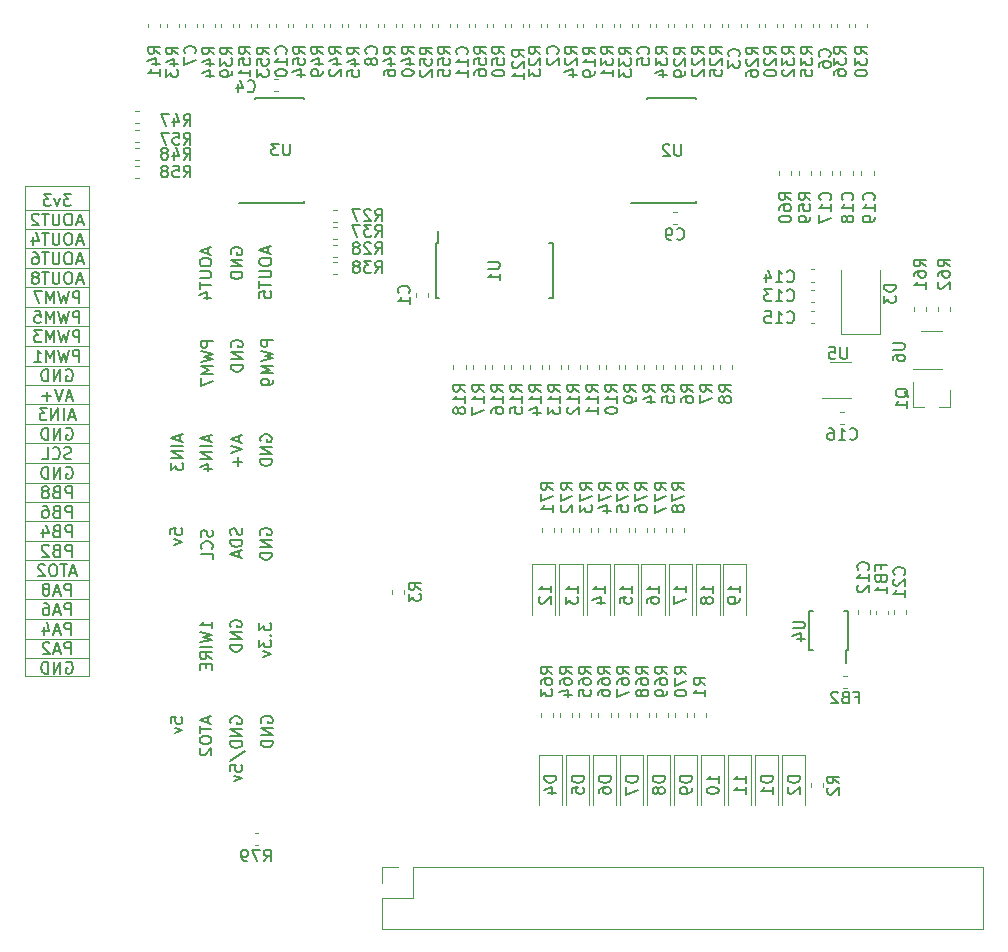
<source format=gbr>
G04 #@! TF.GenerationSoftware,KiCad,Pcbnew,(5.0.1)-3*
G04 #@! TF.CreationDate,2020-04-19T11:53:27-04:00*
G04 #@! TF.ProjectId,sailfin,7361696C66696E2E6B696361645F7063,rev?*
G04 #@! TF.SameCoordinates,Original*
G04 #@! TF.FileFunction,Legend,Bot*
G04 #@! TF.FilePolarity,Positive*
%FSLAX46Y46*%
G04 Gerber Fmt 4.6, Leading zero omitted, Abs format (unit mm)*
G04 Created by KiCad (PCBNEW (5.0.1)-3) date 4/19/2020 11:53:27 AM*
%MOMM*%
%LPD*%
G01*
G04 APERTURE LIST*
%ADD10C,0.100000*%
%ADD11C,0.150000*%
%ADD12C,0.120000*%
G04 APERTURE END LIST*
D10*
X23724758Y-166141149D02*
X23724758Y-124631149D01*
X29204758Y-166141149D02*
X29204758Y-124641149D01*
X23744758Y-131591149D02*
X29200000Y-131591149D01*
X23734758Y-136511149D02*
X29200000Y-136511149D01*
X23754758Y-129921149D02*
X29190000Y-129921149D01*
X23734758Y-134881149D02*
X29200000Y-134881149D01*
X23724758Y-128281149D02*
X29180000Y-128281149D01*
X29200000Y-166141149D02*
X23724758Y-166141149D01*
X23744758Y-138181149D02*
X29200000Y-138181149D01*
X23744758Y-133221149D02*
X29190000Y-133221149D01*
X29200000Y-126641149D02*
X23734758Y-126641149D01*
X23724758Y-124631149D02*
X29200000Y-124631149D01*
X23724758Y-152991149D02*
X29190000Y-152991149D01*
X23724758Y-161271149D02*
X29200000Y-161271149D01*
X23724758Y-154681149D02*
X29200000Y-154681149D01*
X23734758Y-164601149D02*
X29190000Y-164601149D01*
X23734758Y-151381149D02*
X29190000Y-151381149D01*
X23734758Y-162951149D02*
X29200000Y-162951149D01*
X23744758Y-139871149D02*
X29200000Y-139871149D01*
X23744758Y-141491149D02*
X29190000Y-141491149D01*
X23724758Y-157991149D02*
X29190000Y-157991149D01*
X23734758Y-143131149D02*
X29200000Y-143131149D01*
X23744758Y-144801149D02*
X29200000Y-144801149D01*
X23734758Y-146411149D02*
X29200000Y-146411149D01*
X23724758Y-159641149D02*
X29200000Y-159641149D01*
X23734758Y-148091149D02*
X29200000Y-148091149D01*
X23744758Y-156311149D02*
X29200000Y-156311149D01*
X23734758Y-149741149D02*
X29200000Y-149741149D01*
D11*
X27665234Y-125313529D02*
X27046186Y-125313529D01*
X27379519Y-125694482D01*
X27236662Y-125694482D01*
X27141424Y-125742101D01*
X27093805Y-125789720D01*
X27046186Y-125884958D01*
X27046186Y-126123053D01*
X27093805Y-126218291D01*
X27141424Y-126265910D01*
X27236662Y-126313529D01*
X27522377Y-126313529D01*
X27617615Y-126265910D01*
X27665234Y-126218291D01*
X26712853Y-125646863D02*
X26474758Y-126313529D01*
X26236662Y-125646863D01*
X25950948Y-125313529D02*
X25331900Y-125313529D01*
X25665234Y-125694482D01*
X25522377Y-125694482D01*
X25427138Y-125742101D01*
X25379519Y-125789720D01*
X25331900Y-125884958D01*
X25331900Y-126123053D01*
X25379519Y-126218291D01*
X25427138Y-126265910D01*
X25522377Y-126313529D01*
X25808091Y-126313529D01*
X25903329Y-126265910D01*
X25950948Y-126218291D01*
X28617615Y-127677815D02*
X28141424Y-127677815D01*
X28712853Y-127963529D02*
X28379519Y-126963529D01*
X28046186Y-127963529D01*
X27522377Y-126963529D02*
X27331900Y-126963529D01*
X27236662Y-127011149D01*
X27141424Y-127106387D01*
X27093805Y-127296863D01*
X27093805Y-127630196D01*
X27141424Y-127820672D01*
X27236662Y-127915910D01*
X27331900Y-127963529D01*
X27522377Y-127963529D01*
X27617615Y-127915910D01*
X27712853Y-127820672D01*
X27760472Y-127630196D01*
X27760472Y-127296863D01*
X27712853Y-127106387D01*
X27617615Y-127011149D01*
X27522377Y-126963529D01*
X26665234Y-126963529D02*
X26665234Y-127773053D01*
X26617615Y-127868291D01*
X26569996Y-127915910D01*
X26474758Y-127963529D01*
X26284281Y-127963529D01*
X26189043Y-127915910D01*
X26141424Y-127868291D01*
X26093805Y-127773053D01*
X26093805Y-126963529D01*
X25760472Y-126963529D02*
X25189043Y-126963529D01*
X25474758Y-127963529D02*
X25474758Y-126963529D01*
X24903329Y-127058768D02*
X24855710Y-127011149D01*
X24760472Y-126963529D01*
X24522377Y-126963529D01*
X24427138Y-127011149D01*
X24379519Y-127058768D01*
X24331900Y-127154006D01*
X24331900Y-127249244D01*
X24379519Y-127392101D01*
X24950948Y-127963529D01*
X24331900Y-127963529D01*
X28617615Y-129327815D02*
X28141424Y-129327815D01*
X28712853Y-129613529D02*
X28379519Y-128613529D01*
X28046186Y-129613529D01*
X27522377Y-128613529D02*
X27331900Y-128613529D01*
X27236662Y-128661149D01*
X27141424Y-128756387D01*
X27093805Y-128946863D01*
X27093805Y-129280196D01*
X27141424Y-129470672D01*
X27236662Y-129565910D01*
X27331900Y-129613529D01*
X27522377Y-129613529D01*
X27617615Y-129565910D01*
X27712853Y-129470672D01*
X27760472Y-129280196D01*
X27760472Y-128946863D01*
X27712853Y-128756387D01*
X27617615Y-128661149D01*
X27522377Y-128613529D01*
X26665234Y-128613529D02*
X26665234Y-129423053D01*
X26617615Y-129518291D01*
X26569996Y-129565910D01*
X26474758Y-129613529D01*
X26284281Y-129613529D01*
X26189043Y-129565910D01*
X26141424Y-129518291D01*
X26093805Y-129423053D01*
X26093805Y-128613529D01*
X25760472Y-128613529D02*
X25189043Y-128613529D01*
X25474758Y-129613529D02*
X25474758Y-128613529D01*
X24427138Y-128946863D02*
X24427138Y-129613529D01*
X24665234Y-128565910D02*
X24903329Y-129280196D01*
X24284281Y-129280196D01*
X28617615Y-130977815D02*
X28141424Y-130977815D01*
X28712853Y-131263529D02*
X28379519Y-130263529D01*
X28046186Y-131263529D01*
X27522377Y-130263529D02*
X27331900Y-130263529D01*
X27236662Y-130311149D01*
X27141424Y-130406387D01*
X27093805Y-130596863D01*
X27093805Y-130930196D01*
X27141424Y-131120672D01*
X27236662Y-131215910D01*
X27331900Y-131263529D01*
X27522377Y-131263529D01*
X27617615Y-131215910D01*
X27712853Y-131120672D01*
X27760472Y-130930196D01*
X27760472Y-130596863D01*
X27712853Y-130406387D01*
X27617615Y-130311149D01*
X27522377Y-130263529D01*
X26665234Y-130263529D02*
X26665234Y-131073053D01*
X26617615Y-131168291D01*
X26569996Y-131215910D01*
X26474758Y-131263529D01*
X26284281Y-131263529D01*
X26189043Y-131215910D01*
X26141424Y-131168291D01*
X26093805Y-131073053D01*
X26093805Y-130263529D01*
X25760472Y-130263529D02*
X25189043Y-130263529D01*
X25474758Y-131263529D02*
X25474758Y-130263529D01*
X24427138Y-130263529D02*
X24617615Y-130263529D01*
X24712853Y-130311149D01*
X24760472Y-130358768D01*
X24855710Y-130501625D01*
X24903329Y-130692101D01*
X24903329Y-131073053D01*
X24855710Y-131168291D01*
X24808091Y-131215910D01*
X24712853Y-131263529D01*
X24522377Y-131263529D01*
X24427138Y-131215910D01*
X24379519Y-131168291D01*
X24331900Y-131073053D01*
X24331900Y-130834958D01*
X24379519Y-130739720D01*
X24427138Y-130692101D01*
X24522377Y-130644482D01*
X24712853Y-130644482D01*
X24808091Y-130692101D01*
X24855710Y-130739720D01*
X24903329Y-130834958D01*
X28617615Y-132627815D02*
X28141424Y-132627815D01*
X28712853Y-132913529D02*
X28379519Y-131913529D01*
X28046186Y-132913529D01*
X27522377Y-131913529D02*
X27331900Y-131913529D01*
X27236662Y-131961149D01*
X27141424Y-132056387D01*
X27093805Y-132246863D01*
X27093805Y-132580196D01*
X27141424Y-132770672D01*
X27236662Y-132865910D01*
X27331900Y-132913529D01*
X27522377Y-132913529D01*
X27617615Y-132865910D01*
X27712853Y-132770672D01*
X27760472Y-132580196D01*
X27760472Y-132246863D01*
X27712853Y-132056387D01*
X27617615Y-131961149D01*
X27522377Y-131913529D01*
X26665234Y-131913529D02*
X26665234Y-132723053D01*
X26617615Y-132818291D01*
X26569996Y-132865910D01*
X26474758Y-132913529D01*
X26284281Y-132913529D01*
X26189043Y-132865910D01*
X26141424Y-132818291D01*
X26093805Y-132723053D01*
X26093805Y-131913529D01*
X25760472Y-131913529D02*
X25189043Y-131913529D01*
X25474758Y-132913529D02*
X25474758Y-131913529D01*
X24712853Y-132342101D02*
X24808091Y-132294482D01*
X24855710Y-132246863D01*
X24903329Y-132151625D01*
X24903329Y-132104006D01*
X24855710Y-132008768D01*
X24808091Y-131961149D01*
X24712853Y-131913529D01*
X24522377Y-131913529D01*
X24427138Y-131961149D01*
X24379519Y-132008768D01*
X24331900Y-132104006D01*
X24331900Y-132151625D01*
X24379519Y-132246863D01*
X24427138Y-132294482D01*
X24522377Y-132342101D01*
X24712853Y-132342101D01*
X24808091Y-132389720D01*
X24855710Y-132437339D01*
X24903329Y-132532577D01*
X24903329Y-132723053D01*
X24855710Y-132818291D01*
X24808091Y-132865910D01*
X24712853Y-132913529D01*
X24522377Y-132913529D01*
X24427138Y-132865910D01*
X24379519Y-132818291D01*
X24331900Y-132723053D01*
X24331900Y-132532577D01*
X24379519Y-132437339D01*
X24427138Y-132389720D01*
X24522377Y-132342101D01*
X28355710Y-134563529D02*
X28355710Y-133563529D01*
X27974758Y-133563529D01*
X27879519Y-133611149D01*
X27831900Y-133658768D01*
X27784281Y-133754006D01*
X27784281Y-133896863D01*
X27831900Y-133992101D01*
X27879519Y-134039720D01*
X27974758Y-134087339D01*
X28355710Y-134087339D01*
X27450948Y-133563529D02*
X27212853Y-134563529D01*
X27022377Y-133849244D01*
X26831900Y-134563529D01*
X26593805Y-133563529D01*
X26212853Y-134563529D02*
X26212853Y-133563529D01*
X25879519Y-134277815D01*
X25546186Y-133563529D01*
X25546186Y-134563529D01*
X25165234Y-133563529D02*
X24498567Y-133563529D01*
X24927138Y-134563529D01*
X28355710Y-136213529D02*
X28355710Y-135213529D01*
X27974758Y-135213529D01*
X27879519Y-135261149D01*
X27831900Y-135308768D01*
X27784281Y-135404006D01*
X27784281Y-135546863D01*
X27831900Y-135642101D01*
X27879519Y-135689720D01*
X27974758Y-135737339D01*
X28355710Y-135737339D01*
X27450948Y-135213529D02*
X27212853Y-136213529D01*
X27022377Y-135499244D01*
X26831900Y-136213529D01*
X26593805Y-135213529D01*
X26212853Y-136213529D02*
X26212853Y-135213529D01*
X25879519Y-135927815D01*
X25546186Y-135213529D01*
X25546186Y-136213529D01*
X24593805Y-135213529D02*
X25069996Y-135213529D01*
X25117615Y-135689720D01*
X25069996Y-135642101D01*
X24974758Y-135594482D01*
X24736662Y-135594482D01*
X24641424Y-135642101D01*
X24593805Y-135689720D01*
X24546186Y-135784958D01*
X24546186Y-136023053D01*
X24593805Y-136118291D01*
X24641424Y-136165910D01*
X24736662Y-136213529D01*
X24974758Y-136213529D01*
X25069996Y-136165910D01*
X25117615Y-136118291D01*
X28355710Y-137863529D02*
X28355710Y-136863529D01*
X27974758Y-136863529D01*
X27879519Y-136911149D01*
X27831900Y-136958768D01*
X27784281Y-137054006D01*
X27784281Y-137196863D01*
X27831900Y-137292101D01*
X27879519Y-137339720D01*
X27974758Y-137387339D01*
X28355710Y-137387339D01*
X27450948Y-136863529D02*
X27212853Y-137863529D01*
X27022377Y-137149244D01*
X26831900Y-137863529D01*
X26593805Y-136863529D01*
X26212853Y-137863529D02*
X26212853Y-136863529D01*
X25879519Y-137577815D01*
X25546186Y-136863529D01*
X25546186Y-137863529D01*
X25165234Y-136863529D02*
X24546186Y-136863529D01*
X24879519Y-137244482D01*
X24736662Y-137244482D01*
X24641424Y-137292101D01*
X24593805Y-137339720D01*
X24546186Y-137434958D01*
X24546186Y-137673053D01*
X24593805Y-137768291D01*
X24641424Y-137815910D01*
X24736662Y-137863529D01*
X25022377Y-137863529D01*
X25117615Y-137815910D01*
X25165234Y-137768291D01*
X28355710Y-139513529D02*
X28355710Y-138513529D01*
X27974758Y-138513529D01*
X27879519Y-138561149D01*
X27831900Y-138608768D01*
X27784281Y-138704006D01*
X27784281Y-138846863D01*
X27831900Y-138942101D01*
X27879519Y-138989720D01*
X27974758Y-139037339D01*
X28355710Y-139037339D01*
X27450948Y-138513529D02*
X27212853Y-139513529D01*
X27022377Y-138799244D01*
X26831900Y-139513529D01*
X26593805Y-138513529D01*
X26212853Y-139513529D02*
X26212853Y-138513529D01*
X25879519Y-139227815D01*
X25546186Y-138513529D01*
X25546186Y-139513529D01*
X24546186Y-139513529D02*
X25117615Y-139513529D01*
X24831900Y-139513529D02*
X24831900Y-138513529D01*
X24927138Y-138656387D01*
X25022377Y-138751625D01*
X25117615Y-138799244D01*
X27236662Y-140211149D02*
X27331900Y-140163529D01*
X27474758Y-140163529D01*
X27617615Y-140211149D01*
X27712853Y-140306387D01*
X27760472Y-140401625D01*
X27808091Y-140592101D01*
X27808091Y-140734958D01*
X27760472Y-140925434D01*
X27712853Y-141020672D01*
X27617615Y-141115910D01*
X27474758Y-141163529D01*
X27379519Y-141163529D01*
X27236662Y-141115910D01*
X27189043Y-141068291D01*
X27189043Y-140734958D01*
X27379519Y-140734958D01*
X26760472Y-141163529D02*
X26760472Y-140163529D01*
X26189043Y-141163529D01*
X26189043Y-140163529D01*
X25712853Y-141163529D02*
X25712853Y-140163529D01*
X25474758Y-140163529D01*
X25331900Y-140211149D01*
X25236662Y-140306387D01*
X25189043Y-140401625D01*
X25141424Y-140592101D01*
X25141424Y-140734958D01*
X25189043Y-140925434D01*
X25236662Y-141020672D01*
X25331900Y-141115910D01*
X25474758Y-141163529D01*
X25712853Y-141163529D01*
X27760472Y-142527815D02*
X27284281Y-142527815D01*
X27855710Y-142813529D02*
X27522377Y-141813529D01*
X27189043Y-142813529D01*
X26998567Y-141813529D02*
X26665234Y-142813529D01*
X26331900Y-141813529D01*
X25998567Y-142432577D02*
X25236662Y-142432577D01*
X25617615Y-142813529D02*
X25617615Y-142051625D01*
X27950948Y-144177815D02*
X27474758Y-144177815D01*
X28046186Y-144463529D02*
X27712853Y-143463529D01*
X27379519Y-144463529D01*
X27046186Y-144463529D02*
X27046186Y-143463529D01*
X26569996Y-144463529D02*
X26569996Y-143463529D01*
X25998567Y-144463529D01*
X25998567Y-143463529D01*
X25617615Y-143463529D02*
X24998567Y-143463529D01*
X25331900Y-143844482D01*
X25189043Y-143844482D01*
X25093805Y-143892101D01*
X25046186Y-143939720D01*
X24998567Y-144034958D01*
X24998567Y-144273053D01*
X25046186Y-144368291D01*
X25093805Y-144415910D01*
X25189043Y-144463529D01*
X25474758Y-144463529D01*
X25569996Y-144415910D01*
X25617615Y-144368291D01*
X27236662Y-145161149D02*
X27331900Y-145113529D01*
X27474758Y-145113529D01*
X27617615Y-145161149D01*
X27712853Y-145256387D01*
X27760472Y-145351625D01*
X27808091Y-145542101D01*
X27808091Y-145684958D01*
X27760472Y-145875434D01*
X27712853Y-145970672D01*
X27617615Y-146065910D01*
X27474758Y-146113529D01*
X27379519Y-146113529D01*
X27236662Y-146065910D01*
X27189043Y-146018291D01*
X27189043Y-145684958D01*
X27379519Y-145684958D01*
X26760472Y-146113529D02*
X26760472Y-145113529D01*
X26189043Y-146113529D01*
X26189043Y-145113529D01*
X25712853Y-146113529D02*
X25712853Y-145113529D01*
X25474758Y-145113529D01*
X25331900Y-145161149D01*
X25236662Y-145256387D01*
X25189043Y-145351625D01*
X25141424Y-145542101D01*
X25141424Y-145684958D01*
X25189043Y-145875434D01*
X25236662Y-145970672D01*
X25331900Y-146065910D01*
X25474758Y-146113529D01*
X25712853Y-146113529D01*
X27665234Y-147715910D02*
X27522377Y-147763529D01*
X27284281Y-147763529D01*
X27189043Y-147715910D01*
X27141424Y-147668291D01*
X27093805Y-147573053D01*
X27093805Y-147477815D01*
X27141424Y-147382577D01*
X27189043Y-147334958D01*
X27284281Y-147287339D01*
X27474758Y-147239720D01*
X27569996Y-147192101D01*
X27617615Y-147144482D01*
X27665234Y-147049244D01*
X27665234Y-146954006D01*
X27617615Y-146858768D01*
X27569996Y-146811149D01*
X27474758Y-146763529D01*
X27236662Y-146763529D01*
X27093805Y-146811149D01*
X26093805Y-147668291D02*
X26141424Y-147715910D01*
X26284281Y-147763529D01*
X26379519Y-147763529D01*
X26522377Y-147715910D01*
X26617615Y-147620672D01*
X26665234Y-147525434D01*
X26712853Y-147334958D01*
X26712853Y-147192101D01*
X26665234Y-147001625D01*
X26617615Y-146906387D01*
X26522377Y-146811149D01*
X26379519Y-146763529D01*
X26284281Y-146763529D01*
X26141424Y-146811149D01*
X26093805Y-146858768D01*
X25189043Y-147763529D02*
X25665234Y-147763529D01*
X25665234Y-146763529D01*
X27236662Y-148461149D02*
X27331900Y-148413529D01*
X27474758Y-148413529D01*
X27617615Y-148461149D01*
X27712853Y-148556387D01*
X27760472Y-148651625D01*
X27808091Y-148842101D01*
X27808091Y-148984958D01*
X27760472Y-149175434D01*
X27712853Y-149270672D01*
X27617615Y-149365910D01*
X27474758Y-149413529D01*
X27379519Y-149413529D01*
X27236662Y-149365910D01*
X27189043Y-149318291D01*
X27189043Y-148984958D01*
X27379519Y-148984958D01*
X26760472Y-149413529D02*
X26760472Y-148413529D01*
X26189043Y-149413529D01*
X26189043Y-148413529D01*
X25712853Y-149413529D02*
X25712853Y-148413529D01*
X25474758Y-148413529D01*
X25331900Y-148461149D01*
X25236662Y-148556387D01*
X25189043Y-148651625D01*
X25141424Y-148842101D01*
X25141424Y-148984958D01*
X25189043Y-149175434D01*
X25236662Y-149270672D01*
X25331900Y-149365910D01*
X25474758Y-149413529D01*
X25712853Y-149413529D01*
X27712853Y-151063529D02*
X27712853Y-150063529D01*
X27331900Y-150063529D01*
X27236662Y-150111149D01*
X27189043Y-150158768D01*
X27141424Y-150254006D01*
X27141424Y-150396863D01*
X27189043Y-150492101D01*
X27236662Y-150539720D01*
X27331900Y-150587339D01*
X27712853Y-150587339D01*
X26379519Y-150539720D02*
X26236662Y-150587339D01*
X26189043Y-150634958D01*
X26141424Y-150730196D01*
X26141424Y-150873053D01*
X26189043Y-150968291D01*
X26236662Y-151015910D01*
X26331900Y-151063529D01*
X26712853Y-151063529D01*
X26712853Y-150063529D01*
X26379519Y-150063529D01*
X26284281Y-150111149D01*
X26236662Y-150158768D01*
X26189043Y-150254006D01*
X26189043Y-150349244D01*
X26236662Y-150444482D01*
X26284281Y-150492101D01*
X26379519Y-150539720D01*
X26712853Y-150539720D01*
X25569996Y-150492101D02*
X25665234Y-150444482D01*
X25712853Y-150396863D01*
X25760472Y-150301625D01*
X25760472Y-150254006D01*
X25712853Y-150158768D01*
X25665234Y-150111149D01*
X25569996Y-150063529D01*
X25379519Y-150063529D01*
X25284281Y-150111149D01*
X25236662Y-150158768D01*
X25189043Y-150254006D01*
X25189043Y-150301625D01*
X25236662Y-150396863D01*
X25284281Y-150444482D01*
X25379519Y-150492101D01*
X25569996Y-150492101D01*
X25665234Y-150539720D01*
X25712853Y-150587339D01*
X25760472Y-150682577D01*
X25760472Y-150873053D01*
X25712853Y-150968291D01*
X25665234Y-151015910D01*
X25569996Y-151063529D01*
X25379519Y-151063529D01*
X25284281Y-151015910D01*
X25236662Y-150968291D01*
X25189043Y-150873053D01*
X25189043Y-150682577D01*
X25236662Y-150587339D01*
X25284281Y-150539720D01*
X25379519Y-150492101D01*
X27712853Y-152713529D02*
X27712853Y-151713529D01*
X27331900Y-151713529D01*
X27236662Y-151761149D01*
X27189043Y-151808768D01*
X27141424Y-151904006D01*
X27141424Y-152046863D01*
X27189043Y-152142101D01*
X27236662Y-152189720D01*
X27331900Y-152237339D01*
X27712853Y-152237339D01*
X26379519Y-152189720D02*
X26236662Y-152237339D01*
X26189043Y-152284958D01*
X26141424Y-152380196D01*
X26141424Y-152523053D01*
X26189043Y-152618291D01*
X26236662Y-152665910D01*
X26331900Y-152713529D01*
X26712853Y-152713529D01*
X26712853Y-151713529D01*
X26379519Y-151713529D01*
X26284281Y-151761149D01*
X26236662Y-151808768D01*
X26189043Y-151904006D01*
X26189043Y-151999244D01*
X26236662Y-152094482D01*
X26284281Y-152142101D01*
X26379519Y-152189720D01*
X26712853Y-152189720D01*
X25284281Y-151713529D02*
X25474758Y-151713529D01*
X25569996Y-151761149D01*
X25617615Y-151808768D01*
X25712853Y-151951625D01*
X25760472Y-152142101D01*
X25760472Y-152523053D01*
X25712853Y-152618291D01*
X25665234Y-152665910D01*
X25569996Y-152713529D01*
X25379519Y-152713529D01*
X25284281Y-152665910D01*
X25236662Y-152618291D01*
X25189043Y-152523053D01*
X25189043Y-152284958D01*
X25236662Y-152189720D01*
X25284281Y-152142101D01*
X25379519Y-152094482D01*
X25569996Y-152094482D01*
X25665234Y-152142101D01*
X25712853Y-152189720D01*
X25760472Y-152284958D01*
X27712853Y-154363529D02*
X27712853Y-153363529D01*
X27331900Y-153363529D01*
X27236662Y-153411149D01*
X27189043Y-153458768D01*
X27141424Y-153554006D01*
X27141424Y-153696863D01*
X27189043Y-153792101D01*
X27236662Y-153839720D01*
X27331900Y-153887339D01*
X27712853Y-153887339D01*
X26379519Y-153839720D02*
X26236662Y-153887339D01*
X26189043Y-153934958D01*
X26141424Y-154030196D01*
X26141424Y-154173053D01*
X26189043Y-154268291D01*
X26236662Y-154315910D01*
X26331900Y-154363529D01*
X26712853Y-154363529D01*
X26712853Y-153363529D01*
X26379519Y-153363529D01*
X26284281Y-153411149D01*
X26236662Y-153458768D01*
X26189043Y-153554006D01*
X26189043Y-153649244D01*
X26236662Y-153744482D01*
X26284281Y-153792101D01*
X26379519Y-153839720D01*
X26712853Y-153839720D01*
X25284281Y-153696863D02*
X25284281Y-154363529D01*
X25522377Y-153315910D02*
X25760472Y-154030196D01*
X25141424Y-154030196D01*
X27712853Y-156013529D02*
X27712853Y-155013529D01*
X27331900Y-155013529D01*
X27236662Y-155061149D01*
X27189043Y-155108768D01*
X27141424Y-155204006D01*
X27141424Y-155346863D01*
X27189043Y-155442101D01*
X27236662Y-155489720D01*
X27331900Y-155537339D01*
X27712853Y-155537339D01*
X26379519Y-155489720D02*
X26236662Y-155537339D01*
X26189043Y-155584958D01*
X26141424Y-155680196D01*
X26141424Y-155823053D01*
X26189043Y-155918291D01*
X26236662Y-155965910D01*
X26331900Y-156013529D01*
X26712853Y-156013529D01*
X26712853Y-155013529D01*
X26379519Y-155013529D01*
X26284281Y-155061149D01*
X26236662Y-155108768D01*
X26189043Y-155204006D01*
X26189043Y-155299244D01*
X26236662Y-155394482D01*
X26284281Y-155442101D01*
X26379519Y-155489720D01*
X26712853Y-155489720D01*
X25760472Y-155108768D02*
X25712853Y-155061149D01*
X25617615Y-155013529D01*
X25379519Y-155013529D01*
X25284281Y-155061149D01*
X25236662Y-155108768D01*
X25189043Y-155204006D01*
X25189043Y-155299244D01*
X25236662Y-155442101D01*
X25808091Y-156013529D01*
X25189043Y-156013529D01*
X28093805Y-157377815D02*
X27617615Y-157377815D01*
X28189043Y-157663529D02*
X27855710Y-156663529D01*
X27522377Y-157663529D01*
X27331900Y-156663529D02*
X26760472Y-156663529D01*
X27046186Y-157663529D02*
X27046186Y-156663529D01*
X26236662Y-156663529D02*
X26046186Y-156663529D01*
X25950948Y-156711149D01*
X25855710Y-156806387D01*
X25808091Y-156996863D01*
X25808091Y-157330196D01*
X25855710Y-157520672D01*
X25950948Y-157615910D01*
X26046186Y-157663529D01*
X26236662Y-157663529D01*
X26331900Y-157615910D01*
X26427138Y-157520672D01*
X26474758Y-157330196D01*
X26474758Y-156996863D01*
X26427138Y-156806387D01*
X26331900Y-156711149D01*
X26236662Y-156663529D01*
X25427138Y-156758768D02*
X25379519Y-156711149D01*
X25284281Y-156663529D01*
X25046186Y-156663529D01*
X24950948Y-156711149D01*
X24903329Y-156758768D01*
X24855710Y-156854006D01*
X24855710Y-156949244D01*
X24903329Y-157092101D01*
X25474758Y-157663529D01*
X24855710Y-157663529D01*
X27641424Y-159313529D02*
X27641424Y-158313529D01*
X27260472Y-158313529D01*
X27165234Y-158361149D01*
X27117615Y-158408768D01*
X27069996Y-158504006D01*
X27069996Y-158646863D01*
X27117615Y-158742101D01*
X27165234Y-158789720D01*
X27260472Y-158837339D01*
X27641424Y-158837339D01*
X26689043Y-159027815D02*
X26212853Y-159027815D01*
X26784281Y-159313529D02*
X26450948Y-158313529D01*
X26117615Y-159313529D01*
X25641424Y-158742101D02*
X25736662Y-158694482D01*
X25784281Y-158646863D01*
X25831900Y-158551625D01*
X25831900Y-158504006D01*
X25784281Y-158408768D01*
X25736662Y-158361149D01*
X25641424Y-158313529D01*
X25450948Y-158313529D01*
X25355710Y-158361149D01*
X25308091Y-158408768D01*
X25260472Y-158504006D01*
X25260472Y-158551625D01*
X25308091Y-158646863D01*
X25355710Y-158694482D01*
X25450948Y-158742101D01*
X25641424Y-158742101D01*
X25736662Y-158789720D01*
X25784281Y-158837339D01*
X25831900Y-158932577D01*
X25831900Y-159123053D01*
X25784281Y-159218291D01*
X25736662Y-159265910D01*
X25641424Y-159313529D01*
X25450948Y-159313529D01*
X25355710Y-159265910D01*
X25308091Y-159218291D01*
X25260472Y-159123053D01*
X25260472Y-158932577D01*
X25308091Y-158837339D01*
X25355710Y-158789720D01*
X25450948Y-158742101D01*
X27641424Y-160963529D02*
X27641424Y-159963529D01*
X27260472Y-159963529D01*
X27165234Y-160011149D01*
X27117615Y-160058768D01*
X27069996Y-160154006D01*
X27069996Y-160296863D01*
X27117615Y-160392101D01*
X27165234Y-160439720D01*
X27260472Y-160487339D01*
X27641424Y-160487339D01*
X26689043Y-160677815D02*
X26212853Y-160677815D01*
X26784281Y-160963529D02*
X26450948Y-159963529D01*
X26117615Y-160963529D01*
X25355710Y-159963529D02*
X25546186Y-159963529D01*
X25641424Y-160011149D01*
X25689043Y-160058768D01*
X25784281Y-160201625D01*
X25831900Y-160392101D01*
X25831900Y-160773053D01*
X25784281Y-160868291D01*
X25736662Y-160915910D01*
X25641424Y-160963529D01*
X25450948Y-160963529D01*
X25355710Y-160915910D01*
X25308091Y-160868291D01*
X25260472Y-160773053D01*
X25260472Y-160534958D01*
X25308091Y-160439720D01*
X25355710Y-160392101D01*
X25450948Y-160344482D01*
X25641424Y-160344482D01*
X25736662Y-160392101D01*
X25784281Y-160439720D01*
X25831900Y-160534958D01*
X27641424Y-162613529D02*
X27641424Y-161613529D01*
X27260472Y-161613529D01*
X27165234Y-161661149D01*
X27117615Y-161708768D01*
X27069996Y-161804006D01*
X27069996Y-161946863D01*
X27117615Y-162042101D01*
X27165234Y-162089720D01*
X27260472Y-162137339D01*
X27641424Y-162137339D01*
X26689043Y-162327815D02*
X26212853Y-162327815D01*
X26784281Y-162613529D02*
X26450948Y-161613529D01*
X26117615Y-162613529D01*
X25355710Y-161946863D02*
X25355710Y-162613529D01*
X25593805Y-161565910D02*
X25831900Y-162280196D01*
X25212853Y-162280196D01*
X27641424Y-164263529D02*
X27641424Y-163263529D01*
X27260472Y-163263529D01*
X27165234Y-163311149D01*
X27117615Y-163358768D01*
X27069996Y-163454006D01*
X27069996Y-163596863D01*
X27117615Y-163692101D01*
X27165234Y-163739720D01*
X27260472Y-163787339D01*
X27641424Y-163787339D01*
X26689043Y-163977815D02*
X26212853Y-163977815D01*
X26784281Y-164263529D02*
X26450948Y-163263529D01*
X26117615Y-164263529D01*
X25831900Y-163358768D02*
X25784281Y-163311149D01*
X25689043Y-163263529D01*
X25450948Y-163263529D01*
X25355710Y-163311149D01*
X25308091Y-163358768D01*
X25260472Y-163454006D01*
X25260472Y-163549244D01*
X25308091Y-163692101D01*
X25879519Y-164263529D01*
X25260472Y-164263529D01*
X27236662Y-164961149D02*
X27331900Y-164913529D01*
X27474758Y-164913529D01*
X27617615Y-164961149D01*
X27712853Y-165056387D01*
X27760472Y-165151625D01*
X27808091Y-165342101D01*
X27808091Y-165484958D01*
X27760472Y-165675434D01*
X27712853Y-165770672D01*
X27617615Y-165865910D01*
X27474758Y-165913529D01*
X27379519Y-165913529D01*
X27236662Y-165865910D01*
X27189043Y-165818291D01*
X27189043Y-165484958D01*
X27379519Y-165484958D01*
X26760472Y-165913529D02*
X26760472Y-164913529D01*
X26189043Y-165913529D01*
X26189043Y-164913529D01*
X25712853Y-165913529D02*
X25712853Y-164913529D01*
X25474758Y-164913529D01*
X25331900Y-164961149D01*
X25236662Y-165056387D01*
X25189043Y-165151625D01*
X25141424Y-165342101D01*
X25141424Y-165484958D01*
X25189043Y-165675434D01*
X25236662Y-165770672D01*
X25331900Y-165865910D01*
X25474758Y-165913529D01*
X25712853Y-165913529D01*
X41190000Y-170117142D02*
X41142380Y-170021904D01*
X41142380Y-169879047D01*
X41190000Y-169736190D01*
X41285238Y-169640952D01*
X41380476Y-169593333D01*
X41570952Y-169545714D01*
X41713809Y-169545714D01*
X41904285Y-169593333D01*
X41999523Y-169640952D01*
X42094761Y-169736190D01*
X42142380Y-169879047D01*
X42142380Y-169974285D01*
X42094761Y-170117142D01*
X42047142Y-170164761D01*
X41713809Y-170164761D01*
X41713809Y-169974285D01*
X42142380Y-170593333D02*
X41142380Y-170593333D01*
X42142380Y-171164761D01*
X41142380Y-171164761D01*
X42142380Y-171640952D02*
X41142380Y-171640952D01*
X41142380Y-171879047D01*
X41190000Y-172021904D01*
X41285238Y-172117142D01*
X41380476Y-172164761D01*
X41570952Y-172212380D01*
X41713809Y-172212380D01*
X41904285Y-172164761D01*
X41999523Y-172117142D01*
X42094761Y-172021904D01*
X42142380Y-171879047D01*
X42142380Y-171640952D01*
X41094761Y-173355238D02*
X42380476Y-172498095D01*
X41142380Y-174164761D02*
X41142380Y-173688571D01*
X41618571Y-173640952D01*
X41570952Y-173688571D01*
X41523333Y-173783809D01*
X41523333Y-174021904D01*
X41570952Y-174117142D01*
X41618571Y-174164761D01*
X41713809Y-174212380D01*
X41951904Y-174212380D01*
X42047142Y-174164761D01*
X42094761Y-174117142D01*
X42142380Y-174021904D01*
X42142380Y-173783809D01*
X42094761Y-173688571D01*
X42047142Y-173640952D01*
X41475714Y-174545714D02*
X42142380Y-174783809D01*
X41475714Y-175021904D01*
X39256666Y-169580952D02*
X39256666Y-170057142D01*
X39542380Y-169485714D02*
X38542380Y-169819047D01*
X39542380Y-170152380D01*
X38542380Y-170342857D02*
X38542380Y-170914285D01*
X39542380Y-170628571D02*
X38542380Y-170628571D01*
X38542380Y-171438095D02*
X38542380Y-171628571D01*
X38590000Y-171723809D01*
X38685238Y-171819047D01*
X38875714Y-171866666D01*
X39209047Y-171866666D01*
X39399523Y-171819047D01*
X39494761Y-171723809D01*
X39542380Y-171628571D01*
X39542380Y-171438095D01*
X39494761Y-171342857D01*
X39399523Y-171247619D01*
X39209047Y-171200000D01*
X38875714Y-171200000D01*
X38685238Y-171247619D01*
X38590000Y-171342857D01*
X38542380Y-171438095D01*
X38637619Y-172247619D02*
X38590000Y-172295238D01*
X38542380Y-172390476D01*
X38542380Y-172628571D01*
X38590000Y-172723809D01*
X38637619Y-172771428D01*
X38732857Y-172819047D01*
X38828095Y-172819047D01*
X38970952Y-172771428D01*
X39542380Y-172200000D01*
X39542380Y-172819047D01*
X36092380Y-170107142D02*
X36092380Y-169630952D01*
X36568571Y-169583333D01*
X36520952Y-169630952D01*
X36473333Y-169726190D01*
X36473333Y-169964285D01*
X36520952Y-170059523D01*
X36568571Y-170107142D01*
X36663809Y-170154761D01*
X36901904Y-170154761D01*
X36997142Y-170107142D01*
X37044761Y-170059523D01*
X37092380Y-169964285D01*
X37092380Y-169726190D01*
X37044761Y-169630952D01*
X36997142Y-169583333D01*
X36425714Y-170488095D02*
X37092380Y-170726190D01*
X36425714Y-170964285D01*
X43780000Y-170068095D02*
X43732380Y-169972857D01*
X43732380Y-169830000D01*
X43780000Y-169687142D01*
X43875238Y-169591904D01*
X43970476Y-169544285D01*
X44160952Y-169496666D01*
X44303809Y-169496666D01*
X44494285Y-169544285D01*
X44589523Y-169591904D01*
X44684761Y-169687142D01*
X44732380Y-169830000D01*
X44732380Y-169925238D01*
X44684761Y-170068095D01*
X44637142Y-170115714D01*
X44303809Y-170115714D01*
X44303809Y-169925238D01*
X44732380Y-170544285D02*
X43732380Y-170544285D01*
X44732380Y-171115714D01*
X43732380Y-171115714D01*
X44732380Y-171591904D02*
X43732380Y-171591904D01*
X43732380Y-171830000D01*
X43780000Y-171972857D01*
X43875238Y-172068095D01*
X43970476Y-172115714D01*
X44160952Y-172163333D01*
X44303809Y-172163333D01*
X44494285Y-172115714D01*
X44589523Y-172068095D01*
X44684761Y-171972857D01*
X44732380Y-171830000D01*
X44732380Y-171591904D01*
X39572380Y-162083809D02*
X39572380Y-161512380D01*
X39572380Y-161798095D02*
X38572380Y-161798095D01*
X38715238Y-161702857D01*
X38810476Y-161607619D01*
X38858095Y-161512380D01*
X38572380Y-162417142D02*
X39572380Y-162655238D01*
X38858095Y-162845714D01*
X39572380Y-163036190D01*
X38572380Y-163274285D01*
X39572380Y-163655238D02*
X38572380Y-163655238D01*
X39572380Y-164702857D02*
X39096190Y-164369523D01*
X39572380Y-164131428D02*
X38572380Y-164131428D01*
X38572380Y-164512380D01*
X38620000Y-164607619D01*
X38667619Y-164655238D01*
X38762857Y-164702857D01*
X38905714Y-164702857D01*
X39000952Y-164655238D01*
X39048571Y-164607619D01*
X39096190Y-164512380D01*
X39096190Y-164131428D01*
X39048571Y-165131428D02*
X39048571Y-165464761D01*
X39572380Y-165607619D02*
X39572380Y-165131428D01*
X38572380Y-165131428D01*
X38572380Y-165607619D01*
X41170000Y-161958095D02*
X41122380Y-161862857D01*
X41122380Y-161720000D01*
X41170000Y-161577142D01*
X41265238Y-161481904D01*
X41360476Y-161434285D01*
X41550952Y-161386666D01*
X41693809Y-161386666D01*
X41884285Y-161434285D01*
X41979523Y-161481904D01*
X42074761Y-161577142D01*
X42122380Y-161720000D01*
X42122380Y-161815238D01*
X42074761Y-161958095D01*
X42027142Y-162005714D01*
X41693809Y-162005714D01*
X41693809Y-161815238D01*
X42122380Y-162434285D02*
X41122380Y-162434285D01*
X42122380Y-163005714D01*
X41122380Y-163005714D01*
X42122380Y-163481904D02*
X41122380Y-163481904D01*
X41122380Y-163720000D01*
X41170000Y-163862857D01*
X41265238Y-163958095D01*
X41360476Y-164005714D01*
X41550952Y-164053333D01*
X41693809Y-164053333D01*
X41884285Y-164005714D01*
X41979523Y-163958095D01*
X42074761Y-163862857D01*
X42122380Y-163720000D01*
X42122380Y-163481904D01*
X43592380Y-161641428D02*
X43592380Y-162260476D01*
X43973333Y-161927142D01*
X43973333Y-162070000D01*
X44020952Y-162165238D01*
X44068571Y-162212857D01*
X44163809Y-162260476D01*
X44401904Y-162260476D01*
X44497142Y-162212857D01*
X44544761Y-162165238D01*
X44592380Y-162070000D01*
X44592380Y-161784285D01*
X44544761Y-161689047D01*
X44497142Y-161641428D01*
X44497142Y-162689047D02*
X44544761Y-162736666D01*
X44592380Y-162689047D01*
X44544761Y-162641428D01*
X44497142Y-162689047D01*
X44592380Y-162689047D01*
X43592380Y-163070000D02*
X43592380Y-163689047D01*
X43973333Y-163355714D01*
X43973333Y-163498571D01*
X44020952Y-163593809D01*
X44068571Y-163641428D01*
X44163809Y-163689047D01*
X44401904Y-163689047D01*
X44497142Y-163641428D01*
X44544761Y-163593809D01*
X44592380Y-163498571D01*
X44592380Y-163212857D01*
X44544761Y-163117619D01*
X44497142Y-163070000D01*
X43925714Y-164022380D02*
X44592380Y-164260476D01*
X43925714Y-164498571D01*
X36062380Y-154137142D02*
X36062380Y-153660952D01*
X36538571Y-153613333D01*
X36490952Y-153660952D01*
X36443333Y-153756190D01*
X36443333Y-153994285D01*
X36490952Y-154089523D01*
X36538571Y-154137142D01*
X36633809Y-154184761D01*
X36871904Y-154184761D01*
X36967142Y-154137142D01*
X37014761Y-154089523D01*
X37062380Y-153994285D01*
X37062380Y-153756190D01*
X37014761Y-153660952D01*
X36967142Y-153613333D01*
X36395714Y-154518095D02*
X37062380Y-154756190D01*
X36395714Y-154994285D01*
X39604761Y-153779523D02*
X39652380Y-153922380D01*
X39652380Y-154160476D01*
X39604761Y-154255714D01*
X39557142Y-154303333D01*
X39461904Y-154350952D01*
X39366666Y-154350952D01*
X39271428Y-154303333D01*
X39223809Y-154255714D01*
X39176190Y-154160476D01*
X39128571Y-153970000D01*
X39080952Y-153874761D01*
X39033333Y-153827142D01*
X38938095Y-153779523D01*
X38842857Y-153779523D01*
X38747619Y-153827142D01*
X38700000Y-153874761D01*
X38652380Y-153970000D01*
X38652380Y-154208095D01*
X38700000Y-154350952D01*
X39557142Y-155350952D02*
X39604761Y-155303333D01*
X39652380Y-155160476D01*
X39652380Y-155065238D01*
X39604761Y-154922380D01*
X39509523Y-154827142D01*
X39414285Y-154779523D01*
X39223809Y-154731904D01*
X39080952Y-154731904D01*
X38890476Y-154779523D01*
X38795238Y-154827142D01*
X38700000Y-154922380D01*
X38652380Y-155065238D01*
X38652380Y-155160476D01*
X38700000Y-155303333D01*
X38747619Y-155350952D01*
X39652380Y-156255714D02*
X39652380Y-155779523D01*
X38652380Y-155779523D01*
X42104761Y-153605714D02*
X42152380Y-153748571D01*
X42152380Y-153986666D01*
X42104761Y-154081904D01*
X42057142Y-154129523D01*
X41961904Y-154177142D01*
X41866666Y-154177142D01*
X41771428Y-154129523D01*
X41723809Y-154081904D01*
X41676190Y-153986666D01*
X41628571Y-153796190D01*
X41580952Y-153700952D01*
X41533333Y-153653333D01*
X41438095Y-153605714D01*
X41342857Y-153605714D01*
X41247619Y-153653333D01*
X41200000Y-153700952D01*
X41152380Y-153796190D01*
X41152380Y-154034285D01*
X41200000Y-154177142D01*
X42152380Y-154605714D02*
X41152380Y-154605714D01*
X41152380Y-154843809D01*
X41200000Y-154986666D01*
X41295238Y-155081904D01*
X41390476Y-155129523D01*
X41580952Y-155177142D01*
X41723809Y-155177142D01*
X41914285Y-155129523D01*
X42009523Y-155081904D01*
X42104761Y-154986666D01*
X42152380Y-154843809D01*
X42152380Y-154605714D01*
X41866666Y-155558095D02*
X41866666Y-156034285D01*
X42152380Y-155462857D02*
X41152380Y-155796190D01*
X42152380Y-156129523D01*
X43690000Y-154168095D02*
X43642380Y-154072857D01*
X43642380Y-153930000D01*
X43690000Y-153787142D01*
X43785238Y-153691904D01*
X43880476Y-153644285D01*
X44070952Y-153596666D01*
X44213809Y-153596666D01*
X44404285Y-153644285D01*
X44499523Y-153691904D01*
X44594761Y-153787142D01*
X44642380Y-153930000D01*
X44642380Y-154025238D01*
X44594761Y-154168095D01*
X44547142Y-154215714D01*
X44213809Y-154215714D01*
X44213809Y-154025238D01*
X44642380Y-154644285D02*
X43642380Y-154644285D01*
X44642380Y-155215714D01*
X43642380Y-155215714D01*
X44642380Y-155691904D02*
X43642380Y-155691904D01*
X43642380Y-155930000D01*
X43690000Y-156072857D01*
X43785238Y-156168095D01*
X43880476Y-156215714D01*
X44070952Y-156263333D01*
X44213809Y-156263333D01*
X44404285Y-156215714D01*
X44499523Y-156168095D01*
X44594761Y-156072857D01*
X44642380Y-155930000D01*
X44642380Y-155691904D01*
X36866666Y-145723809D02*
X36866666Y-146200000D01*
X37152380Y-145628571D02*
X36152380Y-145961904D01*
X37152380Y-146295238D01*
X37152380Y-146628571D02*
X36152380Y-146628571D01*
X37152380Y-147104761D02*
X36152380Y-147104761D01*
X37152380Y-147676190D01*
X36152380Y-147676190D01*
X36152380Y-148057142D02*
X36152380Y-148676190D01*
X36533333Y-148342857D01*
X36533333Y-148485714D01*
X36580952Y-148580952D01*
X36628571Y-148628571D01*
X36723809Y-148676190D01*
X36961904Y-148676190D01*
X37057142Y-148628571D01*
X37104761Y-148580952D01*
X37152380Y-148485714D01*
X37152380Y-148200000D01*
X37104761Y-148104761D01*
X37057142Y-148057142D01*
X39316666Y-145773809D02*
X39316666Y-146250000D01*
X39602380Y-145678571D02*
X38602380Y-146011904D01*
X39602380Y-146345238D01*
X39602380Y-146678571D02*
X38602380Y-146678571D01*
X39602380Y-147154761D02*
X38602380Y-147154761D01*
X39602380Y-147726190D01*
X38602380Y-147726190D01*
X38935714Y-148630952D02*
X39602380Y-148630952D01*
X38554761Y-148392857D02*
X39269047Y-148154761D01*
X39269047Y-148773809D01*
X41886666Y-145844285D02*
X41886666Y-146320476D01*
X42172380Y-145749047D02*
X41172380Y-146082380D01*
X42172380Y-146415714D01*
X41172380Y-146606190D02*
X42172380Y-146939523D01*
X41172380Y-147272857D01*
X41791428Y-147606190D02*
X41791428Y-148368095D01*
X42172380Y-147987142D02*
X41410476Y-147987142D01*
X43720000Y-146238095D02*
X43672380Y-146142857D01*
X43672380Y-146000000D01*
X43720000Y-145857142D01*
X43815238Y-145761904D01*
X43910476Y-145714285D01*
X44100952Y-145666666D01*
X44243809Y-145666666D01*
X44434285Y-145714285D01*
X44529523Y-145761904D01*
X44624761Y-145857142D01*
X44672380Y-146000000D01*
X44672380Y-146095238D01*
X44624761Y-146238095D01*
X44577142Y-146285714D01*
X44243809Y-146285714D01*
X44243809Y-146095238D01*
X44672380Y-146714285D02*
X43672380Y-146714285D01*
X44672380Y-147285714D01*
X43672380Y-147285714D01*
X44672380Y-147761904D02*
X43672380Y-147761904D01*
X43672380Y-148000000D01*
X43720000Y-148142857D01*
X43815238Y-148238095D01*
X43910476Y-148285714D01*
X44100952Y-148333333D01*
X44243809Y-148333333D01*
X44434285Y-148285714D01*
X44529523Y-148238095D01*
X44624761Y-148142857D01*
X44672380Y-148000000D01*
X44672380Y-147761904D01*
X39256666Y-129897142D02*
X39256666Y-130373333D01*
X39542380Y-129801904D02*
X38542380Y-130135238D01*
X39542380Y-130468571D01*
X38542380Y-130992380D02*
X38542380Y-131182857D01*
X38590000Y-131278095D01*
X38685238Y-131373333D01*
X38875714Y-131420952D01*
X39209047Y-131420952D01*
X39399523Y-131373333D01*
X39494761Y-131278095D01*
X39542380Y-131182857D01*
X39542380Y-130992380D01*
X39494761Y-130897142D01*
X39399523Y-130801904D01*
X39209047Y-130754285D01*
X38875714Y-130754285D01*
X38685238Y-130801904D01*
X38590000Y-130897142D01*
X38542380Y-130992380D01*
X38542380Y-131849523D02*
X39351904Y-131849523D01*
X39447142Y-131897142D01*
X39494761Y-131944761D01*
X39542380Y-132040000D01*
X39542380Y-132230476D01*
X39494761Y-132325714D01*
X39447142Y-132373333D01*
X39351904Y-132420952D01*
X38542380Y-132420952D01*
X38542380Y-132754285D02*
X38542380Y-133325714D01*
X39542380Y-133040000D02*
X38542380Y-133040000D01*
X38875714Y-134087619D02*
X39542380Y-134087619D01*
X38494761Y-133849523D02*
X39209047Y-133611428D01*
X39209047Y-134230476D01*
X41210000Y-130398095D02*
X41162380Y-130302857D01*
X41162380Y-130160000D01*
X41210000Y-130017142D01*
X41305238Y-129921904D01*
X41400476Y-129874285D01*
X41590952Y-129826666D01*
X41733809Y-129826666D01*
X41924285Y-129874285D01*
X42019523Y-129921904D01*
X42114761Y-130017142D01*
X42162380Y-130160000D01*
X42162380Y-130255238D01*
X42114761Y-130398095D01*
X42067142Y-130445714D01*
X41733809Y-130445714D01*
X41733809Y-130255238D01*
X42162380Y-130874285D02*
X41162380Y-130874285D01*
X42162380Y-131445714D01*
X41162380Y-131445714D01*
X42162380Y-131921904D02*
X41162380Y-131921904D01*
X41162380Y-132160000D01*
X41210000Y-132302857D01*
X41305238Y-132398095D01*
X41400476Y-132445714D01*
X41590952Y-132493333D01*
X41733809Y-132493333D01*
X41924285Y-132445714D01*
X42019523Y-132398095D01*
X42114761Y-132302857D01*
X42162380Y-132160000D01*
X42162380Y-131921904D01*
X44762380Y-137699047D02*
X43762380Y-137699047D01*
X43762380Y-138080000D01*
X43810000Y-138175238D01*
X43857619Y-138222857D01*
X43952857Y-138270476D01*
X44095714Y-138270476D01*
X44190952Y-138222857D01*
X44238571Y-138175238D01*
X44286190Y-138080000D01*
X44286190Y-137699047D01*
X43762380Y-138603809D02*
X44762380Y-138841904D01*
X44048095Y-139032380D01*
X44762380Y-139222857D01*
X43762380Y-139460952D01*
X44762380Y-139841904D02*
X43762380Y-139841904D01*
X44476666Y-140175238D01*
X43762380Y-140508571D01*
X44762380Y-140508571D01*
X44762380Y-141032380D02*
X44762380Y-141222857D01*
X44714761Y-141318095D01*
X44667142Y-141365714D01*
X44524285Y-141460952D01*
X44333809Y-141508571D01*
X43952857Y-141508571D01*
X43857619Y-141460952D01*
X43810000Y-141413333D01*
X43762380Y-141318095D01*
X43762380Y-141127619D01*
X43810000Y-141032380D01*
X43857619Y-140984761D01*
X43952857Y-140937142D01*
X44190952Y-140937142D01*
X44286190Y-140984761D01*
X44333809Y-141032380D01*
X44381428Y-141127619D01*
X44381428Y-141318095D01*
X44333809Y-141413333D01*
X44286190Y-141460952D01*
X44190952Y-141508571D01*
X41240000Y-138248095D02*
X41192380Y-138152857D01*
X41192380Y-138010000D01*
X41240000Y-137867142D01*
X41335238Y-137771904D01*
X41430476Y-137724285D01*
X41620952Y-137676666D01*
X41763809Y-137676666D01*
X41954285Y-137724285D01*
X42049523Y-137771904D01*
X42144761Y-137867142D01*
X42192380Y-138010000D01*
X42192380Y-138105238D01*
X42144761Y-138248095D01*
X42097142Y-138295714D01*
X41763809Y-138295714D01*
X41763809Y-138105238D01*
X42192380Y-138724285D02*
X41192380Y-138724285D01*
X42192380Y-139295714D01*
X41192380Y-139295714D01*
X42192380Y-139771904D02*
X41192380Y-139771904D01*
X41192380Y-140010000D01*
X41240000Y-140152857D01*
X41335238Y-140248095D01*
X41430476Y-140295714D01*
X41620952Y-140343333D01*
X41763809Y-140343333D01*
X41954285Y-140295714D01*
X42049523Y-140248095D01*
X42144761Y-140152857D01*
X42192380Y-140010000D01*
X42192380Y-139771904D01*
X39652380Y-137739047D02*
X38652380Y-137739047D01*
X38652380Y-138120000D01*
X38700000Y-138215238D01*
X38747619Y-138262857D01*
X38842857Y-138310476D01*
X38985714Y-138310476D01*
X39080952Y-138262857D01*
X39128571Y-138215238D01*
X39176190Y-138120000D01*
X39176190Y-137739047D01*
X38652380Y-138643809D02*
X39652380Y-138881904D01*
X38938095Y-139072380D01*
X39652380Y-139262857D01*
X38652380Y-139500952D01*
X39652380Y-139881904D02*
X38652380Y-139881904D01*
X39366666Y-140215238D01*
X38652380Y-140548571D01*
X39652380Y-140548571D01*
X38652380Y-140929523D02*
X38652380Y-141596190D01*
X39652380Y-141167619D01*
X44326666Y-129847142D02*
X44326666Y-130323333D01*
X44612380Y-129751904D02*
X43612380Y-130085238D01*
X44612380Y-130418571D01*
X43612380Y-130942380D02*
X43612380Y-131132857D01*
X43660000Y-131228095D01*
X43755238Y-131323333D01*
X43945714Y-131370952D01*
X44279047Y-131370952D01*
X44469523Y-131323333D01*
X44564761Y-131228095D01*
X44612380Y-131132857D01*
X44612380Y-130942380D01*
X44564761Y-130847142D01*
X44469523Y-130751904D01*
X44279047Y-130704285D01*
X43945714Y-130704285D01*
X43755238Y-130751904D01*
X43660000Y-130847142D01*
X43612380Y-130942380D01*
X43612380Y-131799523D02*
X44421904Y-131799523D01*
X44517142Y-131847142D01*
X44564761Y-131894761D01*
X44612380Y-131990000D01*
X44612380Y-132180476D01*
X44564761Y-132275714D01*
X44517142Y-132323333D01*
X44421904Y-132370952D01*
X43612380Y-132370952D01*
X43612380Y-132704285D02*
X43612380Y-133275714D01*
X44612380Y-132990000D02*
X43612380Y-132990000D01*
X43612380Y-134085238D02*
X43612380Y-133609047D01*
X44088571Y-133561428D01*
X44040952Y-133609047D01*
X43993333Y-133704285D01*
X43993333Y-133942380D01*
X44040952Y-134037619D01*
X44088571Y-134085238D01*
X44183809Y-134132857D01*
X44421904Y-134132857D01*
X44517142Y-134085238D01*
X44564761Y-134037619D01*
X44612380Y-133942380D01*
X44612380Y-133704285D01*
X44564761Y-133609047D01*
X44517142Y-133561428D01*
G04 #@! TO.C,U2*
X76411000Y-126035000D02*
X75036000Y-126035000D01*
X76411000Y-117160000D02*
X80561000Y-117160000D01*
X76411000Y-126060000D02*
X80561000Y-126060000D01*
X76411000Y-117160000D02*
X76411000Y-117275000D01*
X80561000Y-117160000D02*
X80561000Y-117275000D01*
X80561000Y-126060000D02*
X80561000Y-125945000D01*
X76411000Y-126060000D02*
X76411000Y-126035000D01*
G04 #@! TO.C,U3*
X43265000Y-126035000D02*
X41890000Y-126035000D01*
X43265000Y-117160000D02*
X47415000Y-117160000D01*
X43265000Y-126060000D02*
X47415000Y-126060000D01*
X43265000Y-117160000D02*
X43265000Y-117275000D01*
X47415000Y-117160000D02*
X47415000Y-117275000D01*
X47415000Y-126060000D02*
X47415000Y-125945000D01*
X43265000Y-126060000D02*
X43265000Y-126035000D01*
D12*
G04 #@! TO.C,U5*
X93690000Y-142620000D02*
X91260000Y-142620000D01*
X91930000Y-139550000D02*
X93690000Y-139550000D01*
G04 #@! TO.C,D3*
X96170000Y-137140000D02*
X96170000Y-131740000D01*
X92870000Y-137140000D02*
X92870000Y-131740000D01*
X96170000Y-137140000D02*
X92870000Y-137140000D01*
G04 #@! TO.C,D7*
X76122000Y-172778528D02*
X76122000Y-177078528D01*
X74122000Y-172778528D02*
X76122000Y-172778528D01*
X74122000Y-177078528D02*
X74122000Y-172778528D01*
G04 #@! TO.C,R8*
X82570000Y-139807221D02*
X82570000Y-140132779D01*
X83590000Y-139807221D02*
X83590000Y-140132779D01*
G04 #@! TO.C,R29*
X78716699Y-110887353D02*
X78716699Y-111212911D01*
X79736699Y-110887353D02*
X79736699Y-111212911D01*
G04 #@! TO.C,R41*
X35226658Y-111212911D02*
X35226658Y-110887353D01*
X34206658Y-111212911D02*
X34206658Y-110887353D01*
G04 #@! TO.C,R44*
X39831145Y-110887353D02*
X39831145Y-111212911D01*
X38811145Y-110887353D02*
X38811145Y-111212911D01*
G04 #@! TO.C,R46*
X55179435Y-110887353D02*
X55179435Y-111212911D01*
X54159435Y-110887353D02*
X54159435Y-111212911D01*
G04 #@! TO.C,R21*
X65923238Y-111212911D02*
X65923238Y-110887353D01*
X64903238Y-111212911D02*
X64903238Y-110887353D01*
G04 #@! TO.C,R22*
X80251528Y-111212911D02*
X80251528Y-110887353D01*
X81271528Y-111212911D02*
X81271528Y-110887353D01*
G04 #@! TO.C,R20*
X87410844Y-110887353D02*
X87410844Y-111212911D01*
X86390844Y-110887353D02*
X86390844Y-111212911D01*
G04 #@! TO.C,R23*
X67458067Y-110887353D02*
X67458067Y-111212911D01*
X66438067Y-110887353D02*
X66438067Y-111212911D01*
G04 #@! TO.C,R25*
X81786357Y-110887353D02*
X81786357Y-111212911D01*
X82806357Y-110887353D02*
X82806357Y-111212911D01*
G04 #@! TO.C,R24*
X70527725Y-110887353D02*
X70527725Y-111212911D01*
X69507725Y-110887353D02*
X69507725Y-111212911D01*
G04 #@! TO.C,R26*
X84860000Y-110887353D02*
X84860000Y-111212911D01*
X85880000Y-110887353D02*
X85880000Y-111212911D01*
G04 #@! TO.C,R19*
X71042554Y-110887353D02*
X71042554Y-111212911D01*
X72062554Y-110887353D02*
X72062554Y-111212911D01*
G04 #@! TO.C,R30*
X95085000Y-110887353D02*
X95085000Y-111212911D01*
X94065000Y-110887353D02*
X94065000Y-111212911D01*
G04 #@! TO.C,R31*
X72577383Y-111212911D02*
X72577383Y-110887353D01*
X73597383Y-111212911D02*
X73597383Y-110887353D01*
G04 #@! TO.C,R33*
X74112212Y-110887353D02*
X74112212Y-111212911D01*
X75132212Y-110887353D02*
X75132212Y-111212911D01*
G04 #@! TO.C,R34*
X77181870Y-110887353D02*
X77181870Y-111212911D01*
X78201870Y-110887353D02*
X78201870Y-111212911D01*
G04 #@! TO.C,R35*
X89460502Y-110887353D02*
X89460502Y-111212911D01*
X90480502Y-110887353D02*
X90480502Y-111212911D01*
G04 #@! TO.C,R32*
X87925673Y-111212911D02*
X87925673Y-110887353D01*
X88945673Y-111212911D02*
X88945673Y-110887353D01*
G04 #@! TO.C,R36*
X93550160Y-110887353D02*
X93550160Y-111212911D01*
X92530160Y-110887353D02*
X92530160Y-111212911D01*
G04 #@! TO.C,R39*
X40345974Y-110887353D02*
X40345974Y-111212911D01*
X41365974Y-110887353D02*
X41365974Y-111212911D01*
G04 #@! TO.C,R40*
X55694264Y-110887353D02*
X55694264Y-111212911D01*
X56714264Y-110887353D02*
X56714264Y-111212911D01*
G04 #@! TO.C,R42*
X50574948Y-111212911D02*
X50574948Y-110887353D01*
X49554948Y-111212911D02*
X49554948Y-110887353D01*
G04 #@! TO.C,R43*
X35741487Y-110887353D02*
X35741487Y-111212911D01*
X36761487Y-110887353D02*
X36761487Y-111212911D01*
G04 #@! TO.C,R45*
X52109777Y-110887353D02*
X52109777Y-111212911D01*
X51089777Y-110887353D02*
X51089777Y-111212911D01*
G04 #@! TO.C,R51*
X42900803Y-111212911D02*
X42900803Y-110887353D01*
X41880803Y-111212911D02*
X41880803Y-110887353D01*
G04 #@! TO.C,R50*
X64388409Y-110887353D02*
X64388409Y-111212911D01*
X63368409Y-110887353D02*
X63368409Y-111212911D01*
G04 #@! TO.C,R52*
X57229093Y-111212911D02*
X57229093Y-110887353D01*
X58249093Y-111212911D02*
X58249093Y-110887353D01*
G04 #@! TO.C,R53*
X44435632Y-110887353D02*
X44435632Y-111212911D01*
X43415632Y-110887353D02*
X43415632Y-111212911D01*
G04 #@! TO.C,R54*
X47510000Y-110887353D02*
X47510000Y-111212911D01*
X46490000Y-110887353D02*
X46490000Y-111212911D01*
G04 #@! TO.C,R55*
X58763922Y-110887353D02*
X58763922Y-111212911D01*
X59783922Y-110887353D02*
X59783922Y-111212911D01*
G04 #@! TO.C,R56*
X61833580Y-110887353D02*
X61833580Y-111212911D01*
X62853580Y-110887353D02*
X62853580Y-111212911D01*
G04 #@! TO.C,R49*
X48020119Y-110887353D02*
X48020119Y-111212911D01*
X49040119Y-110887353D02*
X49040119Y-111212911D01*
G04 #@! TO.C,C11*
X61318751Y-110887353D02*
X61318751Y-111212911D01*
X60298751Y-110887353D02*
X60298751Y-111212911D01*
G04 #@! TO.C,C5*
X75647041Y-110887353D02*
X75647041Y-111212911D01*
X76667041Y-110887353D02*
X76667041Y-111212911D01*
G04 #@! TO.C,C6*
X90995331Y-110887353D02*
X90995331Y-111212911D01*
X92015331Y-110887353D02*
X92015331Y-111212911D01*
G04 #@! TO.C,C10*
X44970000Y-110887353D02*
X44970000Y-111212911D01*
X45990000Y-110887353D02*
X45990000Y-111212911D01*
G04 #@! TO.C,C8*
X53644606Y-110887353D02*
X53644606Y-111212911D01*
X52624606Y-110887353D02*
X52624606Y-111212911D01*
G04 #@! TO.C,C3*
X84340000Y-110887353D02*
X84340000Y-111212911D01*
X83320000Y-110887353D02*
X83320000Y-111212911D01*
G04 #@! TO.C,C2*
X67972896Y-110887353D02*
X67972896Y-111212911D01*
X68992896Y-110887353D02*
X68992896Y-111212911D01*
G04 #@! TO.C,C7*
X38296316Y-110887353D02*
X38296316Y-111212911D01*
X37276316Y-110887353D02*
X37276316Y-111212911D01*
G04 #@! TO.C,J3*
X53990000Y-182310000D02*
X53990000Y-183640000D01*
X55320000Y-182310000D02*
X53990000Y-182310000D01*
X53990000Y-184910000D02*
X53990000Y-187510000D01*
X56590000Y-184910000D02*
X53990000Y-184910000D01*
X56590000Y-182310000D02*
X56590000Y-184910000D01*
X53990000Y-187510000D02*
X104910000Y-187510000D01*
X56590000Y-182310000D02*
X104910000Y-182310000D01*
X104910000Y-182310000D02*
X104910000Y-187510000D01*
D11*
G04 #@! TO.C,U4*
X93415000Y-163905000D02*
X93240000Y-163905000D01*
X93415000Y-160655000D02*
X93140000Y-160655000D01*
X90165000Y-160655000D02*
X90440000Y-160655000D01*
X90165000Y-163905000D02*
X90440000Y-163905000D01*
X93415000Y-163905000D02*
X93415000Y-160655000D01*
X90165000Y-163905000D02*
X90165000Y-160655000D01*
X93240000Y-163905000D02*
X93240000Y-164980000D01*
D12*
G04 #@! TO.C,C1*
X57914000Y-134020779D02*
X57914000Y-133695221D01*
X56894000Y-134020779D02*
X56894000Y-133695221D01*
G04 #@! TO.C,C4*
X44849721Y-116610000D02*
X45175279Y-116610000D01*
X44849721Y-115590000D02*
X45175279Y-115590000D01*
G04 #@! TO.C,C9*
X78617221Y-126810000D02*
X78942779Y-126810000D01*
X78617221Y-127830000D02*
X78942779Y-127830000D01*
G04 #@! TO.C,C12*
X95320000Y-160882779D02*
X95320000Y-160557221D01*
X94300000Y-160882779D02*
X94300000Y-160557221D01*
G04 #@! TO.C,C13*
X90595279Y-134486667D02*
X90269721Y-134486667D01*
X90595279Y-133466667D02*
X90269721Y-133466667D01*
G04 #@! TO.C,C14*
X90595279Y-131703334D02*
X90269721Y-131703334D01*
X90595279Y-132723334D02*
X90269721Y-132723334D01*
G04 #@! TO.C,C15*
X90595279Y-135230000D02*
X90269721Y-135230000D01*
X90595279Y-136250000D02*
X90269721Y-136250000D01*
G04 #@! TO.C,C16*
X93112779Y-144760000D02*
X92787221Y-144760000D01*
X93112779Y-143740000D02*
X92787221Y-143740000D01*
G04 #@! TO.C,C17*
X91091058Y-123405098D02*
X91091058Y-123730656D01*
X92111058Y-123405098D02*
X92111058Y-123730656D01*
G04 #@! TO.C,C18*
X93820942Y-123405098D02*
X93820942Y-123730656D01*
X92800942Y-123405098D02*
X92800942Y-123730656D01*
G04 #@! TO.C,C19*
X95598942Y-123405098D02*
X95598942Y-123730656D01*
X94578942Y-123405098D02*
X94578942Y-123730656D01*
G04 #@! TO.C,D1*
X87530000Y-172780000D02*
X87530000Y-177080000D01*
X85530000Y-172780000D02*
X87530000Y-172780000D01*
X85530000Y-177080000D02*
X85530000Y-172780000D01*
G04 #@! TO.C,D2*
X89810000Y-172780000D02*
X89810000Y-177080000D01*
X87810000Y-172780000D02*
X89810000Y-172780000D01*
X87810000Y-177080000D02*
X87810000Y-172780000D01*
G04 #@! TO.C,D4*
X69264000Y-172778528D02*
X69264000Y-177078528D01*
X67264000Y-172778528D02*
X69264000Y-172778528D01*
X67264000Y-177078528D02*
X67264000Y-172778528D01*
G04 #@! TO.C,D5*
X69550000Y-177078528D02*
X69550000Y-172778528D01*
X69550000Y-172778528D02*
X71550000Y-172778528D01*
X71550000Y-172778528D02*
X71550000Y-177078528D01*
G04 #@! TO.C,D6*
X71836000Y-177078528D02*
X71836000Y-172778528D01*
X71836000Y-172778528D02*
X73836000Y-172778528D01*
X73836000Y-172778528D02*
X73836000Y-177078528D01*
G04 #@! TO.C,D8*
X76408000Y-177078528D02*
X76408000Y-172778528D01*
X76408000Y-172778528D02*
X78408000Y-172778528D01*
X78408000Y-172778528D02*
X78408000Y-177078528D01*
G04 #@! TO.C,D9*
X80694000Y-172778528D02*
X80694000Y-177078528D01*
X78694000Y-172778528D02*
X80694000Y-172778528D01*
X78694000Y-177078528D02*
X78694000Y-172778528D01*
G04 #@! TO.C,10*
X80980000Y-177080000D02*
X80980000Y-172780000D01*
X80980000Y-172780000D02*
X82980000Y-172780000D01*
X82980000Y-172780000D02*
X82980000Y-177080000D01*
G04 #@! TO.C,11*
X85255000Y-172780000D02*
X85255000Y-177080000D01*
X83255000Y-172780000D02*
X85255000Y-172780000D01*
X83255000Y-177080000D02*
X83255000Y-172780000D01*
G04 #@! TO.C,12*
X66663341Y-160977804D02*
X66663341Y-156677804D01*
X66663341Y-156677804D02*
X68663341Y-156677804D01*
X68663341Y-156677804D02*
X68663341Y-160977804D01*
G04 #@! TO.C,13*
X68982868Y-160977804D02*
X68982868Y-156677804D01*
X68982868Y-156677804D02*
X70982868Y-156677804D01*
X70982868Y-156677804D02*
X70982868Y-160977804D01*
G04 #@! TO.C,14*
X71302390Y-160977804D02*
X71302390Y-156677804D01*
X71302390Y-156677804D02*
X73302390Y-156677804D01*
X73302390Y-156677804D02*
X73302390Y-160977804D01*
G04 #@! TO.C,15*
X75621912Y-156677804D02*
X75621912Y-160977804D01*
X73621912Y-156677804D02*
X75621912Y-156677804D01*
X73621912Y-160977804D02*
X73621912Y-156677804D01*
G04 #@! TO.C,16*
X75941434Y-160977804D02*
X75941434Y-156677804D01*
X75941434Y-156677804D02*
X77941434Y-156677804D01*
X77941434Y-156677804D02*
X77941434Y-160977804D01*
G04 #@! TO.C,17*
X80260956Y-156677804D02*
X80260956Y-160977804D01*
X78260956Y-156677804D02*
X80260956Y-156677804D01*
X78260956Y-160977804D02*
X78260956Y-156677804D01*
G04 #@! TO.C,18*
X80580478Y-160977804D02*
X80580478Y-156677804D01*
X80580478Y-156677804D02*
X82580478Y-156677804D01*
X82580478Y-156677804D02*
X82580478Y-160977804D01*
G04 #@! TO.C,19*
X84820000Y-156680000D02*
X84820000Y-160980000D01*
X82820000Y-156680000D02*
X84820000Y-156680000D01*
X82820000Y-160980000D02*
X82820000Y-156680000D01*
G04 #@! TO.C,R1*
X80410000Y-169560279D02*
X80410000Y-169234721D01*
X81430000Y-169560279D02*
X81430000Y-169234721D01*
G04 #@! TO.C,R2*
X91310000Y-175535279D02*
X91310000Y-175209721D01*
X90290000Y-175535279D02*
X90290000Y-175209721D01*
G04 #@! TO.C,R3*
X54862000Y-159141279D02*
X54862000Y-158815721D01*
X55882000Y-159141279D02*
X55882000Y-158815721D01*
G04 #@! TO.C,R4*
X77203332Y-139807221D02*
X77203332Y-140132779D01*
X76183332Y-139807221D02*
X76183332Y-140132779D01*
G04 #@! TO.C,R5*
X77779998Y-139807221D02*
X77779998Y-140132779D01*
X78799998Y-139807221D02*
X78799998Y-140132779D01*
G04 #@! TO.C,R6*
X80396664Y-139807221D02*
X80396664Y-140132779D01*
X79376664Y-139807221D02*
X79376664Y-140132779D01*
G04 #@! TO.C,R7*
X80973330Y-139807221D02*
X80973330Y-140132779D01*
X81993330Y-139807221D02*
X81993330Y-140132779D01*
G04 #@! TO.C,R9*
X75606666Y-139807221D02*
X75606666Y-140132779D01*
X74586666Y-139807221D02*
X74586666Y-140132779D01*
G04 #@! TO.C,R10*
X74010000Y-140132779D02*
X74010000Y-139807221D01*
X72990000Y-140132779D02*
X72990000Y-139807221D01*
G04 #@! TO.C,R11*
X71372000Y-140142279D02*
X71372000Y-139816721D01*
X72392000Y-140142279D02*
X72392000Y-139816721D01*
G04 #@! TO.C,R12*
X70772750Y-140142279D02*
X70772750Y-139816721D01*
X69752750Y-140142279D02*
X69752750Y-139816721D01*
G04 #@! TO.C,R13*
X68133500Y-140142279D02*
X68133500Y-139816721D01*
X69153500Y-140142279D02*
X69153500Y-139816721D01*
G04 #@! TO.C,R14*
X66514250Y-140142279D02*
X66514250Y-139816721D01*
X67534250Y-140142279D02*
X67534250Y-139816721D01*
G04 #@! TO.C,R15*
X64895000Y-140142279D02*
X64895000Y-139816721D01*
X65915000Y-140142279D02*
X65915000Y-139816721D01*
G04 #@! TO.C,R16*
X64295750Y-140142279D02*
X64295750Y-139816721D01*
X63275750Y-140142279D02*
X63275750Y-139816721D01*
G04 #@! TO.C,R17*
X61656500Y-140142279D02*
X61656500Y-139816721D01*
X62676500Y-140142279D02*
X62676500Y-139816721D01*
G04 #@! TO.C,R18*
X61057250Y-140142279D02*
X61057250Y-139816721D01*
X60037250Y-140142279D02*
X60037250Y-139816721D01*
G04 #@! TO.C,R27*
X49814721Y-126630000D02*
X50140279Y-126630000D01*
X49814721Y-127650000D02*
X50140279Y-127650000D01*
G04 #@! TO.C,R28*
X49814721Y-130610000D02*
X50140279Y-130610000D01*
X49814721Y-129590000D02*
X50140279Y-129590000D01*
G04 #@! TO.C,R37*
X49814721Y-128110000D02*
X50140279Y-128110000D01*
X49814721Y-129130000D02*
X50140279Y-129130000D01*
G04 #@! TO.C,R38*
X49814721Y-132090000D02*
X50140279Y-132090000D01*
X49814721Y-131070000D02*
X50140279Y-131070000D01*
G04 #@! TO.C,R47*
X33087221Y-119340000D02*
X33412779Y-119340000D01*
X33087221Y-118320000D02*
X33412779Y-118320000D01*
G04 #@! TO.C,R48*
X33087221Y-121430000D02*
X33412779Y-121430000D01*
X33087221Y-122450000D02*
X33412779Y-122450000D01*
G04 #@! TO.C,R57*
X33087221Y-119910000D02*
X33412779Y-119910000D01*
X33087221Y-120930000D02*
X33412779Y-120930000D01*
G04 #@! TO.C,R58*
X33087221Y-123970000D02*
X33412779Y-123970000D01*
X33087221Y-122950000D02*
X33412779Y-122950000D01*
G04 #@! TO.C,R59*
X90333058Y-123405098D02*
X90333058Y-123730656D01*
X89313058Y-123405098D02*
X89313058Y-123730656D01*
G04 #@! TO.C,R60*
X88648000Y-123730656D02*
X88648000Y-123405098D01*
X87628000Y-123730656D02*
X87628000Y-123405098D01*
G04 #@! TO.C,R61*
X100006942Y-135184902D02*
X100006942Y-134859344D01*
X98986942Y-135184902D02*
X98986942Y-134859344D01*
G04 #@! TO.C,R62*
X101018942Y-135184902D02*
X101018942Y-134859344D01*
X102038942Y-135184902D02*
X102038942Y-134859344D01*
G04 #@! TO.C,R63*
X67450000Y-169556307D02*
X67450000Y-169230749D01*
X68470000Y-169556307D02*
X68470000Y-169230749D01*
G04 #@! TO.C,R64*
X70091432Y-169556307D02*
X70091432Y-169230749D01*
X69071432Y-169556307D02*
X69071432Y-169230749D01*
G04 #@! TO.C,R65*
X70692860Y-169556307D02*
X70692860Y-169230749D01*
X71712860Y-169556307D02*
X71712860Y-169230749D01*
G04 #@! TO.C,R66*
X73334288Y-169556307D02*
X73334288Y-169230749D01*
X72314288Y-169556307D02*
X72314288Y-169230749D01*
G04 #@! TO.C,R67*
X73935716Y-169556307D02*
X73935716Y-169230749D01*
X74955716Y-169556307D02*
X74955716Y-169230749D01*
G04 #@! TO.C,R68*
X76577144Y-169556307D02*
X76577144Y-169230749D01*
X75557144Y-169556307D02*
X75557144Y-169230749D01*
G04 #@! TO.C,R69*
X77178572Y-169556307D02*
X77178572Y-169230749D01*
X78198572Y-169556307D02*
X78198572Y-169230749D01*
G04 #@! TO.C,R70*
X79820000Y-169556307D02*
X79820000Y-169230749D01*
X78800000Y-169556307D02*
X78800000Y-169230749D01*
G04 #@! TO.C,R71*
X67540000Y-153925279D02*
X67540000Y-153599721D01*
X68560000Y-153925279D02*
X68560000Y-153599721D01*
G04 #@! TO.C,R72*
X70134290Y-153925279D02*
X70134290Y-153599721D01*
X69114290Y-153925279D02*
X69114290Y-153599721D01*
G04 #@! TO.C,R73*
X70688575Y-153925279D02*
X70688575Y-153599721D01*
X71708575Y-153925279D02*
X71708575Y-153599721D01*
G04 #@! TO.C,R74*
X73282860Y-153925279D02*
X73282860Y-153599721D01*
X72262860Y-153925279D02*
X72262860Y-153599721D01*
G04 #@! TO.C,R75*
X73837145Y-153925279D02*
X73837145Y-153599721D01*
X74857145Y-153925279D02*
X74857145Y-153599721D01*
G04 #@! TO.C,R76*
X76431430Y-153925279D02*
X76431430Y-153599721D01*
X75411430Y-153925279D02*
X75411430Y-153599721D01*
G04 #@! TO.C,R77*
X76985715Y-153925279D02*
X76985715Y-153599721D01*
X78005715Y-153925279D02*
X78005715Y-153599721D01*
G04 #@! TO.C,R78*
X79580000Y-153925279D02*
X79580000Y-153599721D01*
X78560000Y-153925279D02*
X78560000Y-153599721D01*
D11*
G04 #@! TO.C,U1*
X58525000Y-129501000D02*
X58750000Y-129501000D01*
X58525000Y-134151000D02*
X58850000Y-134151000D01*
X68475000Y-134151000D02*
X68150000Y-134151000D01*
X68475000Y-129501000D02*
X68150000Y-129501000D01*
X58525000Y-129501000D02*
X58525000Y-134151000D01*
X68475000Y-129501000D02*
X68475000Y-134151000D01*
X58750000Y-129501000D02*
X58750000Y-128426000D01*
D12*
G04 #@! TO.C,U6*
X99612942Y-136942623D02*
X101412942Y-136942623D01*
X101412942Y-140162623D02*
X98962942Y-140162623D01*
G04 #@! TO.C,Q1*
X102092942Y-143376623D02*
X101162942Y-143376623D01*
X98932942Y-143376623D02*
X99862942Y-143376623D01*
X98932942Y-143376623D02*
X98932942Y-141216623D01*
X102092942Y-143376623D02*
X102092942Y-141916623D01*
G04 #@! TO.C,R79*
X43522779Y-179420000D02*
X43197221Y-179420000D01*
X43522779Y-180440000D02*
X43197221Y-180440000D01*
G04 #@! TO.C,C21*
X98340000Y-160900279D02*
X98340000Y-160574721D01*
X97320000Y-160900279D02*
X97320000Y-160574721D01*
G04 #@! TO.C,FB1*
X95830000Y-160910279D02*
X95830000Y-160584721D01*
X96850000Y-160910279D02*
X96850000Y-160584721D01*
G04 #@! TO.C,FB2*
X93342779Y-166090000D02*
X93017221Y-166090000D01*
X93342779Y-167110000D02*
X93017221Y-167110000D01*
G04 #@! TO.C,U2*
D11*
X79311904Y-121092380D02*
X79311904Y-121901904D01*
X79264285Y-121997142D01*
X79216666Y-122044761D01*
X79121428Y-122092380D01*
X78930952Y-122092380D01*
X78835714Y-122044761D01*
X78788095Y-121997142D01*
X78740476Y-121901904D01*
X78740476Y-121092380D01*
X78311904Y-121187619D02*
X78264285Y-121140000D01*
X78169047Y-121092380D01*
X77930952Y-121092380D01*
X77835714Y-121140000D01*
X77788095Y-121187619D01*
X77740476Y-121282857D01*
X77740476Y-121378095D01*
X77788095Y-121520952D01*
X78359523Y-122092380D01*
X77740476Y-122092380D01*
G04 #@! TO.C,U3*
X46191904Y-121042380D02*
X46191904Y-121851904D01*
X46144285Y-121947142D01*
X46096666Y-121994761D01*
X46001428Y-122042380D01*
X45810952Y-122042380D01*
X45715714Y-121994761D01*
X45668095Y-121947142D01*
X45620476Y-121851904D01*
X45620476Y-121042380D01*
X45239523Y-121042380D02*
X44620476Y-121042380D01*
X44953809Y-121423333D01*
X44810952Y-121423333D01*
X44715714Y-121470952D01*
X44668095Y-121518571D01*
X44620476Y-121613809D01*
X44620476Y-121851904D01*
X44668095Y-121947142D01*
X44715714Y-121994761D01*
X44810952Y-122042380D01*
X45096666Y-122042380D01*
X45191904Y-121994761D01*
X45239523Y-121947142D01*
G04 #@! TO.C,U5*
X93371904Y-138282380D02*
X93371904Y-139091904D01*
X93324285Y-139187142D01*
X93276666Y-139234761D01*
X93181428Y-139282380D01*
X92990952Y-139282380D01*
X92895714Y-139234761D01*
X92848095Y-139187142D01*
X92800476Y-139091904D01*
X92800476Y-138282380D01*
X91848095Y-138282380D02*
X92324285Y-138282380D01*
X92371904Y-138758571D01*
X92324285Y-138710952D01*
X92229047Y-138663333D01*
X91990952Y-138663333D01*
X91895714Y-138710952D01*
X91848095Y-138758571D01*
X91800476Y-138853809D01*
X91800476Y-139091904D01*
X91848095Y-139187142D01*
X91895714Y-139234761D01*
X91990952Y-139282380D01*
X92229047Y-139282380D01*
X92324285Y-139234761D01*
X92371904Y-139187142D01*
G04 #@! TO.C,D3*
X97472380Y-133001904D02*
X96472380Y-133001904D01*
X96472380Y-133240000D01*
X96520000Y-133382857D01*
X96615238Y-133478095D01*
X96710476Y-133525714D01*
X96900952Y-133573333D01*
X97043809Y-133573333D01*
X97234285Y-133525714D01*
X97329523Y-133478095D01*
X97424761Y-133382857D01*
X97472380Y-133240000D01*
X97472380Y-133001904D01*
X96472380Y-133906666D02*
X96472380Y-134525714D01*
X96853333Y-134192380D01*
X96853333Y-134335238D01*
X96900952Y-134430476D01*
X96948571Y-134478095D01*
X97043809Y-134525714D01*
X97281904Y-134525714D01*
X97377142Y-134478095D01*
X97424761Y-134430476D01*
X97472380Y-134335238D01*
X97472380Y-134049523D01*
X97424761Y-133954285D01*
X97377142Y-133906666D01*
G04 #@! TO.C,D7*
X75636380Y-174590432D02*
X74636380Y-174590432D01*
X74636380Y-174828528D01*
X74684000Y-174971385D01*
X74779238Y-175066623D01*
X74874476Y-175114242D01*
X75064952Y-175161861D01*
X75207809Y-175161861D01*
X75398285Y-175114242D01*
X75493523Y-175066623D01*
X75588761Y-174971385D01*
X75636380Y-174828528D01*
X75636380Y-174590432D01*
X74636380Y-175495194D02*
X74636380Y-176161861D01*
X75636380Y-175733289D01*
G04 #@! TO.C,R8*
X83542374Y-142037143D02*
X83066184Y-141703810D01*
X83542374Y-141465714D02*
X82542374Y-141465714D01*
X82542374Y-141846667D01*
X82589994Y-141941905D01*
X82637613Y-141989524D01*
X82732851Y-142037143D01*
X82875708Y-142037143D01*
X82970946Y-141989524D01*
X83018565Y-141941905D01*
X83066184Y-141846667D01*
X83066184Y-141465714D01*
X82970946Y-142608571D02*
X82923327Y-142513333D01*
X82875708Y-142465714D01*
X82780470Y-142418095D01*
X82732851Y-142418095D01*
X82637613Y-142465714D01*
X82589994Y-142513333D01*
X82542374Y-142608571D01*
X82542374Y-142799048D01*
X82589994Y-142894286D01*
X82637613Y-142941905D01*
X82732851Y-142989524D01*
X82780470Y-142989524D01*
X82875708Y-142941905D01*
X82923327Y-142894286D01*
X82970946Y-142799048D01*
X82970946Y-142608571D01*
X83018565Y-142513333D01*
X83066184Y-142465714D01*
X83161422Y-142418095D01*
X83351898Y-142418095D01*
X83447136Y-142465714D01*
X83494755Y-142513333D01*
X83542374Y-142608571D01*
X83542374Y-142799048D01*
X83494755Y-142894286D01*
X83447136Y-142941905D01*
X83351898Y-142989524D01*
X83161422Y-142989524D01*
X83066184Y-142941905D01*
X83018565Y-142894286D01*
X82970946Y-142799048D01*
G04 #@! TO.C,R29*
X79679079Y-113480774D02*
X79202889Y-113147441D01*
X79679079Y-112909346D02*
X78679079Y-112909346D01*
X78679079Y-113290298D01*
X78726699Y-113385536D01*
X78774318Y-113433155D01*
X78869556Y-113480774D01*
X79012413Y-113480774D01*
X79107651Y-113433155D01*
X79155270Y-113385536D01*
X79202889Y-113290298D01*
X79202889Y-112909346D01*
X78774318Y-113861727D02*
X78726699Y-113909346D01*
X78679079Y-114004584D01*
X78679079Y-114242679D01*
X78726699Y-114337917D01*
X78774318Y-114385536D01*
X78869556Y-114433155D01*
X78964794Y-114433155D01*
X79107651Y-114385536D01*
X79679079Y-113814108D01*
X79679079Y-114433155D01*
X79679079Y-114909346D02*
X79679079Y-115099822D01*
X79631460Y-115195060D01*
X79583841Y-115242679D01*
X79440984Y-115337917D01*
X79250508Y-115385536D01*
X78869556Y-115385536D01*
X78774318Y-115337917D01*
X78726699Y-115290298D01*
X78679079Y-115195060D01*
X78679079Y-115004584D01*
X78726699Y-114909346D01*
X78774318Y-114861727D01*
X78869556Y-114814108D01*
X79107651Y-114814108D01*
X79202889Y-114861727D01*
X79250508Y-114909346D01*
X79298127Y-115004584D01*
X79298127Y-115195060D01*
X79250508Y-115290298D01*
X79202889Y-115337917D01*
X79107651Y-115385536D01*
G04 #@! TO.C,R41*
X35169038Y-113429774D02*
X34692848Y-113096441D01*
X35169038Y-112858346D02*
X34169038Y-112858346D01*
X34169038Y-113239298D01*
X34216658Y-113334536D01*
X34264277Y-113382155D01*
X34359515Y-113429774D01*
X34502372Y-113429774D01*
X34597610Y-113382155D01*
X34645229Y-113334536D01*
X34692848Y-113239298D01*
X34692848Y-112858346D01*
X34502372Y-114286917D02*
X35169038Y-114286917D01*
X34121419Y-114048822D02*
X34835705Y-113810727D01*
X34835705Y-114429774D01*
X35169038Y-115334536D02*
X35169038Y-114763108D01*
X35169038Y-115048822D02*
X34169038Y-115048822D01*
X34311896Y-114953584D01*
X34407134Y-114858346D01*
X34454753Y-114763108D01*
G04 #@! TO.C,R44*
X39773525Y-113480774D02*
X39297335Y-113147441D01*
X39773525Y-112909346D02*
X38773525Y-112909346D01*
X38773525Y-113290298D01*
X38821145Y-113385536D01*
X38868764Y-113433155D01*
X38964002Y-113480774D01*
X39106859Y-113480774D01*
X39202097Y-113433155D01*
X39249716Y-113385536D01*
X39297335Y-113290298D01*
X39297335Y-112909346D01*
X39106859Y-114337917D02*
X39773525Y-114337917D01*
X38725906Y-114099822D02*
X39440192Y-113861727D01*
X39440192Y-114480774D01*
X39106859Y-115290298D02*
X39773525Y-115290298D01*
X38725906Y-115052203D02*
X39440192Y-114814108D01*
X39440192Y-115433155D01*
G04 #@! TO.C,R46*
X55121815Y-113455274D02*
X54645625Y-113121941D01*
X55121815Y-112883846D02*
X54121815Y-112883846D01*
X54121815Y-113264798D01*
X54169435Y-113360036D01*
X54217054Y-113407655D01*
X54312292Y-113455274D01*
X54455149Y-113455274D01*
X54550387Y-113407655D01*
X54598006Y-113360036D01*
X54645625Y-113264798D01*
X54645625Y-112883846D01*
X54455149Y-114312417D02*
X55121815Y-114312417D01*
X54074196Y-114074322D02*
X54788482Y-113836227D01*
X54788482Y-114455274D01*
X54121815Y-115264798D02*
X54121815Y-115074322D01*
X54169435Y-114979084D01*
X54217054Y-114931465D01*
X54359911Y-114836227D01*
X54550387Y-114788608D01*
X54931339Y-114788608D01*
X55026577Y-114836227D01*
X55074196Y-114883846D01*
X55121815Y-114979084D01*
X55121815Y-115169560D01*
X55074196Y-115264798D01*
X55026577Y-115312417D01*
X54931339Y-115360036D01*
X54693244Y-115360036D01*
X54598006Y-115312417D01*
X54550387Y-115264798D01*
X54502768Y-115169560D01*
X54502768Y-114979084D01*
X54550387Y-114883846D01*
X54598006Y-114836227D01*
X54693244Y-114788608D01*
G04 #@! TO.C,R21*
X66020619Y-113706275D02*
X65544429Y-113372942D01*
X66020619Y-113134847D02*
X65020619Y-113134847D01*
X65020619Y-113515799D01*
X65068239Y-113611037D01*
X65115858Y-113658656D01*
X65211096Y-113706275D01*
X65353953Y-113706275D01*
X65449191Y-113658656D01*
X65496810Y-113611037D01*
X65544429Y-113515799D01*
X65544429Y-113134847D01*
X65115858Y-114087228D02*
X65068239Y-114134847D01*
X65020619Y-114230085D01*
X65020619Y-114468180D01*
X65068239Y-114563418D01*
X65115858Y-114611037D01*
X65211096Y-114658656D01*
X65306334Y-114658656D01*
X65449191Y-114611037D01*
X66020619Y-114039609D01*
X66020619Y-114658656D01*
X66020619Y-115611037D02*
X66020619Y-115039609D01*
X66020619Y-115325323D02*
X65020619Y-115325323D01*
X65163477Y-115230085D01*
X65258715Y-115134847D01*
X65306334Y-115039609D01*
G04 #@! TO.C,R22*
X81213908Y-113429774D02*
X80737718Y-113096441D01*
X81213908Y-112858346D02*
X80213908Y-112858346D01*
X80213908Y-113239298D01*
X80261528Y-113334536D01*
X80309147Y-113382155D01*
X80404385Y-113429774D01*
X80547242Y-113429774D01*
X80642480Y-113382155D01*
X80690099Y-113334536D01*
X80737718Y-113239298D01*
X80737718Y-112858346D01*
X80309147Y-113810727D02*
X80261528Y-113858346D01*
X80213908Y-113953584D01*
X80213908Y-114191679D01*
X80261528Y-114286917D01*
X80309147Y-114334536D01*
X80404385Y-114382155D01*
X80499623Y-114382155D01*
X80642480Y-114334536D01*
X81213908Y-113763108D01*
X81213908Y-114382155D01*
X80309147Y-114763108D02*
X80261528Y-114810727D01*
X80213908Y-114905965D01*
X80213908Y-115144060D01*
X80261528Y-115239298D01*
X80309147Y-115286917D01*
X80404385Y-115334536D01*
X80499623Y-115334536D01*
X80642480Y-115286917D01*
X81213908Y-114715489D01*
X81213908Y-115334536D01*
G04 #@! TO.C,R20*
X87353224Y-113455274D02*
X86877034Y-113121941D01*
X87353224Y-112883846D02*
X86353224Y-112883846D01*
X86353224Y-113264798D01*
X86400844Y-113360036D01*
X86448463Y-113407655D01*
X86543701Y-113455274D01*
X86686558Y-113455274D01*
X86781796Y-113407655D01*
X86829415Y-113360036D01*
X86877034Y-113264798D01*
X86877034Y-112883846D01*
X86448463Y-113836227D02*
X86400844Y-113883846D01*
X86353224Y-113979084D01*
X86353224Y-114217179D01*
X86400844Y-114312417D01*
X86448463Y-114360036D01*
X86543701Y-114407655D01*
X86638939Y-114407655D01*
X86781796Y-114360036D01*
X87353224Y-113788608D01*
X87353224Y-114407655D01*
X86353224Y-115026703D02*
X86353224Y-115121941D01*
X86400844Y-115217179D01*
X86448463Y-115264798D01*
X86543701Y-115312417D01*
X86734177Y-115360036D01*
X86972272Y-115360036D01*
X87162748Y-115312417D01*
X87257986Y-115264798D01*
X87305605Y-115217179D01*
X87353224Y-115121941D01*
X87353224Y-115026703D01*
X87305605Y-114931465D01*
X87257986Y-114883846D01*
X87162748Y-114836227D01*
X86972272Y-114788608D01*
X86734177Y-114788608D01*
X86543701Y-114836227D01*
X86448463Y-114883846D01*
X86400844Y-114931465D01*
X86353224Y-115026703D01*
G04 #@! TO.C,R23*
X67400447Y-113455274D02*
X66924257Y-113121941D01*
X67400447Y-112883846D02*
X66400447Y-112883846D01*
X66400447Y-113264798D01*
X66448067Y-113360036D01*
X66495686Y-113407655D01*
X66590924Y-113455274D01*
X66733781Y-113455274D01*
X66829019Y-113407655D01*
X66876638Y-113360036D01*
X66924257Y-113264798D01*
X66924257Y-112883846D01*
X66495686Y-113836227D02*
X66448067Y-113883846D01*
X66400447Y-113979084D01*
X66400447Y-114217179D01*
X66448067Y-114312417D01*
X66495686Y-114360036D01*
X66590924Y-114407655D01*
X66686162Y-114407655D01*
X66829019Y-114360036D01*
X67400447Y-113788608D01*
X67400447Y-114407655D01*
X66400447Y-114740989D02*
X66400447Y-115360036D01*
X66781400Y-115026703D01*
X66781400Y-115169560D01*
X66829019Y-115264798D01*
X66876638Y-115312417D01*
X66971876Y-115360036D01*
X67209971Y-115360036D01*
X67305209Y-115312417D01*
X67352828Y-115264798D01*
X67400447Y-115169560D01*
X67400447Y-114883846D01*
X67352828Y-114788608D01*
X67305209Y-114740989D01*
G04 #@! TO.C,R25*
X82748737Y-113455274D02*
X82272547Y-113121941D01*
X82748737Y-112883846D02*
X81748737Y-112883846D01*
X81748737Y-113264798D01*
X81796357Y-113360036D01*
X81843976Y-113407655D01*
X81939214Y-113455274D01*
X82082071Y-113455274D01*
X82177309Y-113407655D01*
X82224928Y-113360036D01*
X82272547Y-113264798D01*
X82272547Y-112883846D01*
X81843976Y-113836227D02*
X81796357Y-113883846D01*
X81748737Y-113979084D01*
X81748737Y-114217179D01*
X81796357Y-114312417D01*
X81843976Y-114360036D01*
X81939214Y-114407655D01*
X82034452Y-114407655D01*
X82177309Y-114360036D01*
X82748737Y-113788608D01*
X82748737Y-114407655D01*
X81748737Y-115312417D02*
X81748737Y-114836227D01*
X82224928Y-114788608D01*
X82177309Y-114836227D01*
X82129690Y-114931465D01*
X82129690Y-115169560D01*
X82177309Y-115264798D01*
X82224928Y-115312417D01*
X82320166Y-115360036D01*
X82558261Y-115360036D01*
X82653499Y-115312417D01*
X82701118Y-115264798D01*
X82748737Y-115169560D01*
X82748737Y-114931465D01*
X82701118Y-114836227D01*
X82653499Y-114788608D01*
G04 #@! TO.C,R24*
X70470105Y-113429774D02*
X69993915Y-113096441D01*
X70470105Y-112858346D02*
X69470105Y-112858346D01*
X69470105Y-113239298D01*
X69517725Y-113334536D01*
X69565344Y-113382155D01*
X69660582Y-113429774D01*
X69803439Y-113429774D01*
X69898677Y-113382155D01*
X69946296Y-113334536D01*
X69993915Y-113239298D01*
X69993915Y-112858346D01*
X69565344Y-113810727D02*
X69517725Y-113858346D01*
X69470105Y-113953584D01*
X69470105Y-114191679D01*
X69517725Y-114286917D01*
X69565344Y-114334536D01*
X69660582Y-114382155D01*
X69755820Y-114382155D01*
X69898677Y-114334536D01*
X70470105Y-113763108D01*
X70470105Y-114382155D01*
X69803439Y-115239298D02*
X70470105Y-115239298D01*
X69422486Y-115001203D02*
X70136772Y-114763108D01*
X70136772Y-115382155D01*
G04 #@! TO.C,R26*
X85822380Y-113480774D02*
X85346190Y-113147441D01*
X85822380Y-112909346D02*
X84822380Y-112909346D01*
X84822380Y-113290298D01*
X84870000Y-113385536D01*
X84917619Y-113433155D01*
X85012857Y-113480774D01*
X85155714Y-113480774D01*
X85250952Y-113433155D01*
X85298571Y-113385536D01*
X85346190Y-113290298D01*
X85346190Y-112909346D01*
X84917619Y-113861727D02*
X84870000Y-113909346D01*
X84822380Y-114004584D01*
X84822380Y-114242679D01*
X84870000Y-114337917D01*
X84917619Y-114385536D01*
X85012857Y-114433155D01*
X85108095Y-114433155D01*
X85250952Y-114385536D01*
X85822380Y-113814108D01*
X85822380Y-114433155D01*
X84822380Y-115290298D02*
X84822380Y-115099822D01*
X84870000Y-115004584D01*
X84917619Y-114956965D01*
X85060476Y-114861727D01*
X85250952Y-114814108D01*
X85631904Y-114814108D01*
X85727142Y-114861727D01*
X85774761Y-114909346D01*
X85822380Y-115004584D01*
X85822380Y-115195060D01*
X85774761Y-115290298D01*
X85727142Y-115337917D01*
X85631904Y-115385536D01*
X85393809Y-115385536D01*
X85298571Y-115337917D01*
X85250952Y-115290298D01*
X85203333Y-115195060D01*
X85203333Y-115004584D01*
X85250952Y-114909346D01*
X85298571Y-114861727D01*
X85393809Y-114814108D01*
G04 #@! TO.C,R19*
X72004934Y-113480774D02*
X71528744Y-113147441D01*
X72004934Y-112909346D02*
X71004934Y-112909346D01*
X71004934Y-113290298D01*
X71052554Y-113385536D01*
X71100173Y-113433155D01*
X71195411Y-113480774D01*
X71338268Y-113480774D01*
X71433506Y-113433155D01*
X71481125Y-113385536D01*
X71528744Y-113290298D01*
X71528744Y-112909346D01*
X72004934Y-114433155D02*
X72004934Y-113861727D01*
X72004934Y-114147441D02*
X71004934Y-114147441D01*
X71147792Y-114052203D01*
X71243030Y-113956965D01*
X71290649Y-113861727D01*
X72004934Y-114909346D02*
X72004934Y-115099822D01*
X71957315Y-115195060D01*
X71909696Y-115242679D01*
X71766839Y-115337917D01*
X71576363Y-115385536D01*
X71195411Y-115385536D01*
X71100173Y-115337917D01*
X71052554Y-115290298D01*
X71004934Y-115195060D01*
X71004934Y-115004584D01*
X71052554Y-114909346D01*
X71100173Y-114861727D01*
X71195411Y-114814108D01*
X71433506Y-114814108D01*
X71528744Y-114861727D01*
X71576363Y-114909346D01*
X71623982Y-115004584D01*
X71623982Y-115195060D01*
X71576363Y-115290298D01*
X71528744Y-115337917D01*
X71433506Y-115385536D01*
G04 #@! TO.C,R30*
X95027380Y-113455274D02*
X94551190Y-113121941D01*
X95027380Y-112883846D02*
X94027380Y-112883846D01*
X94027380Y-113264798D01*
X94075000Y-113360036D01*
X94122619Y-113407655D01*
X94217857Y-113455274D01*
X94360714Y-113455274D01*
X94455952Y-113407655D01*
X94503571Y-113360036D01*
X94551190Y-113264798D01*
X94551190Y-112883846D01*
X94027380Y-113788608D02*
X94027380Y-114407655D01*
X94408333Y-114074322D01*
X94408333Y-114217179D01*
X94455952Y-114312417D01*
X94503571Y-114360036D01*
X94598809Y-114407655D01*
X94836904Y-114407655D01*
X94932142Y-114360036D01*
X94979761Y-114312417D01*
X95027380Y-114217179D01*
X95027380Y-113931465D01*
X94979761Y-113836227D01*
X94932142Y-113788608D01*
X94027380Y-115026703D02*
X94027380Y-115121941D01*
X94075000Y-115217179D01*
X94122619Y-115264798D01*
X94217857Y-115312417D01*
X94408333Y-115360036D01*
X94646428Y-115360036D01*
X94836904Y-115312417D01*
X94932142Y-115264798D01*
X94979761Y-115217179D01*
X95027380Y-115121941D01*
X95027380Y-115026703D01*
X94979761Y-114931465D01*
X94932142Y-114883846D01*
X94836904Y-114836227D01*
X94646428Y-114788608D01*
X94408333Y-114788608D01*
X94217857Y-114836227D01*
X94122619Y-114883846D01*
X94075000Y-114931465D01*
X94027380Y-115026703D01*
G04 #@! TO.C,R31*
X73539763Y-113455274D02*
X73063573Y-113121941D01*
X73539763Y-112883846D02*
X72539763Y-112883846D01*
X72539763Y-113264798D01*
X72587383Y-113360036D01*
X72635002Y-113407655D01*
X72730240Y-113455274D01*
X72873097Y-113455274D01*
X72968335Y-113407655D01*
X73015954Y-113360036D01*
X73063573Y-113264798D01*
X73063573Y-112883846D01*
X72539763Y-113788608D02*
X72539763Y-114407655D01*
X72920716Y-114074322D01*
X72920716Y-114217179D01*
X72968335Y-114312417D01*
X73015954Y-114360036D01*
X73111192Y-114407655D01*
X73349287Y-114407655D01*
X73444525Y-114360036D01*
X73492144Y-114312417D01*
X73539763Y-114217179D01*
X73539763Y-113931465D01*
X73492144Y-113836227D01*
X73444525Y-113788608D01*
X73539763Y-115360036D02*
X73539763Y-114788608D01*
X73539763Y-115074322D02*
X72539763Y-115074322D01*
X72682621Y-114979084D01*
X72777859Y-114883846D01*
X72825478Y-114788608D01*
G04 #@! TO.C,R33*
X75073093Y-113480774D02*
X74596903Y-113147441D01*
X75073093Y-112909346D02*
X74073093Y-112909346D01*
X74073093Y-113290298D01*
X74120713Y-113385536D01*
X74168332Y-113433155D01*
X74263570Y-113480774D01*
X74406427Y-113480774D01*
X74501665Y-113433155D01*
X74549284Y-113385536D01*
X74596903Y-113290298D01*
X74596903Y-112909346D01*
X74073093Y-113814108D02*
X74073093Y-114433155D01*
X74454046Y-114099822D01*
X74454046Y-114242679D01*
X74501665Y-114337917D01*
X74549284Y-114385536D01*
X74644522Y-114433155D01*
X74882617Y-114433155D01*
X74977855Y-114385536D01*
X75025474Y-114337917D01*
X75073093Y-114242679D01*
X75073093Y-113956965D01*
X75025474Y-113861727D01*
X74977855Y-113814108D01*
X74073093Y-114766489D02*
X74073093Y-115385536D01*
X74454046Y-115052203D01*
X74454046Y-115195060D01*
X74501665Y-115290298D01*
X74549284Y-115337917D01*
X74644522Y-115385536D01*
X74882617Y-115385536D01*
X74977855Y-115337917D01*
X75025474Y-115290298D01*
X75073093Y-115195060D01*
X75073093Y-114909346D01*
X75025474Y-114814108D01*
X74977855Y-114766489D01*
G04 #@! TO.C,R34*
X78144250Y-113455274D02*
X77668060Y-113121941D01*
X78144250Y-112883846D02*
X77144250Y-112883846D01*
X77144250Y-113264798D01*
X77191870Y-113360036D01*
X77239489Y-113407655D01*
X77334727Y-113455274D01*
X77477584Y-113455274D01*
X77572822Y-113407655D01*
X77620441Y-113360036D01*
X77668060Y-113264798D01*
X77668060Y-112883846D01*
X77144250Y-113788608D02*
X77144250Y-114407655D01*
X77525203Y-114074322D01*
X77525203Y-114217179D01*
X77572822Y-114312417D01*
X77620441Y-114360036D01*
X77715679Y-114407655D01*
X77953774Y-114407655D01*
X78049012Y-114360036D01*
X78096631Y-114312417D01*
X78144250Y-114217179D01*
X78144250Y-113931465D01*
X78096631Y-113836227D01*
X78049012Y-113788608D01*
X77477584Y-115264798D02*
X78144250Y-115264798D01*
X77096631Y-115026703D02*
X77810917Y-114788608D01*
X77810917Y-115407655D01*
G04 #@! TO.C,R35*
X90422882Y-113455274D02*
X89946692Y-113121941D01*
X90422882Y-112883846D02*
X89422882Y-112883846D01*
X89422882Y-113264798D01*
X89470502Y-113360036D01*
X89518121Y-113407655D01*
X89613359Y-113455274D01*
X89756216Y-113455274D01*
X89851454Y-113407655D01*
X89899073Y-113360036D01*
X89946692Y-113264798D01*
X89946692Y-112883846D01*
X89422882Y-113788608D02*
X89422882Y-114407655D01*
X89803835Y-114074322D01*
X89803835Y-114217179D01*
X89851454Y-114312417D01*
X89899073Y-114360036D01*
X89994311Y-114407655D01*
X90232406Y-114407655D01*
X90327644Y-114360036D01*
X90375263Y-114312417D01*
X90422882Y-114217179D01*
X90422882Y-113931465D01*
X90375263Y-113836227D01*
X90327644Y-113788608D01*
X89422882Y-115312417D02*
X89422882Y-114836227D01*
X89899073Y-114788608D01*
X89851454Y-114836227D01*
X89803835Y-114931465D01*
X89803835Y-115169560D01*
X89851454Y-115264798D01*
X89899073Y-115312417D01*
X89994311Y-115360036D01*
X90232406Y-115360036D01*
X90327644Y-115312417D01*
X90375263Y-115264798D01*
X90422882Y-115169560D01*
X90422882Y-114931465D01*
X90375263Y-114836227D01*
X90327644Y-114788608D01*
G04 #@! TO.C,R32*
X88888053Y-113455274D02*
X88411863Y-113121941D01*
X88888053Y-112883846D02*
X87888053Y-112883846D01*
X87888053Y-113264798D01*
X87935673Y-113360036D01*
X87983292Y-113407655D01*
X88078530Y-113455274D01*
X88221387Y-113455274D01*
X88316625Y-113407655D01*
X88364244Y-113360036D01*
X88411863Y-113264798D01*
X88411863Y-112883846D01*
X87888053Y-113788608D02*
X87888053Y-114407655D01*
X88269006Y-114074322D01*
X88269006Y-114217179D01*
X88316625Y-114312417D01*
X88364244Y-114360036D01*
X88459482Y-114407655D01*
X88697577Y-114407655D01*
X88792815Y-114360036D01*
X88840434Y-114312417D01*
X88888053Y-114217179D01*
X88888053Y-113931465D01*
X88840434Y-113836227D01*
X88792815Y-113788608D01*
X87983292Y-114788608D02*
X87935673Y-114836227D01*
X87888053Y-114931465D01*
X87888053Y-115169560D01*
X87935673Y-115264798D01*
X87983292Y-115312417D01*
X88078530Y-115360036D01*
X88173768Y-115360036D01*
X88316625Y-115312417D01*
X88888053Y-114740989D01*
X88888053Y-115360036D01*
G04 #@! TO.C,R36*
X93238540Y-113429774D02*
X92762350Y-113096441D01*
X93238540Y-112858346D02*
X92238540Y-112858346D01*
X92238540Y-113239298D01*
X92286160Y-113334536D01*
X92333779Y-113382155D01*
X92429017Y-113429774D01*
X92571874Y-113429774D01*
X92667112Y-113382155D01*
X92714731Y-113334536D01*
X92762350Y-113239298D01*
X92762350Y-112858346D01*
X92238540Y-113763108D02*
X92238540Y-114382155D01*
X92619493Y-114048822D01*
X92619493Y-114191679D01*
X92667112Y-114286917D01*
X92714731Y-114334536D01*
X92809969Y-114382155D01*
X93048064Y-114382155D01*
X93143302Y-114334536D01*
X93190921Y-114286917D01*
X93238540Y-114191679D01*
X93238540Y-113905965D01*
X93190921Y-113810727D01*
X93143302Y-113763108D01*
X92238540Y-115239298D02*
X92238540Y-115048822D01*
X92286160Y-114953584D01*
X92333779Y-114905965D01*
X92476636Y-114810727D01*
X92667112Y-114763108D01*
X93048064Y-114763108D01*
X93143302Y-114810727D01*
X93190921Y-114858346D01*
X93238540Y-114953584D01*
X93238540Y-115144060D01*
X93190921Y-115239298D01*
X93143302Y-115286917D01*
X93048064Y-115334536D01*
X92809969Y-115334536D01*
X92714731Y-115286917D01*
X92667112Y-115239298D01*
X92619493Y-115144060D01*
X92619493Y-114953584D01*
X92667112Y-114858346D01*
X92714731Y-114810727D01*
X92809969Y-114763108D01*
G04 #@! TO.C,R39*
X41308354Y-113480774D02*
X40832164Y-113147441D01*
X41308354Y-112909346D02*
X40308354Y-112909346D01*
X40308354Y-113290298D01*
X40355974Y-113385536D01*
X40403593Y-113433155D01*
X40498831Y-113480774D01*
X40641688Y-113480774D01*
X40736926Y-113433155D01*
X40784545Y-113385536D01*
X40832164Y-113290298D01*
X40832164Y-112909346D01*
X40308354Y-113814108D02*
X40308354Y-114433155D01*
X40689307Y-114099822D01*
X40689307Y-114242679D01*
X40736926Y-114337917D01*
X40784545Y-114385536D01*
X40879783Y-114433155D01*
X41117878Y-114433155D01*
X41213116Y-114385536D01*
X41260735Y-114337917D01*
X41308354Y-114242679D01*
X41308354Y-113956965D01*
X41260735Y-113861727D01*
X41213116Y-113814108D01*
X41308354Y-114909346D02*
X41308354Y-115099822D01*
X41260735Y-115195060D01*
X41213116Y-115242679D01*
X41070259Y-115337917D01*
X40879783Y-115385536D01*
X40498831Y-115385536D01*
X40403593Y-115337917D01*
X40355974Y-115290298D01*
X40308354Y-115195060D01*
X40308354Y-115004584D01*
X40355974Y-114909346D01*
X40403593Y-114861727D01*
X40498831Y-114814108D01*
X40736926Y-114814108D01*
X40832164Y-114861727D01*
X40879783Y-114909346D01*
X40927402Y-115004584D01*
X40927402Y-115195060D01*
X40879783Y-115290298D01*
X40832164Y-115337917D01*
X40736926Y-115385536D01*
G04 #@! TO.C,R40*
X56656644Y-113429774D02*
X56180454Y-113096441D01*
X56656644Y-112858346D02*
X55656644Y-112858346D01*
X55656644Y-113239298D01*
X55704264Y-113334536D01*
X55751883Y-113382155D01*
X55847121Y-113429774D01*
X55989978Y-113429774D01*
X56085216Y-113382155D01*
X56132835Y-113334536D01*
X56180454Y-113239298D01*
X56180454Y-112858346D01*
X55989978Y-114286917D02*
X56656644Y-114286917D01*
X55609025Y-114048822D02*
X56323311Y-113810727D01*
X56323311Y-114429774D01*
X55656644Y-115001203D02*
X55656644Y-115096441D01*
X55704264Y-115191679D01*
X55751883Y-115239298D01*
X55847121Y-115286917D01*
X56037597Y-115334536D01*
X56275692Y-115334536D01*
X56466168Y-115286917D01*
X56561406Y-115239298D01*
X56609025Y-115191679D01*
X56656644Y-115096441D01*
X56656644Y-115001203D01*
X56609025Y-114905965D01*
X56561406Y-114858346D01*
X56466168Y-114810727D01*
X56275692Y-114763108D01*
X56037597Y-114763108D01*
X55847121Y-114810727D01*
X55751883Y-114858346D01*
X55704264Y-114905965D01*
X55656644Y-115001203D01*
G04 #@! TO.C,R42*
X50517328Y-113429774D02*
X50041138Y-113096441D01*
X50517328Y-112858346D02*
X49517328Y-112858346D01*
X49517328Y-113239298D01*
X49564948Y-113334536D01*
X49612567Y-113382155D01*
X49707805Y-113429774D01*
X49850662Y-113429774D01*
X49945900Y-113382155D01*
X49993519Y-113334536D01*
X50041138Y-113239298D01*
X50041138Y-112858346D01*
X49850662Y-114286917D02*
X50517328Y-114286917D01*
X49469709Y-114048822D02*
X50183995Y-113810727D01*
X50183995Y-114429774D01*
X49612567Y-114763108D02*
X49564948Y-114810727D01*
X49517328Y-114905965D01*
X49517328Y-115144060D01*
X49564948Y-115239298D01*
X49612567Y-115286917D01*
X49707805Y-115334536D01*
X49803043Y-115334536D01*
X49945900Y-115286917D01*
X50517328Y-114715489D01*
X50517328Y-115334536D01*
G04 #@! TO.C,R43*
X36703867Y-113480774D02*
X36227677Y-113147441D01*
X36703867Y-112909346D02*
X35703867Y-112909346D01*
X35703867Y-113290298D01*
X35751487Y-113385536D01*
X35799106Y-113433155D01*
X35894344Y-113480774D01*
X36037201Y-113480774D01*
X36132439Y-113433155D01*
X36180058Y-113385536D01*
X36227677Y-113290298D01*
X36227677Y-112909346D01*
X36037201Y-114337917D02*
X36703867Y-114337917D01*
X35656248Y-114099822D02*
X36370534Y-113861727D01*
X36370534Y-114480774D01*
X35703867Y-114766489D02*
X35703867Y-115385536D01*
X36084820Y-115052203D01*
X36084820Y-115195060D01*
X36132439Y-115290298D01*
X36180058Y-115337917D01*
X36275296Y-115385536D01*
X36513391Y-115385536D01*
X36608629Y-115337917D01*
X36656248Y-115290298D01*
X36703867Y-115195060D01*
X36703867Y-114909346D01*
X36656248Y-114814108D01*
X36608629Y-114766489D01*
G04 #@! TO.C,R45*
X52052157Y-113480774D02*
X51575967Y-113147441D01*
X52052157Y-112909346D02*
X51052157Y-112909346D01*
X51052157Y-113290298D01*
X51099777Y-113385536D01*
X51147396Y-113433155D01*
X51242634Y-113480774D01*
X51385491Y-113480774D01*
X51480729Y-113433155D01*
X51528348Y-113385536D01*
X51575967Y-113290298D01*
X51575967Y-112909346D01*
X51385491Y-114337917D02*
X52052157Y-114337917D01*
X51004538Y-114099822D02*
X51718824Y-113861727D01*
X51718824Y-114480774D01*
X51052157Y-115337917D02*
X51052157Y-114861727D01*
X51528348Y-114814108D01*
X51480729Y-114861727D01*
X51433110Y-114956965D01*
X51433110Y-115195060D01*
X51480729Y-115290298D01*
X51528348Y-115337917D01*
X51623586Y-115385536D01*
X51861681Y-115385536D01*
X51956919Y-115337917D01*
X52004538Y-115290298D01*
X52052157Y-115195060D01*
X52052157Y-114956965D01*
X52004538Y-114861727D01*
X51956919Y-114814108D01*
G04 #@! TO.C,R51*
X42843183Y-113455274D02*
X42366993Y-113121941D01*
X42843183Y-112883846D02*
X41843183Y-112883846D01*
X41843183Y-113264798D01*
X41890803Y-113360036D01*
X41938422Y-113407655D01*
X42033660Y-113455274D01*
X42176517Y-113455274D01*
X42271755Y-113407655D01*
X42319374Y-113360036D01*
X42366993Y-113264798D01*
X42366993Y-112883846D01*
X41843183Y-114360036D02*
X41843183Y-113883846D01*
X42319374Y-113836227D01*
X42271755Y-113883846D01*
X42224136Y-113979084D01*
X42224136Y-114217179D01*
X42271755Y-114312417D01*
X42319374Y-114360036D01*
X42414612Y-114407655D01*
X42652707Y-114407655D01*
X42747945Y-114360036D01*
X42795564Y-114312417D01*
X42843183Y-114217179D01*
X42843183Y-113979084D01*
X42795564Y-113883846D01*
X42747945Y-113836227D01*
X42843183Y-115360036D02*
X42843183Y-114788608D01*
X42843183Y-115074322D02*
X41843183Y-115074322D01*
X41986041Y-114979084D01*
X42081279Y-114883846D01*
X42128898Y-114788608D01*
G04 #@! TO.C,R50*
X64330789Y-113455274D02*
X63854599Y-113121941D01*
X64330789Y-112883846D02*
X63330789Y-112883846D01*
X63330789Y-113264798D01*
X63378409Y-113360036D01*
X63426028Y-113407655D01*
X63521266Y-113455274D01*
X63664123Y-113455274D01*
X63759361Y-113407655D01*
X63806980Y-113360036D01*
X63854599Y-113264798D01*
X63854599Y-112883846D01*
X63330789Y-114360036D02*
X63330789Y-113883846D01*
X63806980Y-113836227D01*
X63759361Y-113883846D01*
X63711742Y-113979084D01*
X63711742Y-114217179D01*
X63759361Y-114312417D01*
X63806980Y-114360036D01*
X63902218Y-114407655D01*
X64140313Y-114407655D01*
X64235551Y-114360036D01*
X64283170Y-114312417D01*
X64330789Y-114217179D01*
X64330789Y-113979084D01*
X64283170Y-113883846D01*
X64235551Y-113836227D01*
X63330789Y-115026703D02*
X63330789Y-115121941D01*
X63378409Y-115217179D01*
X63426028Y-115264798D01*
X63521266Y-115312417D01*
X63711742Y-115360036D01*
X63949837Y-115360036D01*
X64140313Y-115312417D01*
X64235551Y-115264798D01*
X64283170Y-115217179D01*
X64330789Y-115121941D01*
X64330789Y-115026703D01*
X64283170Y-114931465D01*
X64235551Y-114883846D01*
X64140313Y-114836227D01*
X63949837Y-114788608D01*
X63711742Y-114788608D01*
X63521266Y-114836227D01*
X63426028Y-114883846D01*
X63378409Y-114931465D01*
X63330789Y-115026703D01*
G04 #@! TO.C,R52*
X58191473Y-113480774D02*
X57715283Y-113147441D01*
X58191473Y-112909346D02*
X57191473Y-112909346D01*
X57191473Y-113290298D01*
X57239093Y-113385536D01*
X57286712Y-113433155D01*
X57381950Y-113480774D01*
X57524807Y-113480774D01*
X57620045Y-113433155D01*
X57667664Y-113385536D01*
X57715283Y-113290298D01*
X57715283Y-112909346D01*
X57191473Y-114385536D02*
X57191473Y-113909346D01*
X57667664Y-113861727D01*
X57620045Y-113909346D01*
X57572426Y-114004584D01*
X57572426Y-114242679D01*
X57620045Y-114337917D01*
X57667664Y-114385536D01*
X57762902Y-114433155D01*
X58000997Y-114433155D01*
X58096235Y-114385536D01*
X58143854Y-114337917D01*
X58191473Y-114242679D01*
X58191473Y-114004584D01*
X58143854Y-113909346D01*
X58096235Y-113861727D01*
X57286712Y-114814108D02*
X57239093Y-114861727D01*
X57191473Y-114956965D01*
X57191473Y-115195060D01*
X57239093Y-115290298D01*
X57286712Y-115337917D01*
X57381950Y-115385536D01*
X57477188Y-115385536D01*
X57620045Y-115337917D01*
X58191473Y-114766489D01*
X58191473Y-115385536D01*
G04 #@! TO.C,R53*
X44378012Y-113480774D02*
X43901822Y-113147441D01*
X44378012Y-112909346D02*
X43378012Y-112909346D01*
X43378012Y-113290298D01*
X43425632Y-113385536D01*
X43473251Y-113433155D01*
X43568489Y-113480774D01*
X43711346Y-113480774D01*
X43806584Y-113433155D01*
X43854203Y-113385536D01*
X43901822Y-113290298D01*
X43901822Y-112909346D01*
X43378012Y-114385536D02*
X43378012Y-113909346D01*
X43854203Y-113861727D01*
X43806584Y-113909346D01*
X43758965Y-114004584D01*
X43758965Y-114242679D01*
X43806584Y-114337917D01*
X43854203Y-114385536D01*
X43949441Y-114433155D01*
X44187536Y-114433155D01*
X44282774Y-114385536D01*
X44330393Y-114337917D01*
X44378012Y-114242679D01*
X44378012Y-114004584D01*
X44330393Y-113909346D01*
X44282774Y-113861727D01*
X43378012Y-114766489D02*
X43378012Y-115385536D01*
X43758965Y-115052203D01*
X43758965Y-115195060D01*
X43806584Y-115290298D01*
X43854203Y-115337917D01*
X43949441Y-115385536D01*
X44187536Y-115385536D01*
X44282774Y-115337917D01*
X44330393Y-115290298D01*
X44378012Y-115195060D01*
X44378012Y-114909346D01*
X44330393Y-114814108D01*
X44282774Y-114766489D01*
G04 #@! TO.C,R54*
X47452380Y-113429774D02*
X46976190Y-113096441D01*
X47452380Y-112858346D02*
X46452380Y-112858346D01*
X46452380Y-113239298D01*
X46500000Y-113334536D01*
X46547619Y-113382155D01*
X46642857Y-113429774D01*
X46785714Y-113429774D01*
X46880952Y-113382155D01*
X46928571Y-113334536D01*
X46976190Y-113239298D01*
X46976190Y-112858346D01*
X46452380Y-114334536D02*
X46452380Y-113858346D01*
X46928571Y-113810727D01*
X46880952Y-113858346D01*
X46833333Y-113953584D01*
X46833333Y-114191679D01*
X46880952Y-114286917D01*
X46928571Y-114334536D01*
X47023809Y-114382155D01*
X47261904Y-114382155D01*
X47357142Y-114334536D01*
X47404761Y-114286917D01*
X47452380Y-114191679D01*
X47452380Y-113953584D01*
X47404761Y-113858346D01*
X47357142Y-113810727D01*
X46785714Y-115239298D02*
X47452380Y-115239298D01*
X46404761Y-115001203D02*
X47119047Y-114763108D01*
X47119047Y-115382155D01*
G04 #@! TO.C,R55*
X59726302Y-113455274D02*
X59250112Y-113121941D01*
X59726302Y-112883846D02*
X58726302Y-112883846D01*
X58726302Y-113264798D01*
X58773922Y-113360036D01*
X58821541Y-113407655D01*
X58916779Y-113455274D01*
X59059636Y-113455274D01*
X59154874Y-113407655D01*
X59202493Y-113360036D01*
X59250112Y-113264798D01*
X59250112Y-112883846D01*
X58726302Y-114360036D02*
X58726302Y-113883846D01*
X59202493Y-113836227D01*
X59154874Y-113883846D01*
X59107255Y-113979084D01*
X59107255Y-114217179D01*
X59154874Y-114312417D01*
X59202493Y-114360036D01*
X59297731Y-114407655D01*
X59535826Y-114407655D01*
X59631064Y-114360036D01*
X59678683Y-114312417D01*
X59726302Y-114217179D01*
X59726302Y-113979084D01*
X59678683Y-113883846D01*
X59631064Y-113836227D01*
X58726302Y-115312417D02*
X58726302Y-114836227D01*
X59202493Y-114788608D01*
X59154874Y-114836227D01*
X59107255Y-114931465D01*
X59107255Y-115169560D01*
X59154874Y-115264798D01*
X59202493Y-115312417D01*
X59297731Y-115360036D01*
X59535826Y-115360036D01*
X59631064Y-115312417D01*
X59678683Y-115264798D01*
X59726302Y-115169560D01*
X59726302Y-114931465D01*
X59678683Y-114836227D01*
X59631064Y-114788608D01*
G04 #@! TO.C,R56*
X62795960Y-113429774D02*
X62319770Y-113096441D01*
X62795960Y-112858346D02*
X61795960Y-112858346D01*
X61795960Y-113239298D01*
X61843580Y-113334536D01*
X61891199Y-113382155D01*
X61986437Y-113429774D01*
X62129294Y-113429774D01*
X62224532Y-113382155D01*
X62272151Y-113334536D01*
X62319770Y-113239298D01*
X62319770Y-112858346D01*
X61795960Y-114334536D02*
X61795960Y-113858346D01*
X62272151Y-113810727D01*
X62224532Y-113858346D01*
X62176913Y-113953584D01*
X62176913Y-114191679D01*
X62224532Y-114286917D01*
X62272151Y-114334536D01*
X62367389Y-114382155D01*
X62605484Y-114382155D01*
X62700722Y-114334536D01*
X62748341Y-114286917D01*
X62795960Y-114191679D01*
X62795960Y-113953584D01*
X62748341Y-113858346D01*
X62700722Y-113810727D01*
X61795960Y-115239298D02*
X61795960Y-115048822D01*
X61843580Y-114953584D01*
X61891199Y-114905965D01*
X62034056Y-114810727D01*
X62224532Y-114763108D01*
X62605484Y-114763108D01*
X62700722Y-114810727D01*
X62748341Y-114858346D01*
X62795960Y-114953584D01*
X62795960Y-115144060D01*
X62748341Y-115239298D01*
X62700722Y-115286917D01*
X62605484Y-115334536D01*
X62367389Y-115334536D01*
X62272151Y-115286917D01*
X62224532Y-115239298D01*
X62176913Y-115144060D01*
X62176913Y-114953584D01*
X62224532Y-114858346D01*
X62272151Y-114810727D01*
X62367389Y-114763108D01*
G04 #@! TO.C,R49*
X48982499Y-113429774D02*
X48506309Y-113096441D01*
X48982499Y-112858346D02*
X47982499Y-112858346D01*
X47982499Y-113239298D01*
X48030119Y-113334536D01*
X48077738Y-113382155D01*
X48172976Y-113429774D01*
X48315833Y-113429774D01*
X48411071Y-113382155D01*
X48458690Y-113334536D01*
X48506309Y-113239298D01*
X48506309Y-112858346D01*
X48315833Y-114286917D02*
X48982499Y-114286917D01*
X47934880Y-114048822D02*
X48649166Y-113810727D01*
X48649166Y-114429774D01*
X48982499Y-114858346D02*
X48982499Y-115048822D01*
X48934880Y-115144060D01*
X48887261Y-115191679D01*
X48744404Y-115286917D01*
X48553928Y-115334536D01*
X48172976Y-115334536D01*
X48077738Y-115286917D01*
X48030119Y-115239298D01*
X47982499Y-115144060D01*
X47982499Y-114953584D01*
X48030119Y-114858346D01*
X48077738Y-114810727D01*
X48172976Y-114763108D01*
X48411071Y-114763108D01*
X48506309Y-114810727D01*
X48553928Y-114858346D01*
X48601547Y-114953584D01*
X48601547Y-115144060D01*
X48553928Y-115239298D01*
X48506309Y-115286917D01*
X48411071Y-115334536D01*
G04 #@! TO.C,C11*
X61165893Y-113480774D02*
X61213512Y-113433155D01*
X61261131Y-113290298D01*
X61261131Y-113195060D01*
X61213512Y-113052203D01*
X61118274Y-112956965D01*
X61023036Y-112909346D01*
X60832560Y-112861727D01*
X60689703Y-112861727D01*
X60499227Y-112909346D01*
X60403989Y-112956965D01*
X60308751Y-113052203D01*
X60261131Y-113195060D01*
X60261131Y-113290298D01*
X60308751Y-113433155D01*
X60356370Y-113480774D01*
X61261131Y-114433155D02*
X61261131Y-113861727D01*
X61261131Y-114147441D02*
X60261131Y-114147441D01*
X60403989Y-114052203D01*
X60499227Y-113956965D01*
X60546846Y-113861727D01*
X61261131Y-115385536D02*
X61261131Y-114814108D01*
X61261131Y-115099822D02*
X60261131Y-115099822D01*
X60403989Y-115004584D01*
X60499227Y-114909346D01*
X60546846Y-114814108D01*
G04 #@! TO.C,C5*
X76514183Y-113448965D02*
X76561802Y-113401346D01*
X76609421Y-113258489D01*
X76609421Y-113163251D01*
X76561802Y-113020393D01*
X76466564Y-112925155D01*
X76371326Y-112877536D01*
X76180850Y-112829917D01*
X76037993Y-112829917D01*
X75847517Y-112877536D01*
X75752279Y-112925155D01*
X75657041Y-113020393D01*
X75609421Y-113163251D01*
X75609421Y-113258489D01*
X75657041Y-113401346D01*
X75704660Y-113448965D01*
X75609421Y-114353727D02*
X75609421Y-113877536D01*
X76085612Y-113829917D01*
X76037993Y-113877536D01*
X75990374Y-113972774D01*
X75990374Y-114210870D01*
X76037993Y-114306108D01*
X76085612Y-114353727D01*
X76180850Y-114401346D01*
X76418945Y-114401346D01*
X76514183Y-114353727D01*
X76561802Y-114306108D01*
X76609421Y-114210870D01*
X76609421Y-113972774D01*
X76561802Y-113877536D01*
X76514183Y-113829917D01*
G04 #@! TO.C,C6*
X91862473Y-113677465D02*
X91910092Y-113629846D01*
X91957711Y-113486989D01*
X91957711Y-113391751D01*
X91910092Y-113248893D01*
X91814854Y-113153655D01*
X91719616Y-113106036D01*
X91529140Y-113058417D01*
X91386283Y-113058417D01*
X91195807Y-113106036D01*
X91100569Y-113153655D01*
X91005331Y-113248893D01*
X90957711Y-113391751D01*
X90957711Y-113486989D01*
X91005331Y-113629846D01*
X91052950Y-113677465D01*
X90957711Y-114534608D02*
X90957711Y-114344132D01*
X91005331Y-114248893D01*
X91052950Y-114201274D01*
X91195807Y-114106036D01*
X91386283Y-114058417D01*
X91767235Y-114058417D01*
X91862473Y-114106036D01*
X91910092Y-114153655D01*
X91957711Y-114248893D01*
X91957711Y-114439370D01*
X91910092Y-114534608D01*
X91862473Y-114582227D01*
X91767235Y-114629846D01*
X91529140Y-114629846D01*
X91433902Y-114582227D01*
X91386283Y-114534608D01*
X91338664Y-114439370D01*
X91338664Y-114248893D01*
X91386283Y-114153655D01*
X91433902Y-114106036D01*
X91529140Y-114058417D01*
G04 #@! TO.C,C10*
X45837142Y-113429774D02*
X45884761Y-113382155D01*
X45932380Y-113239298D01*
X45932380Y-113144060D01*
X45884761Y-113001203D01*
X45789523Y-112905965D01*
X45694285Y-112858346D01*
X45503809Y-112810727D01*
X45360952Y-112810727D01*
X45170476Y-112858346D01*
X45075238Y-112905965D01*
X44980000Y-113001203D01*
X44932380Y-113144060D01*
X44932380Y-113239298D01*
X44980000Y-113382155D01*
X45027619Y-113429774D01*
X45932380Y-114382155D02*
X45932380Y-113810727D01*
X45932380Y-114096441D02*
X44932380Y-114096441D01*
X45075238Y-114001203D01*
X45170476Y-113905965D01*
X45218095Y-113810727D01*
X44932380Y-115001203D02*
X44932380Y-115096441D01*
X44980000Y-115191679D01*
X45027619Y-115239298D01*
X45122857Y-115286917D01*
X45313333Y-115334536D01*
X45551428Y-115334536D01*
X45741904Y-115286917D01*
X45837142Y-115239298D01*
X45884761Y-115191679D01*
X45932380Y-115096441D01*
X45932380Y-115001203D01*
X45884761Y-114905965D01*
X45837142Y-114858346D01*
X45741904Y-114810727D01*
X45551428Y-114763108D01*
X45313333Y-114763108D01*
X45122857Y-114810727D01*
X45027619Y-114858346D01*
X44980000Y-114905965D01*
X44932380Y-115001203D01*
G04 #@! TO.C,C8*
X53491748Y-113423465D02*
X53539367Y-113375846D01*
X53586986Y-113232989D01*
X53586986Y-113137751D01*
X53539367Y-112994893D01*
X53444129Y-112899655D01*
X53348891Y-112852036D01*
X53158415Y-112804417D01*
X53015558Y-112804417D01*
X52825082Y-112852036D01*
X52729844Y-112899655D01*
X52634606Y-112994893D01*
X52586986Y-113137751D01*
X52586986Y-113232989D01*
X52634606Y-113375846D01*
X52682225Y-113423465D01*
X53015558Y-113994893D02*
X52967939Y-113899655D01*
X52920320Y-113852036D01*
X52825082Y-113804417D01*
X52777463Y-113804417D01*
X52682225Y-113852036D01*
X52634606Y-113899655D01*
X52586986Y-113994893D01*
X52586986Y-114185370D01*
X52634606Y-114280608D01*
X52682225Y-114328227D01*
X52777463Y-114375846D01*
X52825082Y-114375846D01*
X52920320Y-114328227D01*
X52967939Y-114280608D01*
X53015558Y-114185370D01*
X53015558Y-113994893D01*
X53063177Y-113899655D01*
X53110796Y-113852036D01*
X53206034Y-113804417D01*
X53396510Y-113804417D01*
X53491748Y-113852036D01*
X53539367Y-113899655D01*
X53586986Y-113994893D01*
X53586986Y-114185370D01*
X53539367Y-114280608D01*
X53491748Y-114328227D01*
X53396510Y-114375846D01*
X53206034Y-114375846D01*
X53110796Y-114328227D01*
X53063177Y-114280608D01*
X53015558Y-114185370D01*
G04 #@! TO.C,C3*
X84187142Y-113651965D02*
X84234761Y-113604346D01*
X84282380Y-113461489D01*
X84282380Y-113366251D01*
X84234761Y-113223393D01*
X84139523Y-113128155D01*
X84044285Y-113080536D01*
X83853809Y-113032917D01*
X83710952Y-113032917D01*
X83520476Y-113080536D01*
X83425238Y-113128155D01*
X83330000Y-113223393D01*
X83282380Y-113366251D01*
X83282380Y-113461489D01*
X83330000Y-113604346D01*
X83377619Y-113651965D01*
X83282380Y-113985298D02*
X83282380Y-114604346D01*
X83663333Y-114271012D01*
X83663333Y-114413870D01*
X83710952Y-114509108D01*
X83758571Y-114556727D01*
X83853809Y-114604346D01*
X84091904Y-114604346D01*
X84187142Y-114556727D01*
X84234761Y-114509108D01*
X84282380Y-114413870D01*
X84282380Y-114128155D01*
X84234761Y-114032917D01*
X84187142Y-113985298D01*
G04 #@! TO.C,C2*
X68840038Y-113423465D02*
X68887657Y-113375846D01*
X68935276Y-113232989D01*
X68935276Y-113137751D01*
X68887657Y-112994893D01*
X68792419Y-112899655D01*
X68697181Y-112852036D01*
X68506705Y-112804417D01*
X68363848Y-112804417D01*
X68173372Y-112852036D01*
X68078134Y-112899655D01*
X67982896Y-112994893D01*
X67935276Y-113137751D01*
X67935276Y-113232989D01*
X67982896Y-113375846D01*
X68030515Y-113423465D01*
X68030515Y-113804417D02*
X67982896Y-113852036D01*
X67935276Y-113947274D01*
X67935276Y-114185370D01*
X67982896Y-114280608D01*
X68030515Y-114328227D01*
X68125753Y-114375846D01*
X68220991Y-114375846D01*
X68363848Y-114328227D01*
X68935276Y-113756798D01*
X68935276Y-114375846D01*
G04 #@! TO.C,C7*
X38143458Y-113397965D02*
X38191077Y-113350346D01*
X38238696Y-113207489D01*
X38238696Y-113112251D01*
X38191077Y-112969393D01*
X38095839Y-112874155D01*
X38000601Y-112826536D01*
X37810125Y-112778917D01*
X37667268Y-112778917D01*
X37476792Y-112826536D01*
X37381554Y-112874155D01*
X37286316Y-112969393D01*
X37238696Y-113112251D01*
X37238696Y-113207489D01*
X37286316Y-113350346D01*
X37333935Y-113397965D01*
X37238696Y-113731298D02*
X37238696Y-114397965D01*
X38238696Y-113969393D01*
G04 #@! TO.C,U4*
X88772380Y-161518095D02*
X89581904Y-161518095D01*
X89677142Y-161565714D01*
X89724761Y-161613333D01*
X89772380Y-161708571D01*
X89772380Y-161899047D01*
X89724761Y-161994285D01*
X89677142Y-162041904D01*
X89581904Y-162089523D01*
X88772380Y-162089523D01*
X89105714Y-162994285D02*
X89772380Y-162994285D01*
X88724761Y-162756190D02*
X89439047Y-162518095D01*
X89439047Y-163137142D01*
G04 #@! TO.C,C1*
X56237142Y-133691333D02*
X56284761Y-133643714D01*
X56332380Y-133500857D01*
X56332380Y-133405619D01*
X56284761Y-133262761D01*
X56189523Y-133167523D01*
X56094285Y-133119904D01*
X55903809Y-133072285D01*
X55760952Y-133072285D01*
X55570476Y-133119904D01*
X55475238Y-133167523D01*
X55380000Y-133262761D01*
X55332380Y-133405619D01*
X55332380Y-133500857D01*
X55380000Y-133643714D01*
X55427619Y-133691333D01*
X56332380Y-134643714D02*
X56332380Y-134072285D01*
X56332380Y-134358000D02*
X55332380Y-134358000D01*
X55475238Y-134262761D01*
X55570476Y-134167523D01*
X55618095Y-134072285D01*
G04 #@! TO.C,C4*
X42616666Y-116587142D02*
X42664285Y-116634761D01*
X42807142Y-116682380D01*
X42902380Y-116682380D01*
X43045238Y-116634761D01*
X43140476Y-116539523D01*
X43188095Y-116444285D01*
X43235714Y-116253809D01*
X43235714Y-116110952D01*
X43188095Y-115920476D01*
X43140476Y-115825238D01*
X43045238Y-115730000D01*
X42902380Y-115682380D01*
X42807142Y-115682380D01*
X42664285Y-115730000D01*
X42616666Y-115777619D01*
X41759523Y-116015714D02*
X41759523Y-116682380D01*
X41997619Y-115634761D02*
X42235714Y-116349047D01*
X41616666Y-116349047D01*
G04 #@! TO.C,C9*
X78946666Y-129107142D02*
X78994285Y-129154761D01*
X79137142Y-129202380D01*
X79232380Y-129202380D01*
X79375238Y-129154761D01*
X79470476Y-129059523D01*
X79518095Y-128964285D01*
X79565714Y-128773809D01*
X79565714Y-128630952D01*
X79518095Y-128440476D01*
X79470476Y-128345238D01*
X79375238Y-128250000D01*
X79232380Y-128202380D01*
X79137142Y-128202380D01*
X78994285Y-128250000D01*
X78946666Y-128297619D01*
X78470476Y-129202380D02*
X78280000Y-129202380D01*
X78184761Y-129154761D01*
X78137142Y-129107142D01*
X78041904Y-128964285D01*
X77994285Y-128773809D01*
X77994285Y-128392857D01*
X78041904Y-128297619D01*
X78089523Y-128250000D01*
X78184761Y-128202380D01*
X78375238Y-128202380D01*
X78470476Y-128250000D01*
X78518095Y-128297619D01*
X78565714Y-128392857D01*
X78565714Y-128630952D01*
X78518095Y-128726190D01*
X78470476Y-128773809D01*
X78375238Y-128821428D01*
X78184761Y-128821428D01*
X78089523Y-128773809D01*
X78041904Y-128726190D01*
X77994285Y-128630952D01*
G04 #@! TO.C,C12*
X95127142Y-157117142D02*
X95174761Y-157069523D01*
X95222380Y-156926666D01*
X95222380Y-156831428D01*
X95174761Y-156688571D01*
X95079523Y-156593333D01*
X94984285Y-156545714D01*
X94793809Y-156498095D01*
X94650952Y-156498095D01*
X94460476Y-156545714D01*
X94365238Y-156593333D01*
X94270000Y-156688571D01*
X94222380Y-156831428D01*
X94222380Y-156926666D01*
X94270000Y-157069523D01*
X94317619Y-157117142D01*
X95222380Y-158069523D02*
X95222380Y-157498095D01*
X95222380Y-157783809D02*
X94222380Y-157783809D01*
X94365238Y-157688571D01*
X94460476Y-157593333D01*
X94508095Y-157498095D01*
X94317619Y-158450476D02*
X94270000Y-158498095D01*
X94222380Y-158593333D01*
X94222380Y-158831428D01*
X94270000Y-158926666D01*
X94317619Y-158974285D01*
X94412857Y-159021904D01*
X94508095Y-159021904D01*
X94650952Y-158974285D01*
X95222380Y-158402857D01*
X95222380Y-159021904D01*
G04 #@! TO.C,C13*
X88272857Y-134297142D02*
X88320476Y-134344761D01*
X88463333Y-134392380D01*
X88558571Y-134392380D01*
X88701428Y-134344761D01*
X88796666Y-134249523D01*
X88844285Y-134154285D01*
X88891904Y-133963809D01*
X88891904Y-133820952D01*
X88844285Y-133630476D01*
X88796666Y-133535238D01*
X88701428Y-133440000D01*
X88558571Y-133392380D01*
X88463333Y-133392380D01*
X88320476Y-133440000D01*
X88272857Y-133487619D01*
X87320476Y-134392380D02*
X87891904Y-134392380D01*
X87606190Y-134392380D02*
X87606190Y-133392380D01*
X87701428Y-133535238D01*
X87796666Y-133630476D01*
X87891904Y-133678095D01*
X86987142Y-133392380D02*
X86368095Y-133392380D01*
X86701428Y-133773333D01*
X86558571Y-133773333D01*
X86463333Y-133820952D01*
X86415714Y-133868571D01*
X86368095Y-133963809D01*
X86368095Y-134201904D01*
X86415714Y-134297142D01*
X86463333Y-134344761D01*
X86558571Y-134392380D01*
X86844285Y-134392380D01*
X86939523Y-134344761D01*
X86987142Y-134297142D01*
G04 #@! TO.C,C14*
X88272857Y-132691142D02*
X88320476Y-132738761D01*
X88463333Y-132786380D01*
X88558571Y-132786380D01*
X88701428Y-132738761D01*
X88796666Y-132643523D01*
X88844285Y-132548285D01*
X88891904Y-132357809D01*
X88891904Y-132214952D01*
X88844285Y-132024476D01*
X88796666Y-131929238D01*
X88701428Y-131834000D01*
X88558571Y-131786380D01*
X88463333Y-131786380D01*
X88320476Y-131834000D01*
X88272857Y-131881619D01*
X87320476Y-132786380D02*
X87891904Y-132786380D01*
X87606190Y-132786380D02*
X87606190Y-131786380D01*
X87701428Y-131929238D01*
X87796666Y-132024476D01*
X87891904Y-132072095D01*
X86463333Y-132119714D02*
X86463333Y-132786380D01*
X86701428Y-131738761D02*
X86939523Y-132453047D01*
X86320476Y-132453047D01*
G04 #@! TO.C,C15*
X88272857Y-136147142D02*
X88320476Y-136194761D01*
X88463333Y-136242380D01*
X88558571Y-136242380D01*
X88701428Y-136194761D01*
X88796666Y-136099523D01*
X88844285Y-136004285D01*
X88891904Y-135813809D01*
X88891904Y-135670952D01*
X88844285Y-135480476D01*
X88796666Y-135385238D01*
X88701428Y-135290000D01*
X88558571Y-135242380D01*
X88463333Y-135242380D01*
X88320476Y-135290000D01*
X88272857Y-135337619D01*
X87320476Y-136242380D02*
X87891904Y-136242380D01*
X87606190Y-136242380D02*
X87606190Y-135242380D01*
X87701428Y-135385238D01*
X87796666Y-135480476D01*
X87891904Y-135528095D01*
X86415714Y-135242380D02*
X86891904Y-135242380D01*
X86939523Y-135718571D01*
X86891904Y-135670952D01*
X86796666Y-135623333D01*
X86558571Y-135623333D01*
X86463333Y-135670952D01*
X86415714Y-135718571D01*
X86368095Y-135813809D01*
X86368095Y-136051904D01*
X86415714Y-136147142D01*
X86463333Y-136194761D01*
X86558571Y-136242380D01*
X86796666Y-136242380D01*
X86891904Y-136194761D01*
X86939523Y-136147142D01*
G04 #@! TO.C,C16*
X93602857Y-146037142D02*
X93650476Y-146084761D01*
X93793333Y-146132380D01*
X93888571Y-146132380D01*
X94031428Y-146084761D01*
X94126666Y-145989523D01*
X94174285Y-145894285D01*
X94221904Y-145703809D01*
X94221904Y-145560952D01*
X94174285Y-145370476D01*
X94126666Y-145275238D01*
X94031428Y-145180000D01*
X93888571Y-145132380D01*
X93793333Y-145132380D01*
X93650476Y-145180000D01*
X93602857Y-145227619D01*
X92650476Y-146132380D02*
X93221904Y-146132380D01*
X92936190Y-146132380D02*
X92936190Y-145132380D01*
X93031428Y-145275238D01*
X93126666Y-145370476D01*
X93221904Y-145418095D01*
X91793333Y-145132380D02*
X91983809Y-145132380D01*
X92079047Y-145180000D01*
X92126666Y-145227619D01*
X92221904Y-145370476D01*
X92269523Y-145560952D01*
X92269523Y-145941904D01*
X92221904Y-146037142D01*
X92174285Y-146084761D01*
X92079047Y-146132380D01*
X91888571Y-146132380D01*
X91793333Y-146084761D01*
X91745714Y-146037142D01*
X91698095Y-145941904D01*
X91698095Y-145703809D01*
X91745714Y-145608571D01*
X91793333Y-145560952D01*
X91888571Y-145513333D01*
X92079047Y-145513333D01*
X92174285Y-145560952D01*
X92221904Y-145608571D01*
X92269523Y-145703809D01*
G04 #@! TO.C,C17*
X91927142Y-125807142D02*
X91974761Y-125759523D01*
X92022380Y-125616666D01*
X92022380Y-125521428D01*
X91974761Y-125378571D01*
X91879523Y-125283333D01*
X91784285Y-125235714D01*
X91593809Y-125188095D01*
X91450952Y-125188095D01*
X91260476Y-125235714D01*
X91165238Y-125283333D01*
X91070000Y-125378571D01*
X91022380Y-125521428D01*
X91022380Y-125616666D01*
X91070000Y-125759523D01*
X91117619Y-125807142D01*
X92022380Y-126759523D02*
X92022380Y-126188095D01*
X92022380Y-126473809D02*
X91022380Y-126473809D01*
X91165238Y-126378571D01*
X91260476Y-126283333D01*
X91308095Y-126188095D01*
X91022380Y-127092857D02*
X91022380Y-127759523D01*
X92022380Y-127330952D01*
G04 #@! TO.C,C18*
X93797142Y-125807142D02*
X93844761Y-125759523D01*
X93892380Y-125616666D01*
X93892380Y-125521428D01*
X93844761Y-125378571D01*
X93749523Y-125283333D01*
X93654285Y-125235714D01*
X93463809Y-125188095D01*
X93320952Y-125188095D01*
X93130476Y-125235714D01*
X93035238Y-125283333D01*
X92940000Y-125378571D01*
X92892380Y-125521428D01*
X92892380Y-125616666D01*
X92940000Y-125759523D01*
X92987619Y-125807142D01*
X93892380Y-126759523D02*
X93892380Y-126188095D01*
X93892380Y-126473809D02*
X92892380Y-126473809D01*
X93035238Y-126378571D01*
X93130476Y-126283333D01*
X93178095Y-126188095D01*
X93320952Y-127330952D02*
X93273333Y-127235714D01*
X93225714Y-127188095D01*
X93130476Y-127140476D01*
X93082857Y-127140476D01*
X92987619Y-127188095D01*
X92940000Y-127235714D01*
X92892380Y-127330952D01*
X92892380Y-127521428D01*
X92940000Y-127616666D01*
X92987619Y-127664285D01*
X93082857Y-127711904D01*
X93130476Y-127711904D01*
X93225714Y-127664285D01*
X93273333Y-127616666D01*
X93320952Y-127521428D01*
X93320952Y-127330952D01*
X93368571Y-127235714D01*
X93416190Y-127188095D01*
X93511428Y-127140476D01*
X93701904Y-127140476D01*
X93797142Y-127188095D01*
X93844761Y-127235714D01*
X93892380Y-127330952D01*
X93892380Y-127521428D01*
X93844761Y-127616666D01*
X93797142Y-127664285D01*
X93701904Y-127711904D01*
X93511428Y-127711904D01*
X93416190Y-127664285D01*
X93368571Y-127616666D01*
X93320952Y-127521428D01*
G04 #@! TO.C,C19*
X95607142Y-125807142D02*
X95654761Y-125759523D01*
X95702380Y-125616666D01*
X95702380Y-125521428D01*
X95654761Y-125378571D01*
X95559523Y-125283333D01*
X95464285Y-125235714D01*
X95273809Y-125188095D01*
X95130952Y-125188095D01*
X94940476Y-125235714D01*
X94845238Y-125283333D01*
X94750000Y-125378571D01*
X94702380Y-125521428D01*
X94702380Y-125616666D01*
X94750000Y-125759523D01*
X94797619Y-125807142D01*
X95702380Y-126759523D02*
X95702380Y-126188095D01*
X95702380Y-126473809D02*
X94702380Y-126473809D01*
X94845238Y-126378571D01*
X94940476Y-126283333D01*
X94988095Y-126188095D01*
X95702380Y-127235714D02*
X95702380Y-127426190D01*
X95654761Y-127521428D01*
X95607142Y-127569047D01*
X95464285Y-127664285D01*
X95273809Y-127711904D01*
X94892857Y-127711904D01*
X94797619Y-127664285D01*
X94750000Y-127616666D01*
X94702380Y-127521428D01*
X94702380Y-127330952D01*
X94750000Y-127235714D01*
X94797619Y-127188095D01*
X94892857Y-127140476D01*
X95130952Y-127140476D01*
X95226190Y-127188095D01*
X95273809Y-127235714D01*
X95321428Y-127330952D01*
X95321428Y-127521428D01*
X95273809Y-127616666D01*
X95226190Y-127664285D01*
X95130952Y-127711904D01*
G04 #@! TO.C,D1*
X87066380Y-174591904D02*
X86066380Y-174591904D01*
X86066380Y-174830000D01*
X86114000Y-174972857D01*
X86209238Y-175068095D01*
X86304476Y-175115714D01*
X86494952Y-175163333D01*
X86637809Y-175163333D01*
X86828285Y-175115714D01*
X86923523Y-175068095D01*
X87018761Y-174972857D01*
X87066380Y-174830000D01*
X87066380Y-174591904D01*
X87066380Y-176115714D02*
X87066380Y-175544285D01*
X87066380Y-175830000D02*
X86066380Y-175830000D01*
X86209238Y-175734761D01*
X86304476Y-175639523D01*
X86352095Y-175544285D01*
G04 #@! TO.C,D2*
X89352380Y-174591904D02*
X88352380Y-174591904D01*
X88352380Y-174830000D01*
X88400000Y-174972857D01*
X88495238Y-175068095D01*
X88590476Y-175115714D01*
X88780952Y-175163333D01*
X88923809Y-175163333D01*
X89114285Y-175115714D01*
X89209523Y-175068095D01*
X89304761Y-174972857D01*
X89352380Y-174830000D01*
X89352380Y-174591904D01*
X88447619Y-175544285D02*
X88400000Y-175591904D01*
X88352380Y-175687142D01*
X88352380Y-175925238D01*
X88400000Y-176020476D01*
X88447619Y-176068095D01*
X88542857Y-176115714D01*
X88638095Y-176115714D01*
X88780952Y-176068095D01*
X89352380Y-175496666D01*
X89352380Y-176115714D01*
G04 #@! TO.C,D4*
X68722380Y-174571904D02*
X67722380Y-174571904D01*
X67722380Y-174810000D01*
X67770000Y-174952857D01*
X67865238Y-175048095D01*
X67960476Y-175095714D01*
X68150952Y-175143333D01*
X68293809Y-175143333D01*
X68484285Y-175095714D01*
X68579523Y-175048095D01*
X68674761Y-174952857D01*
X68722380Y-174810000D01*
X68722380Y-174571904D01*
X68055714Y-176000476D02*
X68722380Y-176000476D01*
X67674761Y-175762380D02*
X68389047Y-175524285D01*
X68389047Y-176143333D01*
G04 #@! TO.C,D5*
X71064380Y-174590432D02*
X70064380Y-174590432D01*
X70064380Y-174828528D01*
X70112000Y-174971385D01*
X70207238Y-175066623D01*
X70302476Y-175114242D01*
X70492952Y-175161861D01*
X70635809Y-175161861D01*
X70826285Y-175114242D01*
X70921523Y-175066623D01*
X71016761Y-174971385D01*
X71064380Y-174828528D01*
X71064380Y-174590432D01*
X70064380Y-176066623D02*
X70064380Y-175590432D01*
X70540571Y-175542813D01*
X70492952Y-175590432D01*
X70445333Y-175685670D01*
X70445333Y-175923766D01*
X70492952Y-176019004D01*
X70540571Y-176066623D01*
X70635809Y-176114242D01*
X70873904Y-176114242D01*
X70969142Y-176066623D01*
X71016761Y-176019004D01*
X71064380Y-175923766D01*
X71064380Y-175685670D01*
X71016761Y-175590432D01*
X70969142Y-175542813D01*
G04 #@! TO.C,D6*
X73350380Y-174590432D02*
X72350380Y-174590432D01*
X72350380Y-174828528D01*
X72398000Y-174971385D01*
X72493238Y-175066623D01*
X72588476Y-175114242D01*
X72778952Y-175161861D01*
X72921809Y-175161861D01*
X73112285Y-175114242D01*
X73207523Y-175066623D01*
X73302761Y-174971385D01*
X73350380Y-174828528D01*
X73350380Y-174590432D01*
X72350380Y-176019004D02*
X72350380Y-175828528D01*
X72398000Y-175733289D01*
X72445619Y-175685670D01*
X72588476Y-175590432D01*
X72778952Y-175542813D01*
X73159904Y-175542813D01*
X73255142Y-175590432D01*
X73302761Y-175638051D01*
X73350380Y-175733289D01*
X73350380Y-175923766D01*
X73302761Y-176019004D01*
X73255142Y-176066623D01*
X73159904Y-176114242D01*
X72921809Y-176114242D01*
X72826571Y-176066623D01*
X72778952Y-176019004D01*
X72731333Y-175923766D01*
X72731333Y-175733289D01*
X72778952Y-175638051D01*
X72826571Y-175590432D01*
X72921809Y-175542813D01*
G04 #@! TO.C,D8*
X77922380Y-174590432D02*
X76922380Y-174590432D01*
X76922380Y-174828528D01*
X76970000Y-174971385D01*
X77065238Y-175066623D01*
X77160476Y-175114242D01*
X77350952Y-175161861D01*
X77493809Y-175161861D01*
X77684285Y-175114242D01*
X77779523Y-175066623D01*
X77874761Y-174971385D01*
X77922380Y-174828528D01*
X77922380Y-174590432D01*
X77350952Y-175733289D02*
X77303333Y-175638051D01*
X77255714Y-175590432D01*
X77160476Y-175542813D01*
X77112857Y-175542813D01*
X77017619Y-175590432D01*
X76970000Y-175638051D01*
X76922380Y-175733289D01*
X76922380Y-175923766D01*
X76970000Y-176019004D01*
X77017619Y-176066623D01*
X77112857Y-176114242D01*
X77160476Y-176114242D01*
X77255714Y-176066623D01*
X77303333Y-176019004D01*
X77350952Y-175923766D01*
X77350952Y-175733289D01*
X77398571Y-175638051D01*
X77446190Y-175590432D01*
X77541428Y-175542813D01*
X77731904Y-175542813D01*
X77827142Y-175590432D01*
X77874761Y-175638051D01*
X77922380Y-175733289D01*
X77922380Y-175923766D01*
X77874761Y-176019004D01*
X77827142Y-176066623D01*
X77731904Y-176114242D01*
X77541428Y-176114242D01*
X77446190Y-176066623D01*
X77398571Y-176019004D01*
X77350952Y-175923766D01*
G04 #@! TO.C,D9*
X80208380Y-174590432D02*
X79208380Y-174590432D01*
X79208380Y-174828528D01*
X79256000Y-174971385D01*
X79351238Y-175066623D01*
X79446476Y-175114242D01*
X79636952Y-175161861D01*
X79779809Y-175161861D01*
X79970285Y-175114242D01*
X80065523Y-175066623D01*
X80160761Y-174971385D01*
X80208380Y-174828528D01*
X80208380Y-174590432D01*
X80208380Y-175638051D02*
X80208380Y-175828528D01*
X80160761Y-175923766D01*
X80113142Y-175971385D01*
X79970285Y-176066623D01*
X79779809Y-176114242D01*
X79398857Y-176114242D01*
X79303619Y-176066623D01*
X79256000Y-176019004D01*
X79208380Y-175923766D01*
X79208380Y-175733289D01*
X79256000Y-175638051D01*
X79303619Y-175590432D01*
X79398857Y-175542813D01*
X79636952Y-175542813D01*
X79732190Y-175590432D01*
X79779809Y-175638051D01*
X79827428Y-175733289D01*
X79827428Y-175923766D01*
X79779809Y-176019004D01*
X79732190Y-176066623D01*
X79636952Y-176114242D01*
G04 #@! TO.C,10*
X82494380Y-175139523D02*
X82494380Y-174568095D01*
X82494380Y-174853809D02*
X81494380Y-174853809D01*
X81637238Y-174758571D01*
X81732476Y-174663333D01*
X81780095Y-174568095D01*
X81494380Y-175758571D02*
X81494380Y-175853809D01*
X81542000Y-175949047D01*
X81589619Y-175996666D01*
X81684857Y-176044285D01*
X81875333Y-176091904D01*
X82113428Y-176091904D01*
X82303904Y-176044285D01*
X82399142Y-175996666D01*
X82446761Y-175949047D01*
X82494380Y-175853809D01*
X82494380Y-175758571D01*
X82446761Y-175663333D01*
X82399142Y-175615714D01*
X82303904Y-175568095D01*
X82113428Y-175520476D01*
X81875333Y-175520476D01*
X81684857Y-175568095D01*
X81589619Y-175615714D01*
X81542000Y-175663333D01*
X81494380Y-175758571D01*
G04 #@! TO.C,11*
X84780380Y-175139523D02*
X84780380Y-174568095D01*
X84780380Y-174853809D02*
X83780380Y-174853809D01*
X83923238Y-174758571D01*
X84018476Y-174663333D01*
X84066095Y-174568095D01*
X84780380Y-176091904D02*
X84780380Y-175520476D01*
X84780380Y-175806190D02*
X83780380Y-175806190D01*
X83923238Y-175710952D01*
X84018476Y-175615714D01*
X84066095Y-175520476D01*
G04 #@! TO.C,12*
X68270380Y-159037327D02*
X68270380Y-158465899D01*
X68270380Y-158751613D02*
X67270380Y-158751613D01*
X67413238Y-158656375D01*
X67508476Y-158561137D01*
X67556095Y-158465899D01*
X67365619Y-159418280D02*
X67318000Y-159465899D01*
X67270380Y-159561137D01*
X67270380Y-159799232D01*
X67318000Y-159894470D01*
X67365619Y-159942089D01*
X67460857Y-159989708D01*
X67556095Y-159989708D01*
X67698952Y-159942089D01*
X68270380Y-159370661D01*
X68270380Y-159989708D01*
G04 #@! TO.C,13*
X70556380Y-159067523D02*
X70556380Y-158496095D01*
X70556380Y-158781809D02*
X69556380Y-158781809D01*
X69699238Y-158686571D01*
X69794476Y-158591333D01*
X69842095Y-158496095D01*
X69556380Y-159400857D02*
X69556380Y-160019904D01*
X69937333Y-159686571D01*
X69937333Y-159829428D01*
X69984952Y-159924666D01*
X70032571Y-159972285D01*
X70127809Y-160019904D01*
X70365904Y-160019904D01*
X70461142Y-159972285D01*
X70508761Y-159924666D01*
X70556380Y-159829428D01*
X70556380Y-159543714D01*
X70508761Y-159448476D01*
X70461142Y-159400857D01*
G04 #@! TO.C,14*
X72842380Y-159067523D02*
X72842380Y-158496095D01*
X72842380Y-158781809D02*
X71842380Y-158781809D01*
X71985238Y-158686571D01*
X72080476Y-158591333D01*
X72128095Y-158496095D01*
X72175714Y-159924666D02*
X72842380Y-159924666D01*
X71794761Y-159686571D02*
X72509047Y-159448476D01*
X72509047Y-160067523D01*
G04 #@! TO.C,15*
X75128380Y-159067523D02*
X75128380Y-158496095D01*
X75128380Y-158781809D02*
X74128380Y-158781809D01*
X74271238Y-158686571D01*
X74366476Y-158591333D01*
X74414095Y-158496095D01*
X74128380Y-159972285D02*
X74128380Y-159496095D01*
X74604571Y-159448476D01*
X74556952Y-159496095D01*
X74509333Y-159591333D01*
X74509333Y-159829428D01*
X74556952Y-159924666D01*
X74604571Y-159972285D01*
X74699809Y-160019904D01*
X74937904Y-160019904D01*
X75033142Y-159972285D01*
X75080761Y-159924666D01*
X75128380Y-159829428D01*
X75128380Y-159591333D01*
X75080761Y-159496095D01*
X75033142Y-159448476D01*
G04 #@! TO.C,16*
X77414380Y-159067523D02*
X77414380Y-158496095D01*
X77414380Y-158781809D02*
X76414380Y-158781809D01*
X76557238Y-158686571D01*
X76652476Y-158591333D01*
X76700095Y-158496095D01*
X76414380Y-159924666D02*
X76414380Y-159734190D01*
X76462000Y-159638952D01*
X76509619Y-159591333D01*
X76652476Y-159496095D01*
X76842952Y-159448476D01*
X77223904Y-159448476D01*
X77319142Y-159496095D01*
X77366761Y-159543714D01*
X77414380Y-159638952D01*
X77414380Y-159829428D01*
X77366761Y-159924666D01*
X77319142Y-159972285D01*
X77223904Y-160019904D01*
X76985809Y-160019904D01*
X76890571Y-159972285D01*
X76842952Y-159924666D01*
X76795333Y-159829428D01*
X76795333Y-159638952D01*
X76842952Y-159543714D01*
X76890571Y-159496095D01*
X76985809Y-159448476D01*
G04 #@! TO.C,17*
X79700380Y-159037327D02*
X79700380Y-158465899D01*
X79700380Y-158751613D02*
X78700380Y-158751613D01*
X78843238Y-158656375D01*
X78938476Y-158561137D01*
X78986095Y-158465899D01*
X78700380Y-159370661D02*
X78700380Y-160037327D01*
X79700380Y-159608756D01*
G04 #@! TO.C,18*
X81986380Y-159067523D02*
X81986380Y-158496095D01*
X81986380Y-158781809D02*
X80986380Y-158781809D01*
X81129238Y-158686571D01*
X81224476Y-158591333D01*
X81272095Y-158496095D01*
X81414952Y-159638952D02*
X81367333Y-159543714D01*
X81319714Y-159496095D01*
X81224476Y-159448476D01*
X81176857Y-159448476D01*
X81081619Y-159496095D01*
X81034000Y-159543714D01*
X80986380Y-159638952D01*
X80986380Y-159829428D01*
X81034000Y-159924666D01*
X81081619Y-159972285D01*
X81176857Y-160019904D01*
X81224476Y-160019904D01*
X81319714Y-159972285D01*
X81367333Y-159924666D01*
X81414952Y-159829428D01*
X81414952Y-159638952D01*
X81462571Y-159543714D01*
X81510190Y-159496095D01*
X81605428Y-159448476D01*
X81795904Y-159448476D01*
X81891142Y-159496095D01*
X81938761Y-159543714D01*
X81986380Y-159638952D01*
X81986380Y-159829428D01*
X81938761Y-159924666D01*
X81891142Y-159972285D01*
X81795904Y-160019904D01*
X81605428Y-160019904D01*
X81510190Y-159972285D01*
X81462571Y-159924666D01*
X81414952Y-159829428D01*
G04 #@! TO.C,19*
X84272380Y-159039523D02*
X84272380Y-158468095D01*
X84272380Y-158753809D02*
X83272380Y-158753809D01*
X83415238Y-158658571D01*
X83510476Y-158563333D01*
X83558095Y-158468095D01*
X84272380Y-159515714D02*
X84272380Y-159706190D01*
X84224761Y-159801428D01*
X84177142Y-159849047D01*
X84034285Y-159944285D01*
X83843809Y-159991904D01*
X83462857Y-159991904D01*
X83367619Y-159944285D01*
X83320000Y-159896666D01*
X83272380Y-159801428D01*
X83272380Y-159610952D01*
X83320000Y-159515714D01*
X83367619Y-159468095D01*
X83462857Y-159420476D01*
X83700952Y-159420476D01*
X83796190Y-159468095D01*
X83843809Y-159515714D01*
X83891428Y-159610952D01*
X83891428Y-159801428D01*
X83843809Y-159896666D01*
X83796190Y-159944285D01*
X83700952Y-159991904D01*
G04 #@! TO.C,R1*
X81372380Y-166883333D02*
X80896190Y-166550000D01*
X81372380Y-166311904D02*
X80372380Y-166311904D01*
X80372380Y-166692857D01*
X80420000Y-166788095D01*
X80467619Y-166835714D01*
X80562857Y-166883333D01*
X80705714Y-166883333D01*
X80800952Y-166835714D01*
X80848571Y-166788095D01*
X80896190Y-166692857D01*
X80896190Y-166311904D01*
X81372380Y-167835714D02*
X81372380Y-167264285D01*
X81372380Y-167550000D02*
X80372380Y-167550000D01*
X80515238Y-167454761D01*
X80610476Y-167359523D01*
X80658095Y-167264285D01*
G04 #@! TO.C,R2*
X92682380Y-175205833D02*
X92206190Y-174872500D01*
X92682380Y-174634404D02*
X91682380Y-174634404D01*
X91682380Y-175015357D01*
X91730000Y-175110595D01*
X91777619Y-175158214D01*
X91872857Y-175205833D01*
X92015714Y-175205833D01*
X92110952Y-175158214D01*
X92158571Y-175110595D01*
X92206190Y-175015357D01*
X92206190Y-174634404D01*
X91777619Y-175586785D02*
X91730000Y-175634404D01*
X91682380Y-175729642D01*
X91682380Y-175967738D01*
X91730000Y-176062976D01*
X91777619Y-176110595D01*
X91872857Y-176158214D01*
X91968095Y-176158214D01*
X92110952Y-176110595D01*
X92682380Y-175539166D01*
X92682380Y-176158214D01*
G04 #@! TO.C,R3*
X57254380Y-158811833D02*
X56778190Y-158478500D01*
X57254380Y-158240404D02*
X56254380Y-158240404D01*
X56254380Y-158621357D01*
X56302000Y-158716595D01*
X56349619Y-158764214D01*
X56444857Y-158811833D01*
X56587714Y-158811833D01*
X56682952Y-158764214D01*
X56730571Y-158716595D01*
X56778190Y-158621357D01*
X56778190Y-158240404D01*
X56254380Y-159145166D02*
X56254380Y-159764214D01*
X56635333Y-159430880D01*
X56635333Y-159573738D01*
X56682952Y-159668976D01*
X56730571Y-159716595D01*
X56825809Y-159764214D01*
X57063904Y-159764214D01*
X57159142Y-159716595D01*
X57206761Y-159668976D01*
X57254380Y-159573738D01*
X57254380Y-159288023D01*
X57206761Y-159192785D01*
X57159142Y-159145166D01*
G04 #@! TO.C,R4*
X77108090Y-142037143D02*
X76631900Y-141703810D01*
X77108090Y-141465714D02*
X76108090Y-141465714D01*
X76108090Y-141846667D01*
X76155710Y-141941905D01*
X76203329Y-141989524D01*
X76298567Y-142037143D01*
X76441424Y-142037143D01*
X76536662Y-141989524D01*
X76584281Y-141941905D01*
X76631900Y-141846667D01*
X76631900Y-141465714D01*
X76441424Y-142894286D02*
X77108090Y-142894286D01*
X76060471Y-142656190D02*
X76774757Y-142418095D01*
X76774757Y-143037143D01*
G04 #@! TO.C,R5*
X78716661Y-142037143D02*
X78240471Y-141703810D01*
X78716661Y-141465714D02*
X77716661Y-141465714D01*
X77716661Y-141846667D01*
X77764281Y-141941905D01*
X77811900Y-141989524D01*
X77907138Y-142037143D01*
X78049995Y-142037143D01*
X78145233Y-141989524D01*
X78192852Y-141941905D01*
X78240471Y-141846667D01*
X78240471Y-141465714D01*
X77716661Y-142941905D02*
X77716661Y-142465714D01*
X78192852Y-142418095D01*
X78145233Y-142465714D01*
X78097614Y-142560952D01*
X78097614Y-142799048D01*
X78145233Y-142894286D01*
X78192852Y-142941905D01*
X78288090Y-142989524D01*
X78526185Y-142989524D01*
X78621423Y-142941905D01*
X78669042Y-142894286D01*
X78716661Y-142799048D01*
X78716661Y-142560952D01*
X78669042Y-142465714D01*
X78621423Y-142418095D01*
G04 #@! TO.C,R6*
X80325232Y-142037143D02*
X79849042Y-141703810D01*
X80325232Y-141465714D02*
X79325232Y-141465714D01*
X79325232Y-141846667D01*
X79372852Y-141941905D01*
X79420471Y-141989524D01*
X79515709Y-142037143D01*
X79658566Y-142037143D01*
X79753804Y-141989524D01*
X79801423Y-141941905D01*
X79849042Y-141846667D01*
X79849042Y-141465714D01*
X79325232Y-142894286D02*
X79325232Y-142703810D01*
X79372852Y-142608571D01*
X79420471Y-142560952D01*
X79563328Y-142465714D01*
X79753804Y-142418095D01*
X80134756Y-142418095D01*
X80229994Y-142465714D01*
X80277613Y-142513333D01*
X80325232Y-142608571D01*
X80325232Y-142799048D01*
X80277613Y-142894286D01*
X80229994Y-142941905D01*
X80134756Y-142989524D01*
X79896661Y-142989524D01*
X79801423Y-142941905D01*
X79753804Y-142894286D01*
X79706185Y-142799048D01*
X79706185Y-142608571D01*
X79753804Y-142513333D01*
X79801423Y-142465714D01*
X79896661Y-142418095D01*
G04 #@! TO.C,R7*
X81933803Y-142037143D02*
X81457613Y-141703810D01*
X81933803Y-141465714D02*
X80933803Y-141465714D01*
X80933803Y-141846667D01*
X80981423Y-141941905D01*
X81029042Y-141989524D01*
X81124280Y-142037143D01*
X81267137Y-142037143D01*
X81362375Y-141989524D01*
X81409994Y-141941905D01*
X81457613Y-141846667D01*
X81457613Y-141465714D01*
X80933803Y-142370476D02*
X80933803Y-143037143D01*
X81933803Y-142608571D01*
G04 #@! TO.C,R9*
X75499519Y-142037143D02*
X75023329Y-141703810D01*
X75499519Y-141465714D02*
X74499519Y-141465714D01*
X74499519Y-141846667D01*
X74547139Y-141941905D01*
X74594758Y-141989524D01*
X74689996Y-142037143D01*
X74832853Y-142037143D01*
X74928091Y-141989524D01*
X74975710Y-141941905D01*
X75023329Y-141846667D01*
X75023329Y-141465714D01*
X75499519Y-142513333D02*
X75499519Y-142703810D01*
X75451900Y-142799048D01*
X75404281Y-142846667D01*
X75261424Y-142941905D01*
X75070948Y-142989524D01*
X74689996Y-142989524D01*
X74594758Y-142941905D01*
X74547139Y-142894286D01*
X74499519Y-142799048D01*
X74499519Y-142608571D01*
X74547139Y-142513333D01*
X74594758Y-142465714D01*
X74689996Y-142418095D01*
X74928091Y-142418095D01*
X75023329Y-142465714D01*
X75070948Y-142513333D01*
X75118567Y-142608571D01*
X75118567Y-142799048D01*
X75070948Y-142894286D01*
X75023329Y-142941905D01*
X74928091Y-142989524D01*
G04 #@! TO.C,R10*
X73890948Y-142037142D02*
X73414758Y-141703809D01*
X73890948Y-141465714D02*
X72890948Y-141465714D01*
X72890948Y-141846666D01*
X72938568Y-141941904D01*
X72986187Y-141989523D01*
X73081425Y-142037142D01*
X73224282Y-142037142D01*
X73319520Y-141989523D01*
X73367139Y-141941904D01*
X73414758Y-141846666D01*
X73414758Y-141465714D01*
X73890948Y-142989523D02*
X73890948Y-142418095D01*
X73890948Y-142703809D02*
X72890948Y-142703809D01*
X73033806Y-142608571D01*
X73129044Y-142513333D01*
X73176663Y-142418095D01*
X72890948Y-143608571D02*
X72890948Y-143703809D01*
X72938568Y-143799047D01*
X72986187Y-143846666D01*
X73081425Y-143894285D01*
X73271901Y-143941904D01*
X73509996Y-143941904D01*
X73700472Y-143894285D01*
X73795710Y-143846666D01*
X73843329Y-143799047D01*
X73890948Y-143703809D01*
X73890948Y-143608571D01*
X73843329Y-143513333D01*
X73795710Y-143465714D01*
X73700472Y-143418095D01*
X73509996Y-143370476D01*
X73271901Y-143370476D01*
X73081425Y-143418095D01*
X72986187Y-143465714D01*
X72938568Y-143513333D01*
X72890948Y-143608571D01*
G04 #@! TO.C,R11*
X72282377Y-142037142D02*
X71806187Y-141703809D01*
X72282377Y-141465714D02*
X71282377Y-141465714D01*
X71282377Y-141846666D01*
X71329997Y-141941904D01*
X71377616Y-141989523D01*
X71472854Y-142037142D01*
X71615711Y-142037142D01*
X71710949Y-141989523D01*
X71758568Y-141941904D01*
X71806187Y-141846666D01*
X71806187Y-141465714D01*
X72282377Y-142989523D02*
X72282377Y-142418095D01*
X72282377Y-142703809D02*
X71282377Y-142703809D01*
X71425235Y-142608571D01*
X71520473Y-142513333D01*
X71568092Y-142418095D01*
X72282377Y-143941904D02*
X72282377Y-143370476D01*
X72282377Y-143656190D02*
X71282377Y-143656190D01*
X71425235Y-143560952D01*
X71520473Y-143465714D01*
X71568092Y-143370476D01*
G04 #@! TO.C,R12*
X70673806Y-142037142D02*
X70197616Y-141703809D01*
X70673806Y-141465714D02*
X69673806Y-141465714D01*
X69673806Y-141846666D01*
X69721426Y-141941904D01*
X69769045Y-141989523D01*
X69864283Y-142037142D01*
X70007140Y-142037142D01*
X70102378Y-141989523D01*
X70149997Y-141941904D01*
X70197616Y-141846666D01*
X70197616Y-141465714D01*
X70673806Y-142989523D02*
X70673806Y-142418095D01*
X70673806Y-142703809D02*
X69673806Y-142703809D01*
X69816664Y-142608571D01*
X69911902Y-142513333D01*
X69959521Y-142418095D01*
X69769045Y-143370476D02*
X69721426Y-143418095D01*
X69673806Y-143513333D01*
X69673806Y-143751428D01*
X69721426Y-143846666D01*
X69769045Y-143894285D01*
X69864283Y-143941904D01*
X69959521Y-143941904D01*
X70102378Y-143894285D01*
X70673806Y-143322857D01*
X70673806Y-143941904D01*
G04 #@! TO.C,R13*
X69065235Y-142037142D02*
X68589045Y-141703809D01*
X69065235Y-141465714D02*
X68065235Y-141465714D01*
X68065235Y-141846666D01*
X68112855Y-141941904D01*
X68160474Y-141989523D01*
X68255712Y-142037142D01*
X68398569Y-142037142D01*
X68493807Y-141989523D01*
X68541426Y-141941904D01*
X68589045Y-141846666D01*
X68589045Y-141465714D01*
X69065235Y-142989523D02*
X69065235Y-142418095D01*
X69065235Y-142703809D02*
X68065235Y-142703809D01*
X68208093Y-142608571D01*
X68303331Y-142513333D01*
X68350950Y-142418095D01*
X68065235Y-143322857D02*
X68065235Y-143941904D01*
X68446188Y-143608571D01*
X68446188Y-143751428D01*
X68493807Y-143846666D01*
X68541426Y-143894285D01*
X68636664Y-143941904D01*
X68874759Y-143941904D01*
X68969997Y-143894285D01*
X69017616Y-143846666D01*
X69065235Y-143751428D01*
X69065235Y-143465714D01*
X69017616Y-143370476D01*
X68969997Y-143322857D01*
G04 #@! TO.C,R14*
X67456664Y-142037142D02*
X66980474Y-141703809D01*
X67456664Y-141465714D02*
X66456664Y-141465714D01*
X66456664Y-141846666D01*
X66504284Y-141941904D01*
X66551903Y-141989523D01*
X66647141Y-142037142D01*
X66789998Y-142037142D01*
X66885236Y-141989523D01*
X66932855Y-141941904D01*
X66980474Y-141846666D01*
X66980474Y-141465714D01*
X67456664Y-142989523D02*
X67456664Y-142418095D01*
X67456664Y-142703809D02*
X66456664Y-142703809D01*
X66599522Y-142608571D01*
X66694760Y-142513333D01*
X66742379Y-142418095D01*
X66789998Y-143846666D02*
X67456664Y-143846666D01*
X66409045Y-143608571D02*
X67123331Y-143370476D01*
X67123331Y-143989523D01*
G04 #@! TO.C,R15*
X65848093Y-142037142D02*
X65371903Y-141703809D01*
X65848093Y-141465714D02*
X64848093Y-141465714D01*
X64848093Y-141846666D01*
X64895713Y-141941904D01*
X64943332Y-141989523D01*
X65038570Y-142037142D01*
X65181427Y-142037142D01*
X65276665Y-141989523D01*
X65324284Y-141941904D01*
X65371903Y-141846666D01*
X65371903Y-141465714D01*
X65848093Y-142989523D02*
X65848093Y-142418095D01*
X65848093Y-142703809D02*
X64848093Y-142703809D01*
X64990951Y-142608571D01*
X65086189Y-142513333D01*
X65133808Y-142418095D01*
X64848093Y-143894285D02*
X64848093Y-143418095D01*
X65324284Y-143370476D01*
X65276665Y-143418095D01*
X65229046Y-143513333D01*
X65229046Y-143751428D01*
X65276665Y-143846666D01*
X65324284Y-143894285D01*
X65419522Y-143941904D01*
X65657617Y-143941904D01*
X65752855Y-143894285D01*
X65800474Y-143846666D01*
X65848093Y-143751428D01*
X65848093Y-143513333D01*
X65800474Y-143418095D01*
X65752855Y-143370476D01*
G04 #@! TO.C,R16*
X64239522Y-142037142D02*
X63763332Y-141703809D01*
X64239522Y-141465714D02*
X63239522Y-141465714D01*
X63239522Y-141846666D01*
X63287142Y-141941904D01*
X63334761Y-141989523D01*
X63429999Y-142037142D01*
X63572856Y-142037142D01*
X63668094Y-141989523D01*
X63715713Y-141941904D01*
X63763332Y-141846666D01*
X63763332Y-141465714D01*
X64239522Y-142989523D02*
X64239522Y-142418095D01*
X64239522Y-142703809D02*
X63239522Y-142703809D01*
X63382380Y-142608571D01*
X63477618Y-142513333D01*
X63525237Y-142418095D01*
X63239522Y-143846666D02*
X63239522Y-143656190D01*
X63287142Y-143560952D01*
X63334761Y-143513333D01*
X63477618Y-143418095D01*
X63668094Y-143370476D01*
X64049046Y-143370476D01*
X64144284Y-143418095D01*
X64191903Y-143465714D01*
X64239522Y-143560952D01*
X64239522Y-143751428D01*
X64191903Y-143846666D01*
X64144284Y-143894285D01*
X64049046Y-143941904D01*
X63810951Y-143941904D01*
X63715713Y-143894285D01*
X63668094Y-143846666D01*
X63620475Y-143751428D01*
X63620475Y-143560952D01*
X63668094Y-143465714D01*
X63715713Y-143418095D01*
X63810951Y-143370476D01*
G04 #@! TO.C,R17*
X62630951Y-142037142D02*
X62154761Y-141703809D01*
X62630951Y-141465714D02*
X61630951Y-141465714D01*
X61630951Y-141846666D01*
X61678571Y-141941904D01*
X61726190Y-141989523D01*
X61821428Y-142037142D01*
X61964285Y-142037142D01*
X62059523Y-141989523D01*
X62107142Y-141941904D01*
X62154761Y-141846666D01*
X62154761Y-141465714D01*
X62630951Y-142989523D02*
X62630951Y-142418095D01*
X62630951Y-142703809D02*
X61630951Y-142703809D01*
X61773809Y-142608571D01*
X61869047Y-142513333D01*
X61916666Y-142418095D01*
X61630951Y-143322857D02*
X61630951Y-143989523D01*
X62630951Y-143560952D01*
G04 #@! TO.C,R18*
X61022380Y-142037142D02*
X60546190Y-141703809D01*
X61022380Y-141465714D02*
X60022380Y-141465714D01*
X60022380Y-141846666D01*
X60070000Y-141941904D01*
X60117619Y-141989523D01*
X60212857Y-142037142D01*
X60355714Y-142037142D01*
X60450952Y-141989523D01*
X60498571Y-141941904D01*
X60546190Y-141846666D01*
X60546190Y-141465714D01*
X61022380Y-142989523D02*
X61022380Y-142418095D01*
X61022380Y-142703809D02*
X60022380Y-142703809D01*
X60165238Y-142608571D01*
X60260476Y-142513333D01*
X60308095Y-142418095D01*
X60450952Y-143560952D02*
X60403333Y-143465714D01*
X60355714Y-143418095D01*
X60260476Y-143370476D01*
X60212857Y-143370476D01*
X60117619Y-143418095D01*
X60070000Y-143465714D01*
X60022380Y-143560952D01*
X60022380Y-143751428D01*
X60070000Y-143846666D01*
X60117619Y-143894285D01*
X60212857Y-143941904D01*
X60260476Y-143941904D01*
X60355714Y-143894285D01*
X60403333Y-143846666D01*
X60450952Y-143751428D01*
X60450952Y-143560952D01*
X60498571Y-143465714D01*
X60546190Y-143418095D01*
X60641428Y-143370476D01*
X60831904Y-143370476D01*
X60927142Y-143418095D01*
X60974761Y-143465714D01*
X61022380Y-143560952D01*
X61022380Y-143751428D01*
X60974761Y-143846666D01*
X60927142Y-143894285D01*
X60831904Y-143941904D01*
X60641428Y-143941904D01*
X60546190Y-143894285D01*
X60498571Y-143846666D01*
X60450952Y-143751428D01*
G04 #@! TO.C,R27*
X53422857Y-127592380D02*
X53756190Y-127116190D01*
X53994285Y-127592380D02*
X53994285Y-126592380D01*
X53613333Y-126592380D01*
X53518095Y-126640000D01*
X53470476Y-126687619D01*
X53422857Y-126782857D01*
X53422857Y-126925714D01*
X53470476Y-127020952D01*
X53518095Y-127068571D01*
X53613333Y-127116190D01*
X53994285Y-127116190D01*
X53041904Y-126687619D02*
X52994285Y-126640000D01*
X52899047Y-126592380D01*
X52660952Y-126592380D01*
X52565714Y-126640000D01*
X52518095Y-126687619D01*
X52470476Y-126782857D01*
X52470476Y-126878095D01*
X52518095Y-127020952D01*
X53089523Y-127592380D01*
X52470476Y-127592380D01*
X52137142Y-126592380D02*
X51470476Y-126592380D01*
X51899047Y-127592380D01*
G04 #@! TO.C,R28*
X53422857Y-130402380D02*
X53756190Y-129926190D01*
X53994285Y-130402380D02*
X53994285Y-129402380D01*
X53613333Y-129402380D01*
X53518095Y-129450000D01*
X53470476Y-129497619D01*
X53422857Y-129592857D01*
X53422857Y-129735714D01*
X53470476Y-129830952D01*
X53518095Y-129878571D01*
X53613333Y-129926190D01*
X53994285Y-129926190D01*
X53041904Y-129497619D02*
X52994285Y-129450000D01*
X52899047Y-129402380D01*
X52660952Y-129402380D01*
X52565714Y-129450000D01*
X52518095Y-129497619D01*
X52470476Y-129592857D01*
X52470476Y-129688095D01*
X52518095Y-129830952D01*
X53089523Y-130402380D01*
X52470476Y-130402380D01*
X51899047Y-129830952D02*
X51994285Y-129783333D01*
X52041904Y-129735714D01*
X52089523Y-129640476D01*
X52089523Y-129592857D01*
X52041904Y-129497619D01*
X51994285Y-129450000D01*
X51899047Y-129402380D01*
X51708571Y-129402380D01*
X51613333Y-129450000D01*
X51565714Y-129497619D01*
X51518095Y-129592857D01*
X51518095Y-129640476D01*
X51565714Y-129735714D01*
X51613333Y-129783333D01*
X51708571Y-129830952D01*
X51899047Y-129830952D01*
X51994285Y-129878571D01*
X52041904Y-129926190D01*
X52089523Y-130021428D01*
X52089523Y-130211904D01*
X52041904Y-130307142D01*
X51994285Y-130354761D01*
X51899047Y-130402380D01*
X51708571Y-130402380D01*
X51613333Y-130354761D01*
X51565714Y-130307142D01*
X51518095Y-130211904D01*
X51518095Y-130021428D01*
X51565714Y-129926190D01*
X51613333Y-129878571D01*
X51708571Y-129830952D01*
G04 #@! TO.C,R37*
X53422857Y-128912380D02*
X53756190Y-128436190D01*
X53994285Y-128912380D02*
X53994285Y-127912380D01*
X53613333Y-127912380D01*
X53518095Y-127960000D01*
X53470476Y-128007619D01*
X53422857Y-128102857D01*
X53422857Y-128245714D01*
X53470476Y-128340952D01*
X53518095Y-128388571D01*
X53613333Y-128436190D01*
X53994285Y-128436190D01*
X53089523Y-127912380D02*
X52470476Y-127912380D01*
X52803809Y-128293333D01*
X52660952Y-128293333D01*
X52565714Y-128340952D01*
X52518095Y-128388571D01*
X52470476Y-128483809D01*
X52470476Y-128721904D01*
X52518095Y-128817142D01*
X52565714Y-128864761D01*
X52660952Y-128912380D01*
X52946666Y-128912380D01*
X53041904Y-128864761D01*
X53089523Y-128817142D01*
X52137142Y-127912380D02*
X51470476Y-127912380D01*
X51899047Y-128912380D01*
G04 #@! TO.C,R38*
X53422857Y-131982380D02*
X53756190Y-131506190D01*
X53994285Y-131982380D02*
X53994285Y-130982380D01*
X53613333Y-130982380D01*
X53518095Y-131030000D01*
X53470476Y-131077619D01*
X53422857Y-131172857D01*
X53422857Y-131315714D01*
X53470476Y-131410952D01*
X53518095Y-131458571D01*
X53613333Y-131506190D01*
X53994285Y-131506190D01*
X53089523Y-130982380D02*
X52470476Y-130982380D01*
X52803809Y-131363333D01*
X52660952Y-131363333D01*
X52565714Y-131410952D01*
X52518095Y-131458571D01*
X52470476Y-131553809D01*
X52470476Y-131791904D01*
X52518095Y-131887142D01*
X52565714Y-131934761D01*
X52660952Y-131982380D01*
X52946666Y-131982380D01*
X53041904Y-131934761D01*
X53089523Y-131887142D01*
X51899047Y-131410952D02*
X51994285Y-131363333D01*
X52041904Y-131315714D01*
X52089523Y-131220476D01*
X52089523Y-131172857D01*
X52041904Y-131077619D01*
X51994285Y-131030000D01*
X51899047Y-130982380D01*
X51708571Y-130982380D01*
X51613333Y-131030000D01*
X51565714Y-131077619D01*
X51518095Y-131172857D01*
X51518095Y-131220476D01*
X51565714Y-131315714D01*
X51613333Y-131363333D01*
X51708571Y-131410952D01*
X51899047Y-131410952D01*
X51994285Y-131458571D01*
X52041904Y-131506190D01*
X52089523Y-131601428D01*
X52089523Y-131791904D01*
X52041904Y-131887142D01*
X51994285Y-131934761D01*
X51899047Y-131982380D01*
X51708571Y-131982380D01*
X51613333Y-131934761D01*
X51565714Y-131887142D01*
X51518095Y-131791904D01*
X51518095Y-131601428D01*
X51565714Y-131506190D01*
X51613333Y-131458571D01*
X51708571Y-131410952D01*
G04 #@! TO.C,R47*
X37194857Y-119536380D02*
X37528190Y-119060190D01*
X37766285Y-119536380D02*
X37766285Y-118536380D01*
X37385333Y-118536380D01*
X37290095Y-118584000D01*
X37242476Y-118631619D01*
X37194857Y-118726857D01*
X37194857Y-118869714D01*
X37242476Y-118964952D01*
X37290095Y-119012571D01*
X37385333Y-119060190D01*
X37766285Y-119060190D01*
X36337714Y-118869714D02*
X36337714Y-119536380D01*
X36575809Y-118488761D02*
X36813904Y-119203047D01*
X36194857Y-119203047D01*
X35909142Y-118536380D02*
X35242476Y-118536380D01*
X35671047Y-119536380D01*
G04 #@! TO.C,R48*
X37194857Y-122392380D02*
X37528190Y-121916190D01*
X37766285Y-122392380D02*
X37766285Y-121392380D01*
X37385333Y-121392380D01*
X37290095Y-121440000D01*
X37242476Y-121487619D01*
X37194857Y-121582857D01*
X37194857Y-121725714D01*
X37242476Y-121820952D01*
X37290095Y-121868571D01*
X37385333Y-121916190D01*
X37766285Y-121916190D01*
X36337714Y-121725714D02*
X36337714Y-122392380D01*
X36575809Y-121344761D02*
X36813904Y-122059047D01*
X36194857Y-122059047D01*
X35671047Y-121820952D02*
X35766285Y-121773333D01*
X35813904Y-121725714D01*
X35861523Y-121630476D01*
X35861523Y-121582857D01*
X35813904Y-121487619D01*
X35766285Y-121440000D01*
X35671047Y-121392380D01*
X35480571Y-121392380D01*
X35385333Y-121440000D01*
X35337714Y-121487619D01*
X35290095Y-121582857D01*
X35290095Y-121630476D01*
X35337714Y-121725714D01*
X35385333Y-121773333D01*
X35480571Y-121820952D01*
X35671047Y-121820952D01*
X35766285Y-121868571D01*
X35813904Y-121916190D01*
X35861523Y-122011428D01*
X35861523Y-122201904D01*
X35813904Y-122297142D01*
X35766285Y-122344761D01*
X35671047Y-122392380D01*
X35480571Y-122392380D01*
X35385333Y-122344761D01*
X35337714Y-122297142D01*
X35290095Y-122201904D01*
X35290095Y-122011428D01*
X35337714Y-121916190D01*
X35385333Y-121868571D01*
X35480571Y-121820952D01*
G04 #@! TO.C,R57*
X37194857Y-121126380D02*
X37528190Y-120650190D01*
X37766285Y-121126380D02*
X37766285Y-120126380D01*
X37385333Y-120126380D01*
X37290095Y-120174000D01*
X37242476Y-120221619D01*
X37194857Y-120316857D01*
X37194857Y-120459714D01*
X37242476Y-120554952D01*
X37290095Y-120602571D01*
X37385333Y-120650190D01*
X37766285Y-120650190D01*
X36290095Y-120126380D02*
X36766285Y-120126380D01*
X36813904Y-120602571D01*
X36766285Y-120554952D01*
X36671047Y-120507333D01*
X36432952Y-120507333D01*
X36337714Y-120554952D01*
X36290095Y-120602571D01*
X36242476Y-120697809D01*
X36242476Y-120935904D01*
X36290095Y-121031142D01*
X36337714Y-121078761D01*
X36432952Y-121126380D01*
X36671047Y-121126380D01*
X36766285Y-121078761D01*
X36813904Y-121031142D01*
X35909142Y-120126380D02*
X35242476Y-120126380D01*
X35671047Y-121126380D01*
G04 #@! TO.C,R58*
X37194857Y-123912380D02*
X37528190Y-123436190D01*
X37766285Y-123912380D02*
X37766285Y-122912380D01*
X37385333Y-122912380D01*
X37290095Y-122960000D01*
X37242476Y-123007619D01*
X37194857Y-123102857D01*
X37194857Y-123245714D01*
X37242476Y-123340952D01*
X37290095Y-123388571D01*
X37385333Y-123436190D01*
X37766285Y-123436190D01*
X36290095Y-122912380D02*
X36766285Y-122912380D01*
X36813904Y-123388571D01*
X36766285Y-123340952D01*
X36671047Y-123293333D01*
X36432952Y-123293333D01*
X36337714Y-123340952D01*
X36290095Y-123388571D01*
X36242476Y-123483809D01*
X36242476Y-123721904D01*
X36290095Y-123817142D01*
X36337714Y-123864761D01*
X36432952Y-123912380D01*
X36671047Y-123912380D01*
X36766285Y-123864761D01*
X36813904Y-123817142D01*
X35671047Y-123340952D02*
X35766285Y-123293333D01*
X35813904Y-123245714D01*
X35861523Y-123150476D01*
X35861523Y-123102857D01*
X35813904Y-123007619D01*
X35766285Y-122960000D01*
X35671047Y-122912380D01*
X35480571Y-122912380D01*
X35385333Y-122960000D01*
X35337714Y-123007619D01*
X35290095Y-123102857D01*
X35290095Y-123150476D01*
X35337714Y-123245714D01*
X35385333Y-123293333D01*
X35480571Y-123340952D01*
X35671047Y-123340952D01*
X35766285Y-123388571D01*
X35813904Y-123436190D01*
X35861523Y-123531428D01*
X35861523Y-123721904D01*
X35813904Y-123817142D01*
X35766285Y-123864761D01*
X35671047Y-123912380D01*
X35480571Y-123912380D01*
X35385333Y-123864761D01*
X35337714Y-123817142D01*
X35290095Y-123721904D01*
X35290095Y-123531428D01*
X35337714Y-123436190D01*
X35385333Y-123388571D01*
X35480571Y-123340952D01*
G04 #@! TO.C,R59*
X90262380Y-125807142D02*
X89786190Y-125473809D01*
X90262380Y-125235714D02*
X89262380Y-125235714D01*
X89262380Y-125616666D01*
X89310000Y-125711904D01*
X89357619Y-125759523D01*
X89452857Y-125807142D01*
X89595714Y-125807142D01*
X89690952Y-125759523D01*
X89738571Y-125711904D01*
X89786190Y-125616666D01*
X89786190Y-125235714D01*
X89262380Y-126711904D02*
X89262380Y-126235714D01*
X89738571Y-126188095D01*
X89690952Y-126235714D01*
X89643333Y-126330952D01*
X89643333Y-126569047D01*
X89690952Y-126664285D01*
X89738571Y-126711904D01*
X89833809Y-126759523D01*
X90071904Y-126759523D01*
X90167142Y-126711904D01*
X90214761Y-126664285D01*
X90262380Y-126569047D01*
X90262380Y-126330952D01*
X90214761Y-126235714D01*
X90167142Y-126188095D01*
X90262380Y-127235714D02*
X90262380Y-127426190D01*
X90214761Y-127521428D01*
X90167142Y-127569047D01*
X90024285Y-127664285D01*
X89833809Y-127711904D01*
X89452857Y-127711904D01*
X89357619Y-127664285D01*
X89310000Y-127616666D01*
X89262380Y-127521428D01*
X89262380Y-127330952D01*
X89310000Y-127235714D01*
X89357619Y-127188095D01*
X89452857Y-127140476D01*
X89690952Y-127140476D01*
X89786190Y-127188095D01*
X89833809Y-127235714D01*
X89881428Y-127330952D01*
X89881428Y-127521428D01*
X89833809Y-127616666D01*
X89786190Y-127664285D01*
X89690952Y-127711904D01*
G04 #@! TO.C,R60*
X88602380Y-125807142D02*
X88126190Y-125473809D01*
X88602380Y-125235714D02*
X87602380Y-125235714D01*
X87602380Y-125616666D01*
X87650000Y-125711904D01*
X87697619Y-125759523D01*
X87792857Y-125807142D01*
X87935714Y-125807142D01*
X88030952Y-125759523D01*
X88078571Y-125711904D01*
X88126190Y-125616666D01*
X88126190Y-125235714D01*
X87602380Y-126664285D02*
X87602380Y-126473809D01*
X87650000Y-126378571D01*
X87697619Y-126330952D01*
X87840476Y-126235714D01*
X88030952Y-126188095D01*
X88411904Y-126188095D01*
X88507142Y-126235714D01*
X88554761Y-126283333D01*
X88602380Y-126378571D01*
X88602380Y-126569047D01*
X88554761Y-126664285D01*
X88507142Y-126711904D01*
X88411904Y-126759523D01*
X88173809Y-126759523D01*
X88078571Y-126711904D01*
X88030952Y-126664285D01*
X87983333Y-126569047D01*
X87983333Y-126378571D01*
X88030952Y-126283333D01*
X88078571Y-126235714D01*
X88173809Y-126188095D01*
X87602380Y-127378571D02*
X87602380Y-127473809D01*
X87650000Y-127569047D01*
X87697619Y-127616666D01*
X87792857Y-127664285D01*
X87983333Y-127711904D01*
X88221428Y-127711904D01*
X88411904Y-127664285D01*
X88507142Y-127616666D01*
X88554761Y-127569047D01*
X88602380Y-127473809D01*
X88602380Y-127378571D01*
X88554761Y-127283333D01*
X88507142Y-127235714D01*
X88411904Y-127188095D01*
X88221428Y-127140476D01*
X87983333Y-127140476D01*
X87792857Y-127188095D01*
X87697619Y-127235714D01*
X87650000Y-127283333D01*
X87602380Y-127378571D01*
G04 #@! TO.C,R61*
X100020380Y-131437142D02*
X99544190Y-131103809D01*
X100020380Y-130865714D02*
X99020380Y-130865714D01*
X99020380Y-131246666D01*
X99068000Y-131341904D01*
X99115619Y-131389523D01*
X99210857Y-131437142D01*
X99353714Y-131437142D01*
X99448952Y-131389523D01*
X99496571Y-131341904D01*
X99544190Y-131246666D01*
X99544190Y-130865714D01*
X99020380Y-132294285D02*
X99020380Y-132103809D01*
X99068000Y-132008571D01*
X99115619Y-131960952D01*
X99258476Y-131865714D01*
X99448952Y-131818095D01*
X99829904Y-131818095D01*
X99925142Y-131865714D01*
X99972761Y-131913333D01*
X100020380Y-132008571D01*
X100020380Y-132199047D01*
X99972761Y-132294285D01*
X99925142Y-132341904D01*
X99829904Y-132389523D01*
X99591809Y-132389523D01*
X99496571Y-132341904D01*
X99448952Y-132294285D01*
X99401333Y-132199047D01*
X99401333Y-132008571D01*
X99448952Y-131913333D01*
X99496571Y-131865714D01*
X99591809Y-131818095D01*
X100020380Y-133341904D02*
X100020380Y-132770476D01*
X100020380Y-133056190D02*
X99020380Y-133056190D01*
X99163238Y-132960952D01*
X99258476Y-132865714D01*
X99306095Y-132770476D01*
G04 #@! TO.C,R62*
X102052380Y-131437142D02*
X101576190Y-131103809D01*
X102052380Y-130865714D02*
X101052380Y-130865714D01*
X101052380Y-131246666D01*
X101100000Y-131341904D01*
X101147619Y-131389523D01*
X101242857Y-131437142D01*
X101385714Y-131437142D01*
X101480952Y-131389523D01*
X101528571Y-131341904D01*
X101576190Y-131246666D01*
X101576190Y-130865714D01*
X101052380Y-132294285D02*
X101052380Y-132103809D01*
X101100000Y-132008571D01*
X101147619Y-131960952D01*
X101290476Y-131865714D01*
X101480952Y-131818095D01*
X101861904Y-131818095D01*
X101957142Y-131865714D01*
X102004761Y-131913333D01*
X102052380Y-132008571D01*
X102052380Y-132199047D01*
X102004761Y-132294285D01*
X101957142Y-132341904D01*
X101861904Y-132389523D01*
X101623809Y-132389523D01*
X101528571Y-132341904D01*
X101480952Y-132294285D01*
X101433333Y-132199047D01*
X101433333Y-132008571D01*
X101480952Y-131913333D01*
X101528571Y-131865714D01*
X101623809Y-131818095D01*
X101147619Y-132770476D02*
X101100000Y-132818095D01*
X101052380Y-132913333D01*
X101052380Y-133151428D01*
X101100000Y-133246666D01*
X101147619Y-133294285D01*
X101242857Y-133341904D01*
X101338095Y-133341904D01*
X101480952Y-133294285D01*
X102052380Y-132722857D01*
X102052380Y-133341904D01*
G04 #@! TO.C,R63*
X68412380Y-165930951D02*
X67936190Y-165597618D01*
X68412380Y-165359523D02*
X67412380Y-165359523D01*
X67412380Y-165740475D01*
X67460000Y-165835713D01*
X67507619Y-165883332D01*
X67602857Y-165930951D01*
X67745714Y-165930951D01*
X67840952Y-165883332D01*
X67888571Y-165835713D01*
X67936190Y-165740475D01*
X67936190Y-165359523D01*
X67412380Y-166788094D02*
X67412380Y-166597618D01*
X67460000Y-166502380D01*
X67507619Y-166454761D01*
X67650476Y-166359523D01*
X67840952Y-166311904D01*
X68221904Y-166311904D01*
X68317142Y-166359523D01*
X68364761Y-166407142D01*
X68412380Y-166502380D01*
X68412380Y-166692856D01*
X68364761Y-166788094D01*
X68317142Y-166835713D01*
X68221904Y-166883332D01*
X67983809Y-166883332D01*
X67888571Y-166835713D01*
X67840952Y-166788094D01*
X67793333Y-166692856D01*
X67793333Y-166502380D01*
X67840952Y-166407142D01*
X67888571Y-166359523D01*
X67983809Y-166311904D01*
X67412380Y-167216666D02*
X67412380Y-167835713D01*
X67793333Y-167502380D01*
X67793333Y-167645237D01*
X67840952Y-167740475D01*
X67888571Y-167788094D01*
X67983809Y-167835713D01*
X68221904Y-167835713D01*
X68317142Y-167788094D01*
X68364761Y-167740475D01*
X68412380Y-167645237D01*
X68412380Y-167359523D01*
X68364761Y-167264285D01*
X68317142Y-167216666D01*
G04 #@! TO.C,R64*
X70032380Y-165930951D02*
X69556190Y-165597618D01*
X70032380Y-165359523D02*
X69032380Y-165359523D01*
X69032380Y-165740475D01*
X69080000Y-165835713D01*
X69127619Y-165883332D01*
X69222857Y-165930951D01*
X69365714Y-165930951D01*
X69460952Y-165883332D01*
X69508571Y-165835713D01*
X69556190Y-165740475D01*
X69556190Y-165359523D01*
X69032380Y-166788094D02*
X69032380Y-166597618D01*
X69080000Y-166502380D01*
X69127619Y-166454761D01*
X69270476Y-166359523D01*
X69460952Y-166311904D01*
X69841904Y-166311904D01*
X69937142Y-166359523D01*
X69984761Y-166407142D01*
X70032380Y-166502380D01*
X70032380Y-166692856D01*
X69984761Y-166788094D01*
X69937142Y-166835713D01*
X69841904Y-166883332D01*
X69603809Y-166883332D01*
X69508571Y-166835713D01*
X69460952Y-166788094D01*
X69413333Y-166692856D01*
X69413333Y-166502380D01*
X69460952Y-166407142D01*
X69508571Y-166359523D01*
X69603809Y-166311904D01*
X69365714Y-167740475D02*
X70032380Y-167740475D01*
X68984761Y-167502380D02*
X69699047Y-167264285D01*
X69699047Y-167883332D01*
G04 #@! TO.C,R65*
X71652380Y-165930951D02*
X71176190Y-165597618D01*
X71652380Y-165359523D02*
X70652380Y-165359523D01*
X70652380Y-165740475D01*
X70700000Y-165835713D01*
X70747619Y-165883332D01*
X70842857Y-165930951D01*
X70985714Y-165930951D01*
X71080952Y-165883332D01*
X71128571Y-165835713D01*
X71176190Y-165740475D01*
X71176190Y-165359523D01*
X70652380Y-166788094D02*
X70652380Y-166597618D01*
X70700000Y-166502380D01*
X70747619Y-166454761D01*
X70890476Y-166359523D01*
X71080952Y-166311904D01*
X71461904Y-166311904D01*
X71557142Y-166359523D01*
X71604761Y-166407142D01*
X71652380Y-166502380D01*
X71652380Y-166692856D01*
X71604761Y-166788094D01*
X71557142Y-166835713D01*
X71461904Y-166883332D01*
X71223809Y-166883332D01*
X71128571Y-166835713D01*
X71080952Y-166788094D01*
X71033333Y-166692856D01*
X71033333Y-166502380D01*
X71080952Y-166407142D01*
X71128571Y-166359523D01*
X71223809Y-166311904D01*
X70652380Y-167788094D02*
X70652380Y-167311904D01*
X71128571Y-167264285D01*
X71080952Y-167311904D01*
X71033333Y-167407142D01*
X71033333Y-167645237D01*
X71080952Y-167740475D01*
X71128571Y-167788094D01*
X71223809Y-167835713D01*
X71461904Y-167835713D01*
X71557142Y-167788094D01*
X71604761Y-167740475D01*
X71652380Y-167645237D01*
X71652380Y-167407142D01*
X71604761Y-167311904D01*
X71557142Y-167264285D01*
G04 #@! TO.C,R66*
X73272380Y-165930951D02*
X72796190Y-165597618D01*
X73272380Y-165359523D02*
X72272380Y-165359523D01*
X72272380Y-165740475D01*
X72320000Y-165835713D01*
X72367619Y-165883332D01*
X72462857Y-165930951D01*
X72605714Y-165930951D01*
X72700952Y-165883332D01*
X72748571Y-165835713D01*
X72796190Y-165740475D01*
X72796190Y-165359523D01*
X72272380Y-166788094D02*
X72272380Y-166597618D01*
X72320000Y-166502380D01*
X72367619Y-166454761D01*
X72510476Y-166359523D01*
X72700952Y-166311904D01*
X73081904Y-166311904D01*
X73177142Y-166359523D01*
X73224761Y-166407142D01*
X73272380Y-166502380D01*
X73272380Y-166692856D01*
X73224761Y-166788094D01*
X73177142Y-166835713D01*
X73081904Y-166883332D01*
X72843809Y-166883332D01*
X72748571Y-166835713D01*
X72700952Y-166788094D01*
X72653333Y-166692856D01*
X72653333Y-166502380D01*
X72700952Y-166407142D01*
X72748571Y-166359523D01*
X72843809Y-166311904D01*
X72272380Y-167740475D02*
X72272380Y-167549999D01*
X72320000Y-167454761D01*
X72367619Y-167407142D01*
X72510476Y-167311904D01*
X72700952Y-167264285D01*
X73081904Y-167264285D01*
X73177142Y-167311904D01*
X73224761Y-167359523D01*
X73272380Y-167454761D01*
X73272380Y-167645237D01*
X73224761Y-167740475D01*
X73177142Y-167788094D01*
X73081904Y-167835713D01*
X72843809Y-167835713D01*
X72748571Y-167788094D01*
X72700952Y-167740475D01*
X72653333Y-167645237D01*
X72653333Y-167454761D01*
X72700952Y-167359523D01*
X72748571Y-167311904D01*
X72843809Y-167264285D01*
G04 #@! TO.C,R67*
X74892380Y-165930951D02*
X74416190Y-165597618D01*
X74892380Y-165359523D02*
X73892380Y-165359523D01*
X73892380Y-165740475D01*
X73940000Y-165835713D01*
X73987619Y-165883332D01*
X74082857Y-165930951D01*
X74225714Y-165930951D01*
X74320952Y-165883332D01*
X74368571Y-165835713D01*
X74416190Y-165740475D01*
X74416190Y-165359523D01*
X73892380Y-166788094D02*
X73892380Y-166597618D01*
X73940000Y-166502380D01*
X73987619Y-166454761D01*
X74130476Y-166359523D01*
X74320952Y-166311904D01*
X74701904Y-166311904D01*
X74797142Y-166359523D01*
X74844761Y-166407142D01*
X74892380Y-166502380D01*
X74892380Y-166692856D01*
X74844761Y-166788094D01*
X74797142Y-166835713D01*
X74701904Y-166883332D01*
X74463809Y-166883332D01*
X74368571Y-166835713D01*
X74320952Y-166788094D01*
X74273333Y-166692856D01*
X74273333Y-166502380D01*
X74320952Y-166407142D01*
X74368571Y-166359523D01*
X74463809Y-166311904D01*
X73892380Y-167216666D02*
X73892380Y-167883332D01*
X74892380Y-167454761D01*
G04 #@! TO.C,R68*
X76512380Y-165930951D02*
X76036190Y-165597618D01*
X76512380Y-165359523D02*
X75512380Y-165359523D01*
X75512380Y-165740475D01*
X75560000Y-165835713D01*
X75607619Y-165883332D01*
X75702857Y-165930951D01*
X75845714Y-165930951D01*
X75940952Y-165883332D01*
X75988571Y-165835713D01*
X76036190Y-165740475D01*
X76036190Y-165359523D01*
X75512380Y-166788094D02*
X75512380Y-166597618D01*
X75560000Y-166502380D01*
X75607619Y-166454761D01*
X75750476Y-166359523D01*
X75940952Y-166311904D01*
X76321904Y-166311904D01*
X76417142Y-166359523D01*
X76464761Y-166407142D01*
X76512380Y-166502380D01*
X76512380Y-166692856D01*
X76464761Y-166788094D01*
X76417142Y-166835713D01*
X76321904Y-166883332D01*
X76083809Y-166883332D01*
X75988571Y-166835713D01*
X75940952Y-166788094D01*
X75893333Y-166692856D01*
X75893333Y-166502380D01*
X75940952Y-166407142D01*
X75988571Y-166359523D01*
X76083809Y-166311904D01*
X75940952Y-167454761D02*
X75893333Y-167359523D01*
X75845714Y-167311904D01*
X75750476Y-167264285D01*
X75702857Y-167264285D01*
X75607619Y-167311904D01*
X75560000Y-167359523D01*
X75512380Y-167454761D01*
X75512380Y-167645237D01*
X75560000Y-167740475D01*
X75607619Y-167788094D01*
X75702857Y-167835713D01*
X75750476Y-167835713D01*
X75845714Y-167788094D01*
X75893333Y-167740475D01*
X75940952Y-167645237D01*
X75940952Y-167454761D01*
X75988571Y-167359523D01*
X76036190Y-167311904D01*
X76131428Y-167264285D01*
X76321904Y-167264285D01*
X76417142Y-167311904D01*
X76464761Y-167359523D01*
X76512380Y-167454761D01*
X76512380Y-167645237D01*
X76464761Y-167740475D01*
X76417142Y-167788094D01*
X76321904Y-167835713D01*
X76131428Y-167835713D01*
X76036190Y-167788094D01*
X75988571Y-167740475D01*
X75940952Y-167645237D01*
G04 #@! TO.C,R69*
X78132380Y-165930951D02*
X77656190Y-165597618D01*
X78132380Y-165359523D02*
X77132380Y-165359523D01*
X77132380Y-165740475D01*
X77180000Y-165835713D01*
X77227619Y-165883332D01*
X77322857Y-165930951D01*
X77465714Y-165930951D01*
X77560952Y-165883332D01*
X77608571Y-165835713D01*
X77656190Y-165740475D01*
X77656190Y-165359523D01*
X77132380Y-166788094D02*
X77132380Y-166597618D01*
X77180000Y-166502380D01*
X77227619Y-166454761D01*
X77370476Y-166359523D01*
X77560952Y-166311904D01*
X77941904Y-166311904D01*
X78037142Y-166359523D01*
X78084761Y-166407142D01*
X78132380Y-166502380D01*
X78132380Y-166692856D01*
X78084761Y-166788094D01*
X78037142Y-166835713D01*
X77941904Y-166883332D01*
X77703809Y-166883332D01*
X77608571Y-166835713D01*
X77560952Y-166788094D01*
X77513333Y-166692856D01*
X77513333Y-166502380D01*
X77560952Y-166407142D01*
X77608571Y-166359523D01*
X77703809Y-166311904D01*
X78132380Y-167359523D02*
X78132380Y-167549999D01*
X78084761Y-167645237D01*
X78037142Y-167692856D01*
X77894285Y-167788094D01*
X77703809Y-167835713D01*
X77322857Y-167835713D01*
X77227619Y-167788094D01*
X77180000Y-167740475D01*
X77132380Y-167645237D01*
X77132380Y-167454761D01*
X77180000Y-167359523D01*
X77227619Y-167311904D01*
X77322857Y-167264285D01*
X77560952Y-167264285D01*
X77656190Y-167311904D01*
X77703809Y-167359523D01*
X77751428Y-167454761D01*
X77751428Y-167645237D01*
X77703809Y-167740475D01*
X77656190Y-167788094D01*
X77560952Y-167835713D01*
G04 #@! TO.C,R70*
X79752380Y-165930951D02*
X79276190Y-165597618D01*
X79752380Y-165359523D02*
X78752380Y-165359523D01*
X78752380Y-165740475D01*
X78800000Y-165835713D01*
X78847619Y-165883332D01*
X78942857Y-165930951D01*
X79085714Y-165930951D01*
X79180952Y-165883332D01*
X79228571Y-165835713D01*
X79276190Y-165740475D01*
X79276190Y-165359523D01*
X78752380Y-166264285D02*
X78752380Y-166930951D01*
X79752380Y-166502380D01*
X78752380Y-167502380D02*
X78752380Y-167597618D01*
X78800000Y-167692856D01*
X78847619Y-167740475D01*
X78942857Y-167788094D01*
X79133333Y-167835713D01*
X79371428Y-167835713D01*
X79561904Y-167788094D01*
X79657142Y-167740475D01*
X79704761Y-167692856D01*
X79752380Y-167597618D01*
X79752380Y-167502380D01*
X79704761Y-167407142D01*
X79657142Y-167359523D01*
X79561904Y-167311904D01*
X79371428Y-167264285D01*
X79133333Y-167264285D01*
X78942857Y-167311904D01*
X78847619Y-167359523D01*
X78800000Y-167407142D01*
X78752380Y-167502380D01*
G04 #@! TO.C,R71*
X68432380Y-150337142D02*
X67956190Y-150003809D01*
X68432380Y-149765714D02*
X67432380Y-149765714D01*
X67432380Y-150146666D01*
X67480000Y-150241904D01*
X67527619Y-150289523D01*
X67622857Y-150337142D01*
X67765714Y-150337142D01*
X67860952Y-150289523D01*
X67908571Y-150241904D01*
X67956190Y-150146666D01*
X67956190Y-149765714D01*
X67432380Y-150670476D02*
X67432380Y-151337142D01*
X68432380Y-150908571D01*
X68432380Y-152241904D02*
X68432380Y-151670476D01*
X68432380Y-151956190D02*
X67432380Y-151956190D01*
X67575238Y-151860952D01*
X67670476Y-151765714D01*
X67718095Y-151670476D01*
G04 #@! TO.C,R72*
X70102380Y-150337142D02*
X69626190Y-150003809D01*
X70102380Y-149765714D02*
X69102380Y-149765714D01*
X69102380Y-150146666D01*
X69150000Y-150241904D01*
X69197619Y-150289523D01*
X69292857Y-150337142D01*
X69435714Y-150337142D01*
X69530952Y-150289523D01*
X69578571Y-150241904D01*
X69626190Y-150146666D01*
X69626190Y-149765714D01*
X69102380Y-150670476D02*
X69102380Y-151337142D01*
X70102380Y-150908571D01*
X69197619Y-151670476D02*
X69150000Y-151718095D01*
X69102380Y-151813333D01*
X69102380Y-152051428D01*
X69150000Y-152146666D01*
X69197619Y-152194285D01*
X69292857Y-152241904D01*
X69388095Y-152241904D01*
X69530952Y-152194285D01*
X70102380Y-151622857D01*
X70102380Y-152241904D01*
G04 #@! TO.C,R73*
X71762380Y-150337142D02*
X71286190Y-150003809D01*
X71762380Y-149765714D02*
X70762380Y-149765714D01*
X70762380Y-150146666D01*
X70810000Y-150241904D01*
X70857619Y-150289523D01*
X70952857Y-150337142D01*
X71095714Y-150337142D01*
X71190952Y-150289523D01*
X71238571Y-150241904D01*
X71286190Y-150146666D01*
X71286190Y-149765714D01*
X70762380Y-150670476D02*
X70762380Y-151337142D01*
X71762380Y-150908571D01*
X70762380Y-151622857D02*
X70762380Y-152241904D01*
X71143333Y-151908571D01*
X71143333Y-152051428D01*
X71190952Y-152146666D01*
X71238571Y-152194285D01*
X71333809Y-152241904D01*
X71571904Y-152241904D01*
X71667142Y-152194285D01*
X71714761Y-152146666D01*
X71762380Y-152051428D01*
X71762380Y-151765714D01*
X71714761Y-151670476D01*
X71667142Y-151622857D01*
G04 #@! TO.C,R74*
X73342380Y-150337142D02*
X72866190Y-150003809D01*
X73342380Y-149765714D02*
X72342380Y-149765714D01*
X72342380Y-150146666D01*
X72390000Y-150241904D01*
X72437619Y-150289523D01*
X72532857Y-150337142D01*
X72675714Y-150337142D01*
X72770952Y-150289523D01*
X72818571Y-150241904D01*
X72866190Y-150146666D01*
X72866190Y-149765714D01*
X72342380Y-150670476D02*
X72342380Y-151337142D01*
X73342380Y-150908571D01*
X72675714Y-152146666D02*
X73342380Y-152146666D01*
X72294761Y-151908571D02*
X73009047Y-151670476D01*
X73009047Y-152289523D01*
G04 #@! TO.C,R75*
X74842380Y-150337142D02*
X74366190Y-150003809D01*
X74842380Y-149765714D02*
X73842380Y-149765714D01*
X73842380Y-150146666D01*
X73890000Y-150241904D01*
X73937619Y-150289523D01*
X74032857Y-150337142D01*
X74175714Y-150337142D01*
X74270952Y-150289523D01*
X74318571Y-150241904D01*
X74366190Y-150146666D01*
X74366190Y-149765714D01*
X73842380Y-150670476D02*
X73842380Y-151337142D01*
X74842380Y-150908571D01*
X73842380Y-152194285D02*
X73842380Y-151718095D01*
X74318571Y-151670476D01*
X74270952Y-151718095D01*
X74223333Y-151813333D01*
X74223333Y-152051428D01*
X74270952Y-152146666D01*
X74318571Y-152194285D01*
X74413809Y-152241904D01*
X74651904Y-152241904D01*
X74747142Y-152194285D01*
X74794761Y-152146666D01*
X74842380Y-152051428D01*
X74842380Y-151813333D01*
X74794761Y-151718095D01*
X74747142Y-151670476D01*
G04 #@! TO.C,R76*
X76392380Y-150337142D02*
X75916190Y-150003809D01*
X76392380Y-149765714D02*
X75392380Y-149765714D01*
X75392380Y-150146666D01*
X75440000Y-150241904D01*
X75487619Y-150289523D01*
X75582857Y-150337142D01*
X75725714Y-150337142D01*
X75820952Y-150289523D01*
X75868571Y-150241904D01*
X75916190Y-150146666D01*
X75916190Y-149765714D01*
X75392380Y-150670476D02*
X75392380Y-151337142D01*
X76392380Y-150908571D01*
X75392380Y-152146666D02*
X75392380Y-151956190D01*
X75440000Y-151860952D01*
X75487619Y-151813333D01*
X75630476Y-151718095D01*
X75820952Y-151670476D01*
X76201904Y-151670476D01*
X76297142Y-151718095D01*
X76344761Y-151765714D01*
X76392380Y-151860952D01*
X76392380Y-152051428D01*
X76344761Y-152146666D01*
X76297142Y-152194285D01*
X76201904Y-152241904D01*
X75963809Y-152241904D01*
X75868571Y-152194285D01*
X75820952Y-152146666D01*
X75773333Y-152051428D01*
X75773333Y-151860952D01*
X75820952Y-151765714D01*
X75868571Y-151718095D01*
X75963809Y-151670476D01*
G04 #@! TO.C,R77*
X78062380Y-150337142D02*
X77586190Y-150003809D01*
X78062380Y-149765714D02*
X77062380Y-149765714D01*
X77062380Y-150146666D01*
X77110000Y-150241904D01*
X77157619Y-150289523D01*
X77252857Y-150337142D01*
X77395714Y-150337142D01*
X77490952Y-150289523D01*
X77538571Y-150241904D01*
X77586190Y-150146666D01*
X77586190Y-149765714D01*
X77062380Y-150670476D02*
X77062380Y-151337142D01*
X78062380Y-150908571D01*
X77062380Y-151622857D02*
X77062380Y-152289523D01*
X78062380Y-151860952D01*
G04 #@! TO.C,R78*
X79552380Y-150337142D02*
X79076190Y-150003809D01*
X79552380Y-149765714D02*
X78552380Y-149765714D01*
X78552380Y-150146666D01*
X78600000Y-150241904D01*
X78647619Y-150289523D01*
X78742857Y-150337142D01*
X78885714Y-150337142D01*
X78980952Y-150289523D01*
X79028571Y-150241904D01*
X79076190Y-150146666D01*
X79076190Y-149765714D01*
X78552380Y-150670476D02*
X78552380Y-151337142D01*
X79552380Y-150908571D01*
X78980952Y-151860952D02*
X78933333Y-151765714D01*
X78885714Y-151718095D01*
X78790476Y-151670476D01*
X78742857Y-151670476D01*
X78647619Y-151718095D01*
X78600000Y-151765714D01*
X78552380Y-151860952D01*
X78552380Y-152051428D01*
X78600000Y-152146666D01*
X78647619Y-152194285D01*
X78742857Y-152241904D01*
X78790476Y-152241904D01*
X78885714Y-152194285D01*
X78933333Y-152146666D01*
X78980952Y-152051428D01*
X78980952Y-151860952D01*
X79028571Y-151765714D01*
X79076190Y-151718095D01*
X79171428Y-151670476D01*
X79361904Y-151670476D01*
X79457142Y-151718095D01*
X79504761Y-151765714D01*
X79552380Y-151860952D01*
X79552380Y-152051428D01*
X79504761Y-152146666D01*
X79457142Y-152194285D01*
X79361904Y-152241904D01*
X79171428Y-152241904D01*
X79076190Y-152194285D01*
X79028571Y-152146666D01*
X78980952Y-152051428D01*
G04 #@! TO.C,U1*
X62972380Y-131058095D02*
X63781904Y-131058095D01*
X63877142Y-131105714D01*
X63924761Y-131153333D01*
X63972380Y-131248571D01*
X63972380Y-131439047D01*
X63924761Y-131534285D01*
X63877142Y-131581904D01*
X63781904Y-131629523D01*
X62972380Y-131629523D01*
X63972380Y-132629523D02*
X63972380Y-132058095D01*
X63972380Y-132343809D02*
X62972380Y-132343809D01*
X63115238Y-132248571D01*
X63210476Y-132153333D01*
X63258095Y-132058095D01*
G04 #@! TO.C,U6*
X97242380Y-137922095D02*
X98051904Y-137922095D01*
X98147142Y-137969714D01*
X98194761Y-138017333D01*
X98242380Y-138112571D01*
X98242380Y-138303047D01*
X98194761Y-138398285D01*
X98147142Y-138445904D01*
X98051904Y-138493523D01*
X97242380Y-138493523D01*
X97242380Y-139398285D02*
X97242380Y-139207809D01*
X97290000Y-139112571D01*
X97337619Y-139064952D01*
X97480476Y-138969714D01*
X97670952Y-138922095D01*
X98051904Y-138922095D01*
X98147142Y-138969714D01*
X98194761Y-139017333D01*
X98242380Y-139112571D01*
X98242380Y-139303047D01*
X98194761Y-139398285D01*
X98147142Y-139445904D01*
X98051904Y-139493523D01*
X97813809Y-139493523D01*
X97718571Y-139445904D01*
X97670952Y-139398285D01*
X97623333Y-139303047D01*
X97623333Y-139112571D01*
X97670952Y-139017333D01*
X97718571Y-138969714D01*
X97813809Y-138922095D01*
G04 #@! TO.C,Q1*
X98560561Y-142521384D02*
X98512942Y-142426146D01*
X98417703Y-142330908D01*
X98274846Y-142188051D01*
X98227227Y-142092813D01*
X98227227Y-141997575D01*
X98465322Y-142045194D02*
X98417703Y-141949956D01*
X98322465Y-141854718D01*
X98131989Y-141807099D01*
X97798656Y-141807099D01*
X97608180Y-141854718D01*
X97512942Y-141949956D01*
X97465322Y-142045194D01*
X97465322Y-142235670D01*
X97512942Y-142330908D01*
X97608180Y-142426146D01*
X97798656Y-142473765D01*
X98131989Y-142473765D01*
X98322465Y-142426146D01*
X98417703Y-142330908D01*
X98465322Y-142235670D01*
X98465322Y-142045194D01*
X98465322Y-143426146D02*
X98465322Y-142854718D01*
X98465322Y-143140432D02*
X97465322Y-143140432D01*
X97608180Y-143045194D01*
X97703418Y-142949956D01*
X97751037Y-142854718D01*
G04 #@! TO.C,R79*
X43972857Y-181812380D02*
X44306190Y-181336190D01*
X44544285Y-181812380D02*
X44544285Y-180812380D01*
X44163333Y-180812380D01*
X44068095Y-180860000D01*
X44020476Y-180907619D01*
X43972857Y-181002857D01*
X43972857Y-181145714D01*
X44020476Y-181240952D01*
X44068095Y-181288571D01*
X44163333Y-181336190D01*
X44544285Y-181336190D01*
X43639523Y-180812380D02*
X42972857Y-180812380D01*
X43401428Y-181812380D01*
X42544285Y-181812380D02*
X42353809Y-181812380D01*
X42258571Y-181764761D01*
X42210952Y-181717142D01*
X42115714Y-181574285D01*
X42068095Y-181383809D01*
X42068095Y-181002857D01*
X42115714Y-180907619D01*
X42163333Y-180860000D01*
X42258571Y-180812380D01*
X42449047Y-180812380D01*
X42544285Y-180860000D01*
X42591904Y-180907619D01*
X42639523Y-181002857D01*
X42639523Y-181240952D01*
X42591904Y-181336190D01*
X42544285Y-181383809D01*
X42449047Y-181431428D01*
X42258571Y-181431428D01*
X42163333Y-181383809D01*
X42115714Y-181336190D01*
X42068095Y-181240952D01*
G04 #@! TO.C,C21*
X98187142Y-157537142D02*
X98234761Y-157489523D01*
X98282380Y-157346666D01*
X98282380Y-157251428D01*
X98234761Y-157108571D01*
X98139523Y-157013333D01*
X98044285Y-156965714D01*
X97853809Y-156918095D01*
X97710952Y-156918095D01*
X97520476Y-156965714D01*
X97425238Y-157013333D01*
X97330000Y-157108571D01*
X97282380Y-157251428D01*
X97282380Y-157346666D01*
X97330000Y-157489523D01*
X97377619Y-157537142D01*
X97377619Y-157918095D02*
X97330000Y-157965714D01*
X97282380Y-158060952D01*
X97282380Y-158299047D01*
X97330000Y-158394285D01*
X97377619Y-158441904D01*
X97472857Y-158489523D01*
X97568095Y-158489523D01*
X97710952Y-158441904D01*
X98282380Y-157870476D01*
X98282380Y-158489523D01*
X98282380Y-159441904D02*
X98282380Y-158870476D01*
X98282380Y-159156190D02*
X97282380Y-159156190D01*
X97425238Y-159060952D01*
X97520476Y-158965714D01*
X97568095Y-158870476D01*
G04 #@! TO.C,FB1*
X96218571Y-157086666D02*
X96218571Y-156753333D01*
X96742380Y-156753333D02*
X95742380Y-156753333D01*
X95742380Y-157229523D01*
X96218571Y-157943809D02*
X96266190Y-158086666D01*
X96313809Y-158134285D01*
X96409047Y-158181904D01*
X96551904Y-158181904D01*
X96647142Y-158134285D01*
X96694761Y-158086666D01*
X96742380Y-157991428D01*
X96742380Y-157610476D01*
X95742380Y-157610476D01*
X95742380Y-157943809D01*
X95790000Y-158039047D01*
X95837619Y-158086666D01*
X95932857Y-158134285D01*
X96028095Y-158134285D01*
X96123333Y-158086666D01*
X96170952Y-158039047D01*
X96218571Y-157943809D01*
X96218571Y-157610476D01*
X96742380Y-159134285D02*
X96742380Y-158562857D01*
X96742380Y-158848571D02*
X95742380Y-158848571D01*
X95885238Y-158753333D01*
X95980476Y-158658095D01*
X96028095Y-158562857D01*
G04 #@! TO.C,FB2*
X94043333Y-167918571D02*
X94376666Y-167918571D01*
X94376666Y-168442380D02*
X94376666Y-167442380D01*
X93900476Y-167442380D01*
X93186190Y-167918571D02*
X93043333Y-167966190D01*
X92995714Y-168013809D01*
X92948095Y-168109047D01*
X92948095Y-168251904D01*
X92995714Y-168347142D01*
X93043333Y-168394761D01*
X93138571Y-168442380D01*
X93519523Y-168442380D01*
X93519523Y-167442380D01*
X93186190Y-167442380D01*
X93090952Y-167490000D01*
X93043333Y-167537619D01*
X92995714Y-167632857D01*
X92995714Y-167728095D01*
X93043333Y-167823333D01*
X93090952Y-167870952D01*
X93186190Y-167918571D01*
X93519523Y-167918571D01*
X92567142Y-167537619D02*
X92519523Y-167490000D01*
X92424285Y-167442380D01*
X92186190Y-167442380D01*
X92090952Y-167490000D01*
X92043333Y-167537619D01*
X91995714Y-167632857D01*
X91995714Y-167728095D01*
X92043333Y-167870952D01*
X92614761Y-168442380D01*
X91995714Y-168442380D01*
G04 #@! TD*
M02*

</source>
